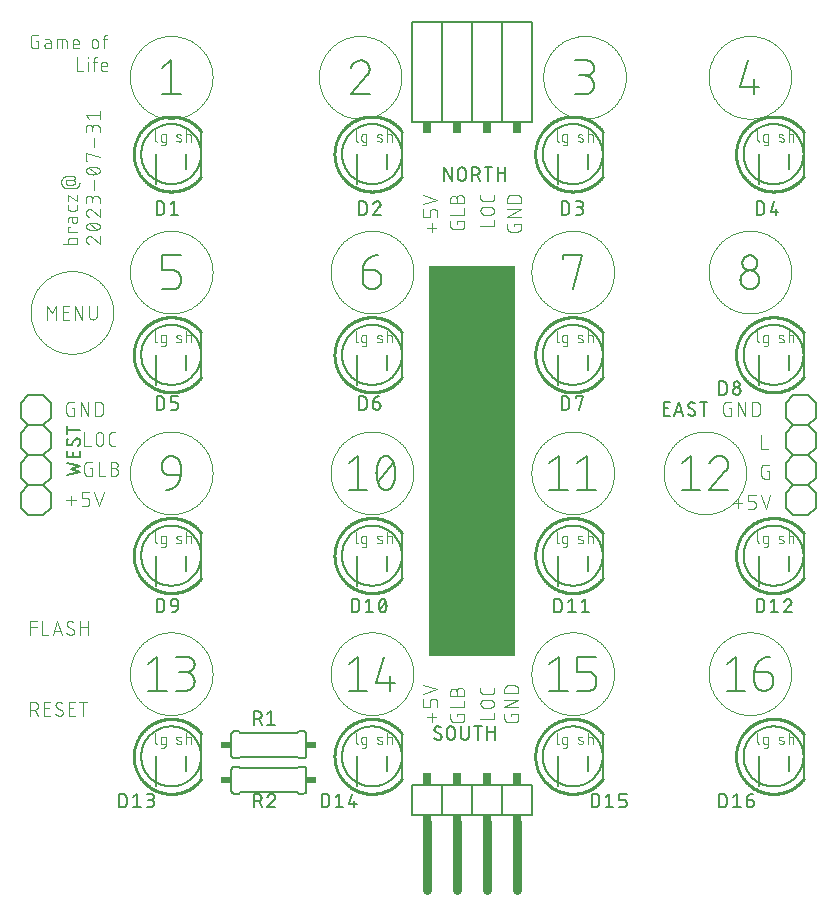
<source format=gbr>
G04 EAGLE Gerber RS-274X export*
G75*
%MOMM*%
%FSLAX34Y34*%
%LPD*%
%INSilkscreen Top*%
%IPPOS*%
%AMOC8*
5,1,8,0,0,1.08239X$1,22.5*%
G01*
%ADD10C,0.101600*%
%ADD11R,7.366000X33.020000*%
%ADD12C,0.100000*%
%ADD13C,0.127000*%
%ADD14C,0.203200*%
%ADD15C,0.254000*%
%ADD16C,0.152400*%
%ADD17C,0.076200*%
%ADD18C,0.762000*%
%ADD19R,0.762000X0.508000*%
%ADD20R,0.762000X1.016000*%
%ADD21R,0.762000X0.861000*%
%ADD22R,0.863600X0.609600*%


D10*
X43152Y344819D02*
X45099Y344819D01*
X45099Y338328D01*
X41204Y338328D01*
X41105Y338330D01*
X41005Y338336D01*
X40906Y338345D01*
X40808Y338358D01*
X40710Y338375D01*
X40612Y338396D01*
X40516Y338421D01*
X40421Y338449D01*
X40327Y338481D01*
X40234Y338516D01*
X40142Y338555D01*
X40052Y338598D01*
X39964Y338643D01*
X39877Y338693D01*
X39793Y338745D01*
X39710Y338801D01*
X39630Y338859D01*
X39552Y338921D01*
X39477Y338986D01*
X39404Y339054D01*
X39334Y339124D01*
X39266Y339197D01*
X39201Y339272D01*
X39139Y339350D01*
X39081Y339430D01*
X39025Y339513D01*
X38973Y339597D01*
X38923Y339684D01*
X38878Y339772D01*
X38835Y339862D01*
X38796Y339954D01*
X38761Y340047D01*
X38729Y340141D01*
X38701Y340236D01*
X38676Y340332D01*
X38655Y340430D01*
X38638Y340528D01*
X38625Y340626D01*
X38616Y340725D01*
X38610Y340825D01*
X38608Y340924D01*
X38608Y347416D01*
X38610Y347515D01*
X38616Y347615D01*
X38625Y347714D01*
X38638Y347812D01*
X38655Y347910D01*
X38676Y348008D01*
X38701Y348104D01*
X38729Y348199D01*
X38761Y348293D01*
X38796Y348386D01*
X38835Y348478D01*
X38878Y348568D01*
X38923Y348656D01*
X38973Y348743D01*
X39025Y348827D01*
X39081Y348910D01*
X39139Y348990D01*
X39201Y349068D01*
X39266Y349143D01*
X39334Y349216D01*
X39404Y349286D01*
X39477Y349354D01*
X39552Y349419D01*
X39630Y349481D01*
X39710Y349539D01*
X39793Y349595D01*
X39877Y349647D01*
X39964Y349697D01*
X40052Y349742D01*
X40142Y349785D01*
X40234Y349824D01*
X40326Y349859D01*
X40421Y349891D01*
X40516Y349919D01*
X40612Y349944D01*
X40710Y349965D01*
X40808Y349982D01*
X40906Y349995D01*
X41005Y350004D01*
X41105Y350010D01*
X41204Y350012D01*
X45099Y350012D01*
X50800Y350012D02*
X50800Y338328D01*
X57291Y338328D02*
X50800Y350012D01*
X57291Y350012D02*
X57291Y338328D01*
X62992Y338328D02*
X62992Y350012D01*
X66237Y350012D01*
X66350Y350010D01*
X66463Y350004D01*
X66576Y349994D01*
X66689Y349980D01*
X66801Y349963D01*
X66912Y349941D01*
X67022Y349916D01*
X67132Y349886D01*
X67240Y349853D01*
X67347Y349816D01*
X67453Y349776D01*
X67557Y349731D01*
X67660Y349683D01*
X67761Y349632D01*
X67860Y349577D01*
X67957Y349519D01*
X68052Y349457D01*
X68145Y349392D01*
X68235Y349324D01*
X68323Y349253D01*
X68409Y349178D01*
X68492Y349101D01*
X68572Y349021D01*
X68649Y348938D01*
X68724Y348852D01*
X68795Y348764D01*
X68863Y348674D01*
X68928Y348581D01*
X68990Y348486D01*
X69048Y348389D01*
X69103Y348290D01*
X69154Y348189D01*
X69202Y348086D01*
X69247Y347982D01*
X69287Y347876D01*
X69324Y347769D01*
X69357Y347661D01*
X69387Y347551D01*
X69412Y347441D01*
X69434Y347330D01*
X69451Y347218D01*
X69465Y347105D01*
X69475Y346992D01*
X69481Y346879D01*
X69483Y346766D01*
X69483Y341574D01*
X69484Y341574D02*
X69482Y341461D01*
X69476Y341348D01*
X69466Y341235D01*
X69452Y341122D01*
X69435Y341010D01*
X69413Y340899D01*
X69388Y340789D01*
X69358Y340679D01*
X69325Y340571D01*
X69288Y340464D01*
X69248Y340358D01*
X69203Y340254D01*
X69155Y340151D01*
X69104Y340050D01*
X69049Y339951D01*
X68991Y339854D01*
X68929Y339759D01*
X68864Y339666D01*
X68796Y339576D01*
X68725Y339488D01*
X68650Y339402D01*
X68573Y339319D01*
X68493Y339239D01*
X68410Y339162D01*
X68324Y339087D01*
X68236Y339016D01*
X68146Y338948D01*
X68053Y338883D01*
X67958Y338821D01*
X67861Y338763D01*
X67762Y338708D01*
X67661Y338657D01*
X67558Y338609D01*
X67454Y338564D01*
X67348Y338524D01*
X67241Y338487D01*
X67133Y338454D01*
X67023Y338424D01*
X66913Y338399D01*
X66802Y338377D01*
X66690Y338360D01*
X66577Y338346D01*
X66464Y338336D01*
X66351Y338330D01*
X66238Y338328D01*
X66237Y338328D02*
X62992Y338328D01*
X599412Y344819D02*
X601359Y344819D01*
X601359Y338328D01*
X597464Y338328D01*
X597365Y338330D01*
X597265Y338336D01*
X597166Y338345D01*
X597068Y338358D01*
X596970Y338375D01*
X596872Y338396D01*
X596776Y338421D01*
X596681Y338449D01*
X596587Y338481D01*
X596494Y338516D01*
X596402Y338555D01*
X596312Y338598D01*
X596224Y338643D01*
X596137Y338693D01*
X596053Y338745D01*
X595970Y338801D01*
X595890Y338859D01*
X595812Y338921D01*
X595737Y338986D01*
X595664Y339054D01*
X595594Y339124D01*
X595526Y339197D01*
X595461Y339272D01*
X595399Y339350D01*
X595341Y339430D01*
X595285Y339513D01*
X595233Y339597D01*
X595183Y339684D01*
X595138Y339772D01*
X595095Y339862D01*
X595056Y339954D01*
X595021Y340047D01*
X594989Y340141D01*
X594961Y340236D01*
X594936Y340332D01*
X594915Y340430D01*
X594898Y340528D01*
X594885Y340626D01*
X594876Y340725D01*
X594870Y340825D01*
X594868Y340924D01*
X594868Y347416D01*
X594870Y347515D01*
X594876Y347615D01*
X594885Y347714D01*
X594898Y347812D01*
X594915Y347910D01*
X594936Y348008D01*
X594961Y348104D01*
X594989Y348199D01*
X595021Y348293D01*
X595056Y348386D01*
X595095Y348478D01*
X595138Y348568D01*
X595183Y348656D01*
X595233Y348743D01*
X595285Y348827D01*
X595341Y348910D01*
X595399Y348990D01*
X595461Y349068D01*
X595526Y349143D01*
X595594Y349216D01*
X595664Y349286D01*
X595737Y349354D01*
X595812Y349419D01*
X595890Y349481D01*
X595970Y349539D01*
X596053Y349595D01*
X596137Y349647D01*
X596224Y349697D01*
X596312Y349742D01*
X596402Y349785D01*
X596494Y349824D01*
X596586Y349859D01*
X596681Y349891D01*
X596776Y349919D01*
X596872Y349944D01*
X596970Y349965D01*
X597068Y349982D01*
X597166Y349995D01*
X597265Y350004D01*
X597365Y350010D01*
X597464Y350012D01*
X601359Y350012D01*
X607060Y350012D02*
X607060Y338328D01*
X613551Y338328D02*
X607060Y350012D01*
X613551Y350012D02*
X613551Y338328D01*
X619252Y338328D02*
X619252Y350012D01*
X622497Y350012D01*
X622610Y350010D01*
X622723Y350004D01*
X622836Y349994D01*
X622949Y349980D01*
X623061Y349963D01*
X623172Y349941D01*
X623282Y349916D01*
X623392Y349886D01*
X623500Y349853D01*
X623607Y349816D01*
X623713Y349776D01*
X623817Y349731D01*
X623920Y349683D01*
X624021Y349632D01*
X624120Y349577D01*
X624217Y349519D01*
X624312Y349457D01*
X624405Y349392D01*
X624495Y349324D01*
X624583Y349253D01*
X624669Y349178D01*
X624752Y349101D01*
X624832Y349021D01*
X624909Y348938D01*
X624984Y348852D01*
X625055Y348764D01*
X625123Y348674D01*
X625188Y348581D01*
X625250Y348486D01*
X625308Y348389D01*
X625363Y348290D01*
X625414Y348189D01*
X625462Y348086D01*
X625507Y347982D01*
X625547Y347876D01*
X625584Y347769D01*
X625617Y347661D01*
X625647Y347551D01*
X625672Y347441D01*
X625694Y347330D01*
X625711Y347218D01*
X625725Y347105D01*
X625735Y346992D01*
X625741Y346879D01*
X625743Y346766D01*
X625743Y341574D01*
X625744Y341574D02*
X625742Y341461D01*
X625736Y341348D01*
X625726Y341235D01*
X625712Y341122D01*
X625695Y341010D01*
X625673Y340899D01*
X625648Y340789D01*
X625618Y340679D01*
X625585Y340571D01*
X625548Y340464D01*
X625508Y340358D01*
X625463Y340254D01*
X625415Y340151D01*
X625364Y340050D01*
X625309Y339951D01*
X625251Y339854D01*
X625189Y339759D01*
X625124Y339666D01*
X625056Y339576D01*
X624985Y339488D01*
X624910Y339402D01*
X624833Y339319D01*
X624753Y339239D01*
X624670Y339162D01*
X624584Y339087D01*
X624496Y339016D01*
X624406Y338948D01*
X624313Y338883D01*
X624218Y338821D01*
X624121Y338763D01*
X624022Y338708D01*
X623921Y338657D01*
X623818Y338609D01*
X623714Y338564D01*
X623608Y338524D01*
X623501Y338487D01*
X623393Y338454D01*
X623283Y338424D01*
X623173Y338399D01*
X623062Y338377D01*
X622950Y338360D01*
X622837Y338346D01*
X622724Y338336D01*
X622611Y338330D01*
X622498Y338328D01*
X622497Y338328D02*
X619252Y338328D01*
X414641Y85739D02*
X414641Y83792D01*
X414641Y85739D02*
X421132Y85739D01*
X421132Y81844D01*
X421130Y81745D01*
X421124Y81645D01*
X421115Y81546D01*
X421102Y81448D01*
X421085Y81350D01*
X421064Y81252D01*
X421039Y81156D01*
X421011Y81061D01*
X420979Y80967D01*
X420944Y80874D01*
X420905Y80782D01*
X420862Y80692D01*
X420817Y80604D01*
X420767Y80517D01*
X420715Y80433D01*
X420659Y80350D01*
X420601Y80270D01*
X420539Y80192D01*
X420474Y80117D01*
X420406Y80044D01*
X420336Y79974D01*
X420263Y79906D01*
X420188Y79841D01*
X420110Y79779D01*
X420030Y79721D01*
X419947Y79665D01*
X419863Y79613D01*
X419776Y79563D01*
X419688Y79518D01*
X419598Y79475D01*
X419506Y79436D01*
X419413Y79401D01*
X419319Y79369D01*
X419224Y79341D01*
X419128Y79316D01*
X419030Y79295D01*
X418932Y79278D01*
X418834Y79265D01*
X418735Y79256D01*
X418635Y79250D01*
X418536Y79248D01*
X412044Y79248D01*
X411945Y79250D01*
X411845Y79256D01*
X411746Y79265D01*
X411648Y79278D01*
X411550Y79296D01*
X411452Y79316D01*
X411356Y79341D01*
X411260Y79369D01*
X411166Y79401D01*
X411073Y79436D01*
X410982Y79475D01*
X410892Y79518D01*
X410803Y79563D01*
X410717Y79613D01*
X410632Y79665D01*
X410550Y79721D01*
X410470Y79780D01*
X410392Y79841D01*
X410316Y79906D01*
X410243Y79974D01*
X410173Y80044D01*
X410105Y80117D01*
X410040Y80193D01*
X409979Y80271D01*
X409920Y80351D01*
X409864Y80433D01*
X409812Y80518D01*
X409763Y80604D01*
X409717Y80693D01*
X409674Y80783D01*
X409635Y80874D01*
X409600Y80967D01*
X409568Y81061D01*
X409540Y81157D01*
X409515Y81253D01*
X409495Y81351D01*
X409477Y81449D01*
X409464Y81547D01*
X409455Y81646D01*
X409449Y81745D01*
X409447Y81845D01*
X409448Y81844D02*
X409448Y85739D01*
X409448Y91440D02*
X421132Y91440D01*
X421132Y97931D02*
X409448Y91440D01*
X409448Y97931D02*
X421132Y97931D01*
X421132Y103632D02*
X409448Y103632D01*
X409448Y106877D01*
X409450Y106990D01*
X409456Y107103D01*
X409466Y107216D01*
X409480Y107329D01*
X409497Y107441D01*
X409519Y107552D01*
X409544Y107662D01*
X409574Y107772D01*
X409607Y107880D01*
X409644Y107987D01*
X409684Y108093D01*
X409729Y108197D01*
X409777Y108300D01*
X409828Y108401D01*
X409883Y108500D01*
X409941Y108597D01*
X410003Y108692D01*
X410068Y108785D01*
X410136Y108875D01*
X410207Y108963D01*
X410282Y109049D01*
X410359Y109132D01*
X410439Y109212D01*
X410522Y109289D01*
X410608Y109364D01*
X410696Y109435D01*
X410786Y109503D01*
X410879Y109568D01*
X410974Y109630D01*
X411071Y109688D01*
X411170Y109743D01*
X411271Y109794D01*
X411374Y109842D01*
X411478Y109887D01*
X411584Y109927D01*
X411691Y109964D01*
X411799Y109997D01*
X411909Y110027D01*
X412019Y110052D01*
X412130Y110074D01*
X412242Y110091D01*
X412355Y110105D01*
X412468Y110115D01*
X412581Y110121D01*
X412694Y110123D01*
X417886Y110123D01*
X417886Y110124D02*
X417999Y110122D01*
X418112Y110116D01*
X418225Y110106D01*
X418338Y110092D01*
X418450Y110075D01*
X418561Y110053D01*
X418671Y110028D01*
X418781Y109998D01*
X418889Y109965D01*
X418996Y109928D01*
X419102Y109888D01*
X419206Y109843D01*
X419309Y109795D01*
X419410Y109744D01*
X419509Y109689D01*
X419606Y109631D01*
X419701Y109569D01*
X419794Y109504D01*
X419884Y109436D01*
X419972Y109365D01*
X420058Y109290D01*
X420141Y109213D01*
X420221Y109133D01*
X420298Y109050D01*
X420373Y108964D01*
X420444Y108876D01*
X420512Y108786D01*
X420577Y108693D01*
X420639Y108598D01*
X420697Y108501D01*
X420752Y108402D01*
X420803Y108301D01*
X420851Y108198D01*
X420896Y108094D01*
X420936Y107988D01*
X420973Y107881D01*
X421006Y107773D01*
X421036Y107663D01*
X421061Y107553D01*
X421083Y107442D01*
X421100Y107330D01*
X421114Y107217D01*
X421124Y107104D01*
X421130Y106991D01*
X421132Y106878D01*
X421132Y106877D02*
X421132Y103632D01*
X417181Y498941D02*
X417181Y500888D01*
X423672Y500888D01*
X423672Y496993D01*
X423670Y496894D01*
X423664Y496794D01*
X423655Y496695D01*
X423642Y496597D01*
X423625Y496499D01*
X423604Y496401D01*
X423579Y496305D01*
X423551Y496210D01*
X423519Y496116D01*
X423484Y496023D01*
X423445Y495931D01*
X423402Y495841D01*
X423357Y495753D01*
X423307Y495666D01*
X423255Y495582D01*
X423199Y495499D01*
X423141Y495419D01*
X423079Y495341D01*
X423014Y495266D01*
X422946Y495193D01*
X422876Y495123D01*
X422803Y495055D01*
X422728Y494990D01*
X422650Y494928D01*
X422570Y494870D01*
X422487Y494814D01*
X422403Y494762D01*
X422316Y494712D01*
X422228Y494667D01*
X422138Y494624D01*
X422046Y494585D01*
X421953Y494550D01*
X421859Y494518D01*
X421764Y494490D01*
X421668Y494465D01*
X421570Y494444D01*
X421472Y494427D01*
X421374Y494414D01*
X421275Y494405D01*
X421175Y494399D01*
X421076Y494397D01*
X414584Y494397D01*
X414584Y494396D02*
X414485Y494398D01*
X414385Y494404D01*
X414286Y494413D01*
X414188Y494426D01*
X414090Y494444D01*
X413992Y494464D01*
X413896Y494489D01*
X413800Y494517D01*
X413706Y494549D01*
X413613Y494584D01*
X413522Y494623D01*
X413432Y494666D01*
X413343Y494711D01*
X413257Y494761D01*
X413172Y494813D01*
X413090Y494869D01*
X413010Y494928D01*
X412932Y494989D01*
X412856Y495054D01*
X412783Y495122D01*
X412713Y495192D01*
X412645Y495265D01*
X412580Y495341D01*
X412519Y495419D01*
X412460Y495499D01*
X412404Y495581D01*
X412352Y495666D01*
X412303Y495752D01*
X412257Y495841D01*
X412214Y495931D01*
X412175Y496022D01*
X412140Y496115D01*
X412108Y496209D01*
X412080Y496305D01*
X412055Y496401D01*
X412035Y496499D01*
X412017Y496597D01*
X412004Y496695D01*
X411995Y496794D01*
X411989Y496893D01*
X411987Y496993D01*
X411988Y496993D02*
X411988Y500888D01*
X411988Y506589D02*
X423672Y506589D01*
X423672Y513080D02*
X411988Y506589D01*
X411988Y513080D02*
X423672Y513080D01*
X423672Y518781D02*
X411988Y518781D01*
X411988Y522026D01*
X411990Y522139D01*
X411996Y522252D01*
X412006Y522365D01*
X412020Y522478D01*
X412037Y522590D01*
X412059Y522701D01*
X412084Y522811D01*
X412114Y522921D01*
X412147Y523029D01*
X412184Y523136D01*
X412224Y523242D01*
X412269Y523346D01*
X412317Y523449D01*
X412368Y523550D01*
X412423Y523649D01*
X412481Y523746D01*
X412543Y523841D01*
X412608Y523934D01*
X412676Y524024D01*
X412747Y524112D01*
X412822Y524198D01*
X412899Y524281D01*
X412979Y524361D01*
X413062Y524438D01*
X413148Y524513D01*
X413236Y524584D01*
X413326Y524652D01*
X413419Y524717D01*
X413514Y524779D01*
X413611Y524837D01*
X413710Y524892D01*
X413811Y524943D01*
X413914Y524991D01*
X414018Y525036D01*
X414124Y525076D01*
X414231Y525113D01*
X414339Y525146D01*
X414449Y525176D01*
X414559Y525201D01*
X414670Y525223D01*
X414782Y525240D01*
X414895Y525254D01*
X415008Y525264D01*
X415121Y525270D01*
X415234Y525272D01*
X420426Y525272D01*
X420539Y525270D01*
X420652Y525264D01*
X420765Y525254D01*
X420878Y525240D01*
X420990Y525223D01*
X421101Y525201D01*
X421211Y525176D01*
X421321Y525146D01*
X421429Y525113D01*
X421536Y525076D01*
X421642Y525036D01*
X421746Y524991D01*
X421849Y524943D01*
X421950Y524892D01*
X422049Y524837D01*
X422146Y524779D01*
X422241Y524717D01*
X422334Y524652D01*
X422424Y524584D01*
X422512Y524513D01*
X422598Y524438D01*
X422681Y524361D01*
X422761Y524281D01*
X422838Y524198D01*
X422913Y524112D01*
X422984Y524024D01*
X423052Y523934D01*
X423117Y523841D01*
X423179Y523746D01*
X423237Y523649D01*
X423292Y523550D01*
X423343Y523449D01*
X423391Y523346D01*
X423436Y523242D01*
X423476Y523136D01*
X423513Y523029D01*
X423546Y522921D01*
X423576Y522811D01*
X423601Y522701D01*
X423623Y522590D01*
X423640Y522478D01*
X423654Y522365D01*
X423664Y522252D01*
X423670Y522139D01*
X423672Y522026D01*
X423672Y518781D01*
X348008Y501650D02*
X348008Y493861D01*
X344114Y497755D02*
X351903Y497755D01*
X352552Y506702D02*
X352552Y510596D01*
X352550Y510695D01*
X352544Y510795D01*
X352535Y510894D01*
X352522Y510992D01*
X352505Y511090D01*
X352484Y511188D01*
X352459Y511284D01*
X352431Y511379D01*
X352399Y511473D01*
X352364Y511566D01*
X352325Y511658D01*
X352282Y511748D01*
X352237Y511836D01*
X352187Y511923D01*
X352135Y512007D01*
X352079Y512090D01*
X352021Y512170D01*
X351959Y512248D01*
X351894Y512323D01*
X351826Y512396D01*
X351756Y512466D01*
X351683Y512534D01*
X351608Y512599D01*
X351530Y512661D01*
X351450Y512719D01*
X351367Y512775D01*
X351283Y512827D01*
X351196Y512877D01*
X351108Y512922D01*
X351018Y512965D01*
X350926Y513004D01*
X350833Y513039D01*
X350739Y513071D01*
X350644Y513099D01*
X350548Y513124D01*
X350450Y513145D01*
X350352Y513162D01*
X350254Y513175D01*
X350155Y513184D01*
X350055Y513190D01*
X349956Y513192D01*
X349956Y513193D02*
X348657Y513193D01*
X348657Y513192D02*
X348558Y513190D01*
X348458Y513184D01*
X348359Y513175D01*
X348261Y513162D01*
X348163Y513145D01*
X348065Y513124D01*
X347969Y513099D01*
X347874Y513071D01*
X347780Y513039D01*
X347687Y513004D01*
X347595Y512965D01*
X347505Y512922D01*
X347417Y512877D01*
X347330Y512827D01*
X347246Y512775D01*
X347163Y512719D01*
X347083Y512661D01*
X347005Y512599D01*
X346930Y512534D01*
X346857Y512466D01*
X346787Y512396D01*
X346719Y512323D01*
X346654Y512248D01*
X346592Y512170D01*
X346534Y512090D01*
X346478Y512007D01*
X346426Y511923D01*
X346376Y511836D01*
X346331Y511748D01*
X346288Y511658D01*
X346249Y511566D01*
X346214Y511473D01*
X346182Y511379D01*
X346154Y511284D01*
X346129Y511188D01*
X346108Y511090D01*
X346091Y510992D01*
X346078Y510894D01*
X346069Y510795D01*
X346063Y510695D01*
X346061Y510596D01*
X346061Y506702D01*
X340868Y506702D01*
X340868Y513193D01*
X340868Y517483D02*
X352552Y521377D01*
X340868Y525272D01*
X46397Y266672D02*
X38608Y266672D01*
X42503Y270566D02*
X42503Y262777D01*
X51449Y262128D02*
X55344Y262128D01*
X55443Y262130D01*
X55543Y262136D01*
X55642Y262145D01*
X55740Y262158D01*
X55838Y262175D01*
X55936Y262196D01*
X56032Y262221D01*
X56127Y262249D01*
X56221Y262281D01*
X56314Y262316D01*
X56406Y262355D01*
X56496Y262398D01*
X56584Y262443D01*
X56671Y262493D01*
X56755Y262545D01*
X56838Y262601D01*
X56918Y262659D01*
X56996Y262721D01*
X57071Y262786D01*
X57144Y262854D01*
X57214Y262924D01*
X57282Y262997D01*
X57347Y263072D01*
X57409Y263150D01*
X57467Y263230D01*
X57523Y263313D01*
X57575Y263397D01*
X57625Y263484D01*
X57670Y263572D01*
X57713Y263662D01*
X57752Y263754D01*
X57787Y263847D01*
X57819Y263941D01*
X57847Y264036D01*
X57872Y264132D01*
X57893Y264230D01*
X57910Y264328D01*
X57923Y264426D01*
X57932Y264525D01*
X57938Y264625D01*
X57940Y264724D01*
X57940Y266023D01*
X57938Y266122D01*
X57932Y266222D01*
X57923Y266321D01*
X57910Y266419D01*
X57893Y266517D01*
X57872Y266615D01*
X57847Y266711D01*
X57819Y266806D01*
X57787Y266900D01*
X57752Y266993D01*
X57713Y267085D01*
X57670Y267175D01*
X57625Y267263D01*
X57575Y267350D01*
X57523Y267434D01*
X57467Y267517D01*
X57409Y267597D01*
X57347Y267675D01*
X57282Y267750D01*
X57214Y267823D01*
X57144Y267893D01*
X57071Y267961D01*
X56996Y268026D01*
X56918Y268088D01*
X56838Y268146D01*
X56755Y268202D01*
X56671Y268254D01*
X56584Y268304D01*
X56496Y268349D01*
X56406Y268392D01*
X56314Y268431D01*
X56221Y268466D01*
X56127Y268498D01*
X56032Y268526D01*
X55936Y268551D01*
X55838Y268572D01*
X55740Y268589D01*
X55642Y268602D01*
X55543Y268611D01*
X55443Y268617D01*
X55344Y268619D01*
X51449Y268619D01*
X51449Y273812D01*
X57940Y273812D01*
X62230Y273812D02*
X66125Y262128D01*
X70019Y273812D01*
X348008Y87037D02*
X348008Y79248D01*
X344114Y83143D02*
X351903Y83143D01*
X352552Y92089D02*
X352552Y95984D01*
X352550Y96083D01*
X352544Y96183D01*
X352535Y96282D01*
X352522Y96380D01*
X352505Y96478D01*
X352484Y96576D01*
X352459Y96672D01*
X352431Y96767D01*
X352399Y96861D01*
X352364Y96954D01*
X352325Y97046D01*
X352282Y97136D01*
X352237Y97224D01*
X352187Y97311D01*
X352135Y97395D01*
X352079Y97478D01*
X352021Y97558D01*
X351959Y97636D01*
X351894Y97711D01*
X351826Y97784D01*
X351756Y97854D01*
X351683Y97922D01*
X351608Y97987D01*
X351530Y98049D01*
X351450Y98107D01*
X351367Y98163D01*
X351283Y98215D01*
X351196Y98265D01*
X351108Y98310D01*
X351018Y98353D01*
X350926Y98392D01*
X350833Y98427D01*
X350739Y98459D01*
X350644Y98487D01*
X350548Y98512D01*
X350450Y98533D01*
X350352Y98550D01*
X350254Y98563D01*
X350155Y98572D01*
X350055Y98578D01*
X349956Y98580D01*
X348657Y98580D01*
X348558Y98578D01*
X348458Y98572D01*
X348359Y98563D01*
X348261Y98550D01*
X348163Y98533D01*
X348065Y98512D01*
X347969Y98487D01*
X347874Y98459D01*
X347780Y98427D01*
X347687Y98392D01*
X347595Y98353D01*
X347505Y98310D01*
X347417Y98265D01*
X347330Y98215D01*
X347246Y98163D01*
X347163Y98107D01*
X347083Y98049D01*
X347005Y97987D01*
X346930Y97922D01*
X346857Y97854D01*
X346787Y97784D01*
X346719Y97711D01*
X346654Y97636D01*
X346592Y97558D01*
X346534Y97478D01*
X346478Y97395D01*
X346426Y97311D01*
X346376Y97224D01*
X346331Y97136D01*
X346288Y97046D01*
X346249Y96954D01*
X346214Y96861D01*
X346182Y96767D01*
X346154Y96672D01*
X346129Y96576D01*
X346108Y96478D01*
X346091Y96380D01*
X346078Y96282D01*
X346069Y96183D01*
X346063Y96083D01*
X346061Y95984D01*
X346061Y92089D01*
X340868Y92089D01*
X340868Y98580D01*
X340868Y102870D02*
X352552Y106765D01*
X340868Y110659D01*
X603081Y264132D02*
X610870Y264132D01*
X606975Y268026D02*
X606975Y260237D01*
X615922Y259588D02*
X619816Y259588D01*
X619915Y259590D01*
X620015Y259596D01*
X620114Y259605D01*
X620212Y259618D01*
X620310Y259635D01*
X620408Y259656D01*
X620504Y259681D01*
X620599Y259709D01*
X620693Y259741D01*
X620786Y259776D01*
X620878Y259815D01*
X620968Y259858D01*
X621056Y259903D01*
X621143Y259953D01*
X621227Y260005D01*
X621310Y260061D01*
X621390Y260119D01*
X621468Y260181D01*
X621543Y260246D01*
X621616Y260314D01*
X621686Y260384D01*
X621754Y260457D01*
X621819Y260532D01*
X621881Y260610D01*
X621939Y260690D01*
X621995Y260773D01*
X622047Y260857D01*
X622097Y260944D01*
X622142Y261032D01*
X622185Y261122D01*
X622224Y261214D01*
X622259Y261307D01*
X622291Y261401D01*
X622319Y261496D01*
X622344Y261592D01*
X622365Y261690D01*
X622382Y261788D01*
X622395Y261886D01*
X622404Y261985D01*
X622410Y262085D01*
X622412Y262184D01*
X622413Y262184D02*
X622413Y263483D01*
X622412Y263483D02*
X622410Y263582D01*
X622404Y263682D01*
X622395Y263781D01*
X622382Y263879D01*
X622365Y263977D01*
X622344Y264075D01*
X622319Y264171D01*
X622291Y264266D01*
X622259Y264360D01*
X622224Y264453D01*
X622185Y264545D01*
X622142Y264635D01*
X622097Y264723D01*
X622047Y264810D01*
X621995Y264894D01*
X621939Y264977D01*
X621881Y265057D01*
X621819Y265135D01*
X621754Y265210D01*
X621686Y265283D01*
X621616Y265353D01*
X621543Y265421D01*
X621468Y265486D01*
X621390Y265548D01*
X621310Y265606D01*
X621227Y265662D01*
X621143Y265714D01*
X621056Y265764D01*
X620968Y265809D01*
X620878Y265852D01*
X620786Y265891D01*
X620693Y265926D01*
X620599Y265958D01*
X620504Y265986D01*
X620408Y266011D01*
X620310Y266032D01*
X620212Y266049D01*
X620114Y266062D01*
X620015Y266071D01*
X619915Y266077D01*
X619816Y266079D01*
X615922Y266079D01*
X615922Y271272D01*
X622413Y271272D01*
X626703Y271272D02*
X630597Y259588D01*
X634492Y271272D01*
X400812Y499180D02*
X389128Y499180D01*
X400812Y499180D02*
X400812Y504373D01*
X397566Y508682D02*
X392374Y508682D01*
X392261Y508684D01*
X392148Y508690D01*
X392035Y508700D01*
X391922Y508714D01*
X391810Y508731D01*
X391699Y508753D01*
X391589Y508778D01*
X391479Y508808D01*
X391371Y508841D01*
X391264Y508878D01*
X391158Y508918D01*
X391054Y508963D01*
X390951Y509011D01*
X390850Y509062D01*
X390751Y509117D01*
X390654Y509175D01*
X390559Y509237D01*
X390466Y509302D01*
X390376Y509370D01*
X390288Y509441D01*
X390202Y509516D01*
X390119Y509593D01*
X390039Y509673D01*
X389962Y509756D01*
X389887Y509842D01*
X389816Y509930D01*
X389748Y510020D01*
X389683Y510113D01*
X389621Y510208D01*
X389563Y510305D01*
X389508Y510404D01*
X389457Y510505D01*
X389409Y510608D01*
X389364Y510712D01*
X389324Y510818D01*
X389287Y510925D01*
X389254Y511033D01*
X389224Y511143D01*
X389199Y511253D01*
X389177Y511364D01*
X389160Y511476D01*
X389146Y511589D01*
X389136Y511702D01*
X389130Y511815D01*
X389128Y511928D01*
X389130Y512041D01*
X389136Y512154D01*
X389146Y512267D01*
X389160Y512380D01*
X389177Y512492D01*
X389199Y512603D01*
X389224Y512713D01*
X389254Y512823D01*
X389287Y512931D01*
X389324Y513038D01*
X389364Y513144D01*
X389409Y513248D01*
X389457Y513351D01*
X389508Y513452D01*
X389563Y513551D01*
X389621Y513648D01*
X389683Y513743D01*
X389748Y513836D01*
X389816Y513926D01*
X389887Y514014D01*
X389962Y514100D01*
X390039Y514183D01*
X390119Y514263D01*
X390202Y514340D01*
X390288Y514415D01*
X390376Y514486D01*
X390466Y514554D01*
X390559Y514619D01*
X390654Y514681D01*
X390751Y514739D01*
X390850Y514794D01*
X390951Y514845D01*
X391054Y514893D01*
X391158Y514938D01*
X391264Y514978D01*
X391371Y515015D01*
X391479Y515048D01*
X391589Y515078D01*
X391699Y515103D01*
X391810Y515125D01*
X391922Y515142D01*
X392035Y515156D01*
X392148Y515166D01*
X392261Y515172D01*
X392374Y515174D01*
X392374Y515173D02*
X397566Y515173D01*
X397566Y515174D02*
X397679Y515172D01*
X397792Y515166D01*
X397905Y515156D01*
X398018Y515142D01*
X398130Y515125D01*
X398241Y515103D01*
X398351Y515078D01*
X398461Y515048D01*
X398569Y515015D01*
X398676Y514978D01*
X398782Y514938D01*
X398886Y514893D01*
X398989Y514845D01*
X399090Y514794D01*
X399189Y514739D01*
X399286Y514681D01*
X399381Y514619D01*
X399474Y514554D01*
X399564Y514486D01*
X399652Y514415D01*
X399738Y514340D01*
X399821Y514263D01*
X399901Y514183D01*
X399978Y514100D01*
X400053Y514014D01*
X400124Y513926D01*
X400192Y513836D01*
X400257Y513743D01*
X400319Y513648D01*
X400377Y513551D01*
X400432Y513452D01*
X400483Y513351D01*
X400531Y513248D01*
X400576Y513144D01*
X400616Y513038D01*
X400653Y512931D01*
X400686Y512823D01*
X400716Y512713D01*
X400741Y512603D01*
X400763Y512492D01*
X400780Y512380D01*
X400794Y512267D01*
X400804Y512154D01*
X400810Y512041D01*
X400812Y511928D01*
X400810Y511815D01*
X400804Y511702D01*
X400794Y511589D01*
X400780Y511476D01*
X400763Y511364D01*
X400741Y511253D01*
X400716Y511143D01*
X400686Y511033D01*
X400653Y510925D01*
X400616Y510818D01*
X400576Y510712D01*
X400531Y510608D01*
X400483Y510505D01*
X400432Y510404D01*
X400377Y510305D01*
X400319Y510208D01*
X400257Y510113D01*
X400192Y510020D01*
X400124Y509930D01*
X400053Y509842D01*
X399978Y509756D01*
X399901Y509673D01*
X399821Y509593D01*
X399738Y509516D01*
X399652Y509441D01*
X399564Y509370D01*
X399474Y509302D01*
X399381Y509237D01*
X399286Y509175D01*
X399189Y509117D01*
X399090Y509062D01*
X398989Y509011D01*
X398886Y508963D01*
X398782Y508918D01*
X398676Y508878D01*
X398569Y508841D01*
X398461Y508808D01*
X398351Y508778D01*
X398241Y508753D01*
X398130Y508731D01*
X398018Y508714D01*
X397905Y508700D01*
X397792Y508690D01*
X397679Y508684D01*
X397566Y508682D01*
X400812Y522676D02*
X400812Y525272D01*
X400812Y522676D02*
X400810Y522577D01*
X400804Y522477D01*
X400795Y522378D01*
X400782Y522280D01*
X400765Y522182D01*
X400744Y522084D01*
X400719Y521988D01*
X400691Y521893D01*
X400659Y521799D01*
X400624Y521706D01*
X400585Y521614D01*
X400542Y521524D01*
X400497Y521436D01*
X400447Y521349D01*
X400395Y521265D01*
X400339Y521182D01*
X400281Y521102D01*
X400219Y521024D01*
X400154Y520949D01*
X400086Y520876D01*
X400016Y520806D01*
X399943Y520738D01*
X399868Y520673D01*
X399790Y520611D01*
X399710Y520553D01*
X399627Y520497D01*
X399543Y520445D01*
X399456Y520395D01*
X399368Y520350D01*
X399278Y520307D01*
X399186Y520268D01*
X399093Y520233D01*
X398999Y520201D01*
X398904Y520173D01*
X398808Y520148D01*
X398710Y520127D01*
X398612Y520110D01*
X398514Y520097D01*
X398415Y520088D01*
X398315Y520082D01*
X398216Y520080D01*
X398216Y520079D02*
X391724Y520079D01*
X391625Y520081D01*
X391525Y520087D01*
X391426Y520096D01*
X391328Y520109D01*
X391230Y520127D01*
X391132Y520147D01*
X391036Y520172D01*
X390940Y520200D01*
X390846Y520232D01*
X390753Y520267D01*
X390662Y520306D01*
X390572Y520349D01*
X390483Y520394D01*
X390397Y520444D01*
X390312Y520496D01*
X390230Y520552D01*
X390150Y520611D01*
X390072Y520672D01*
X389996Y520737D01*
X389923Y520805D01*
X389853Y520875D01*
X389785Y520948D01*
X389720Y521024D01*
X389659Y521102D01*
X389600Y521182D01*
X389544Y521264D01*
X389492Y521349D01*
X389443Y521435D01*
X389397Y521524D01*
X389354Y521614D01*
X389315Y521705D01*
X389280Y521798D01*
X389248Y521892D01*
X389220Y521988D01*
X389195Y522084D01*
X389175Y522182D01*
X389157Y522280D01*
X389144Y522378D01*
X389135Y522477D01*
X389129Y522576D01*
X389127Y522676D01*
X389128Y522676D02*
X389128Y525272D01*
X389128Y81788D02*
X400812Y81788D01*
X400812Y86981D01*
X397566Y91290D02*
X392374Y91290D01*
X392261Y91292D01*
X392148Y91298D01*
X392035Y91308D01*
X391922Y91322D01*
X391810Y91339D01*
X391699Y91361D01*
X391589Y91386D01*
X391479Y91416D01*
X391371Y91449D01*
X391264Y91486D01*
X391158Y91526D01*
X391054Y91571D01*
X390951Y91619D01*
X390850Y91670D01*
X390751Y91725D01*
X390654Y91783D01*
X390559Y91845D01*
X390466Y91910D01*
X390376Y91978D01*
X390288Y92049D01*
X390202Y92124D01*
X390119Y92201D01*
X390039Y92281D01*
X389962Y92364D01*
X389887Y92450D01*
X389816Y92538D01*
X389748Y92628D01*
X389683Y92721D01*
X389621Y92816D01*
X389563Y92913D01*
X389508Y93012D01*
X389457Y93113D01*
X389409Y93216D01*
X389364Y93320D01*
X389324Y93426D01*
X389287Y93533D01*
X389254Y93641D01*
X389224Y93751D01*
X389199Y93861D01*
X389177Y93972D01*
X389160Y94084D01*
X389146Y94197D01*
X389136Y94310D01*
X389130Y94423D01*
X389128Y94536D01*
X389130Y94649D01*
X389136Y94762D01*
X389146Y94875D01*
X389160Y94988D01*
X389177Y95100D01*
X389199Y95211D01*
X389224Y95321D01*
X389254Y95431D01*
X389287Y95539D01*
X389324Y95646D01*
X389364Y95752D01*
X389409Y95856D01*
X389457Y95959D01*
X389508Y96060D01*
X389563Y96159D01*
X389621Y96256D01*
X389683Y96351D01*
X389748Y96444D01*
X389816Y96534D01*
X389887Y96622D01*
X389962Y96708D01*
X390039Y96791D01*
X390119Y96871D01*
X390202Y96948D01*
X390288Y97023D01*
X390376Y97094D01*
X390466Y97162D01*
X390559Y97227D01*
X390654Y97289D01*
X390751Y97347D01*
X390850Y97402D01*
X390951Y97453D01*
X391054Y97501D01*
X391158Y97546D01*
X391264Y97586D01*
X391371Y97623D01*
X391479Y97656D01*
X391589Y97686D01*
X391699Y97711D01*
X391810Y97733D01*
X391922Y97750D01*
X392035Y97764D01*
X392148Y97774D01*
X392261Y97780D01*
X392374Y97782D01*
X397566Y97782D01*
X397679Y97780D01*
X397792Y97774D01*
X397905Y97764D01*
X398018Y97750D01*
X398130Y97733D01*
X398241Y97711D01*
X398351Y97686D01*
X398461Y97656D01*
X398569Y97623D01*
X398676Y97586D01*
X398782Y97546D01*
X398886Y97501D01*
X398989Y97453D01*
X399090Y97402D01*
X399189Y97347D01*
X399286Y97289D01*
X399381Y97227D01*
X399474Y97162D01*
X399564Y97094D01*
X399652Y97023D01*
X399738Y96948D01*
X399821Y96871D01*
X399901Y96791D01*
X399978Y96708D01*
X400053Y96622D01*
X400124Y96534D01*
X400192Y96444D01*
X400257Y96351D01*
X400319Y96256D01*
X400377Y96159D01*
X400432Y96060D01*
X400483Y95959D01*
X400531Y95856D01*
X400576Y95752D01*
X400616Y95646D01*
X400653Y95539D01*
X400686Y95431D01*
X400716Y95321D01*
X400741Y95211D01*
X400763Y95100D01*
X400780Y94988D01*
X400794Y94875D01*
X400804Y94762D01*
X400810Y94649D01*
X400812Y94536D01*
X400810Y94423D01*
X400804Y94310D01*
X400794Y94197D01*
X400780Y94084D01*
X400763Y93972D01*
X400741Y93861D01*
X400716Y93751D01*
X400686Y93641D01*
X400653Y93533D01*
X400616Y93426D01*
X400576Y93320D01*
X400531Y93216D01*
X400483Y93113D01*
X400432Y93012D01*
X400377Y92913D01*
X400319Y92816D01*
X400257Y92721D01*
X400192Y92628D01*
X400124Y92538D01*
X400053Y92450D01*
X399978Y92364D01*
X399901Y92281D01*
X399821Y92201D01*
X399738Y92124D01*
X399652Y92049D01*
X399564Y91978D01*
X399474Y91910D01*
X399381Y91845D01*
X399286Y91783D01*
X399189Y91725D01*
X399090Y91670D01*
X398989Y91619D01*
X398886Y91571D01*
X398782Y91526D01*
X398676Y91486D01*
X398569Y91449D01*
X398461Y91416D01*
X398351Y91386D01*
X398241Y91361D01*
X398130Y91339D01*
X398018Y91322D01*
X397905Y91308D01*
X397792Y91298D01*
X397679Y91292D01*
X397566Y91290D01*
X400812Y105284D02*
X400812Y107880D01*
X400812Y105284D02*
X400810Y105185D01*
X400804Y105085D01*
X400795Y104986D01*
X400782Y104888D01*
X400765Y104790D01*
X400744Y104692D01*
X400719Y104596D01*
X400691Y104501D01*
X400659Y104407D01*
X400624Y104314D01*
X400585Y104222D01*
X400542Y104132D01*
X400497Y104044D01*
X400447Y103957D01*
X400395Y103873D01*
X400339Y103790D01*
X400281Y103710D01*
X400219Y103632D01*
X400154Y103557D01*
X400086Y103484D01*
X400016Y103414D01*
X399943Y103346D01*
X399868Y103281D01*
X399790Y103219D01*
X399710Y103161D01*
X399627Y103105D01*
X399543Y103053D01*
X399456Y103003D01*
X399368Y102958D01*
X399278Y102915D01*
X399186Y102876D01*
X399093Y102841D01*
X398999Y102809D01*
X398904Y102781D01*
X398808Y102756D01*
X398710Y102735D01*
X398612Y102718D01*
X398514Y102705D01*
X398415Y102696D01*
X398315Y102690D01*
X398216Y102688D01*
X398216Y102687D02*
X391724Y102687D01*
X391625Y102689D01*
X391525Y102695D01*
X391426Y102704D01*
X391328Y102717D01*
X391230Y102735D01*
X391132Y102755D01*
X391036Y102780D01*
X390940Y102808D01*
X390846Y102840D01*
X390753Y102875D01*
X390662Y102914D01*
X390572Y102957D01*
X390483Y103002D01*
X390397Y103052D01*
X390312Y103104D01*
X390230Y103160D01*
X390150Y103219D01*
X390072Y103280D01*
X389996Y103345D01*
X389923Y103413D01*
X389853Y103483D01*
X389785Y103556D01*
X389720Y103632D01*
X389659Y103710D01*
X389600Y103790D01*
X389544Y103872D01*
X389492Y103957D01*
X389443Y104043D01*
X389397Y104132D01*
X389354Y104222D01*
X389315Y104313D01*
X389280Y104406D01*
X389248Y104500D01*
X389220Y104596D01*
X389195Y104692D01*
X389175Y104790D01*
X389157Y104888D01*
X389144Y104986D01*
X389135Y105085D01*
X389129Y105184D01*
X389127Y105284D01*
X389128Y105284D02*
X389128Y107880D01*
X53848Y312928D02*
X53848Y324612D01*
X53848Y312928D02*
X59041Y312928D01*
X63350Y316174D02*
X63350Y321366D01*
X63352Y321479D01*
X63358Y321592D01*
X63368Y321705D01*
X63382Y321818D01*
X63399Y321930D01*
X63421Y322041D01*
X63446Y322151D01*
X63476Y322261D01*
X63509Y322369D01*
X63546Y322476D01*
X63586Y322582D01*
X63631Y322686D01*
X63679Y322789D01*
X63730Y322890D01*
X63785Y322989D01*
X63843Y323086D01*
X63905Y323181D01*
X63970Y323274D01*
X64038Y323364D01*
X64109Y323452D01*
X64184Y323538D01*
X64261Y323621D01*
X64341Y323701D01*
X64424Y323778D01*
X64510Y323853D01*
X64598Y323924D01*
X64688Y323992D01*
X64781Y324057D01*
X64876Y324119D01*
X64973Y324177D01*
X65072Y324232D01*
X65173Y324283D01*
X65276Y324331D01*
X65380Y324376D01*
X65486Y324416D01*
X65593Y324453D01*
X65701Y324486D01*
X65811Y324516D01*
X65921Y324541D01*
X66032Y324563D01*
X66144Y324580D01*
X66257Y324594D01*
X66370Y324604D01*
X66483Y324610D01*
X66596Y324612D01*
X66709Y324610D01*
X66822Y324604D01*
X66935Y324594D01*
X67048Y324580D01*
X67160Y324563D01*
X67271Y324541D01*
X67381Y324516D01*
X67491Y324486D01*
X67599Y324453D01*
X67706Y324416D01*
X67812Y324376D01*
X67916Y324331D01*
X68019Y324283D01*
X68120Y324232D01*
X68219Y324177D01*
X68316Y324119D01*
X68411Y324057D01*
X68504Y323992D01*
X68594Y323924D01*
X68682Y323853D01*
X68768Y323778D01*
X68851Y323701D01*
X68931Y323621D01*
X69008Y323538D01*
X69083Y323452D01*
X69154Y323364D01*
X69222Y323274D01*
X69287Y323181D01*
X69349Y323086D01*
X69407Y322989D01*
X69462Y322890D01*
X69513Y322789D01*
X69561Y322686D01*
X69606Y322582D01*
X69646Y322476D01*
X69683Y322369D01*
X69716Y322261D01*
X69746Y322151D01*
X69771Y322041D01*
X69793Y321930D01*
X69810Y321818D01*
X69824Y321705D01*
X69834Y321592D01*
X69840Y321479D01*
X69842Y321366D01*
X69842Y316174D01*
X69840Y316061D01*
X69834Y315948D01*
X69824Y315835D01*
X69810Y315722D01*
X69793Y315610D01*
X69771Y315499D01*
X69746Y315389D01*
X69716Y315279D01*
X69683Y315171D01*
X69646Y315064D01*
X69606Y314958D01*
X69561Y314854D01*
X69513Y314751D01*
X69462Y314650D01*
X69407Y314551D01*
X69349Y314454D01*
X69287Y314359D01*
X69222Y314266D01*
X69154Y314176D01*
X69083Y314088D01*
X69008Y314002D01*
X68931Y313919D01*
X68851Y313839D01*
X68768Y313762D01*
X68682Y313687D01*
X68594Y313616D01*
X68504Y313548D01*
X68411Y313483D01*
X68316Y313421D01*
X68219Y313363D01*
X68120Y313308D01*
X68019Y313257D01*
X67916Y313209D01*
X67812Y313164D01*
X67706Y313124D01*
X67599Y313087D01*
X67491Y313054D01*
X67381Y313024D01*
X67271Y312999D01*
X67160Y312977D01*
X67048Y312960D01*
X66935Y312946D01*
X66822Y312936D01*
X66709Y312930D01*
X66596Y312928D01*
X66483Y312930D01*
X66370Y312936D01*
X66257Y312946D01*
X66144Y312960D01*
X66032Y312977D01*
X65921Y312999D01*
X65811Y313024D01*
X65701Y313054D01*
X65593Y313087D01*
X65486Y313124D01*
X65380Y313164D01*
X65276Y313209D01*
X65173Y313257D01*
X65072Y313308D01*
X64973Y313363D01*
X64876Y313421D01*
X64781Y313483D01*
X64688Y313548D01*
X64598Y313616D01*
X64510Y313687D01*
X64424Y313762D01*
X64341Y313839D01*
X64261Y313919D01*
X64184Y314002D01*
X64109Y314088D01*
X64038Y314176D01*
X63970Y314266D01*
X63905Y314359D01*
X63843Y314454D01*
X63785Y314551D01*
X63730Y314650D01*
X63679Y314751D01*
X63631Y314854D01*
X63586Y314958D01*
X63546Y315064D01*
X63509Y315171D01*
X63476Y315279D01*
X63446Y315389D01*
X63421Y315499D01*
X63399Y315610D01*
X63382Y315722D01*
X63368Y315835D01*
X63358Y315948D01*
X63352Y316061D01*
X63350Y316174D01*
X77344Y312928D02*
X79940Y312928D01*
X77344Y312928D02*
X77245Y312930D01*
X77145Y312936D01*
X77046Y312945D01*
X76948Y312958D01*
X76850Y312975D01*
X76752Y312996D01*
X76656Y313021D01*
X76561Y313049D01*
X76467Y313081D01*
X76374Y313116D01*
X76282Y313155D01*
X76192Y313198D01*
X76104Y313243D01*
X76017Y313293D01*
X75933Y313345D01*
X75850Y313401D01*
X75770Y313459D01*
X75692Y313521D01*
X75617Y313586D01*
X75544Y313654D01*
X75474Y313724D01*
X75406Y313797D01*
X75341Y313872D01*
X75279Y313950D01*
X75221Y314030D01*
X75165Y314113D01*
X75113Y314197D01*
X75063Y314284D01*
X75018Y314372D01*
X74975Y314462D01*
X74936Y314554D01*
X74901Y314647D01*
X74869Y314741D01*
X74841Y314836D01*
X74816Y314932D01*
X74795Y315030D01*
X74778Y315128D01*
X74765Y315226D01*
X74756Y315325D01*
X74750Y315425D01*
X74748Y315524D01*
X74747Y315524D02*
X74747Y322016D01*
X74748Y322016D02*
X74750Y322115D01*
X74756Y322215D01*
X74765Y322314D01*
X74778Y322412D01*
X74795Y322510D01*
X74816Y322608D01*
X74841Y322704D01*
X74869Y322799D01*
X74901Y322893D01*
X74936Y322986D01*
X74975Y323078D01*
X75018Y323168D01*
X75063Y323256D01*
X75113Y323343D01*
X75165Y323427D01*
X75221Y323510D01*
X75279Y323590D01*
X75341Y323668D01*
X75406Y323743D01*
X75474Y323816D01*
X75544Y323886D01*
X75617Y323954D01*
X75692Y324019D01*
X75770Y324081D01*
X75850Y324139D01*
X75933Y324195D01*
X76017Y324247D01*
X76104Y324297D01*
X76192Y324342D01*
X76282Y324385D01*
X76374Y324424D01*
X76466Y324459D01*
X76561Y324491D01*
X76656Y324519D01*
X76752Y324544D01*
X76850Y324565D01*
X76948Y324582D01*
X77046Y324595D01*
X77145Y324604D01*
X77245Y324610D01*
X77344Y324612D01*
X79940Y324612D01*
X368921Y501057D02*
X368921Y503005D01*
X375412Y503005D01*
X375412Y499110D01*
X375410Y499011D01*
X375404Y498911D01*
X375395Y498812D01*
X375382Y498714D01*
X375365Y498616D01*
X375344Y498518D01*
X375319Y498422D01*
X375291Y498327D01*
X375259Y498233D01*
X375224Y498140D01*
X375185Y498048D01*
X375142Y497958D01*
X375097Y497870D01*
X375047Y497783D01*
X374995Y497699D01*
X374939Y497616D01*
X374881Y497536D01*
X374819Y497458D01*
X374754Y497383D01*
X374686Y497310D01*
X374616Y497240D01*
X374543Y497172D01*
X374468Y497107D01*
X374390Y497045D01*
X374310Y496987D01*
X374227Y496931D01*
X374143Y496879D01*
X374056Y496829D01*
X373968Y496784D01*
X373878Y496741D01*
X373786Y496702D01*
X373693Y496667D01*
X373599Y496635D01*
X373504Y496607D01*
X373408Y496582D01*
X373310Y496561D01*
X373212Y496544D01*
X373114Y496531D01*
X373015Y496522D01*
X372915Y496516D01*
X372816Y496514D01*
X366324Y496514D01*
X366324Y496513D02*
X366225Y496515D01*
X366125Y496521D01*
X366026Y496530D01*
X365928Y496543D01*
X365830Y496561D01*
X365732Y496581D01*
X365636Y496606D01*
X365540Y496634D01*
X365446Y496666D01*
X365353Y496701D01*
X365262Y496740D01*
X365172Y496783D01*
X365083Y496828D01*
X364997Y496878D01*
X364912Y496930D01*
X364830Y496986D01*
X364750Y497045D01*
X364672Y497106D01*
X364596Y497171D01*
X364523Y497239D01*
X364453Y497309D01*
X364385Y497382D01*
X364320Y497458D01*
X364259Y497536D01*
X364200Y497616D01*
X364144Y497698D01*
X364092Y497783D01*
X364043Y497869D01*
X363997Y497958D01*
X363954Y498048D01*
X363915Y498139D01*
X363880Y498232D01*
X363848Y498326D01*
X363820Y498422D01*
X363795Y498518D01*
X363775Y498616D01*
X363757Y498714D01*
X363744Y498812D01*
X363735Y498911D01*
X363729Y499010D01*
X363727Y499110D01*
X363728Y499110D02*
X363728Y503005D01*
X363728Y508728D02*
X375412Y508728D01*
X375412Y513921D01*
X368921Y518781D02*
X368921Y522026D01*
X368920Y522026D02*
X368922Y522139D01*
X368928Y522252D01*
X368938Y522365D01*
X368952Y522478D01*
X368969Y522590D01*
X368991Y522701D01*
X369016Y522811D01*
X369046Y522921D01*
X369079Y523029D01*
X369116Y523136D01*
X369156Y523242D01*
X369201Y523346D01*
X369249Y523449D01*
X369300Y523550D01*
X369355Y523649D01*
X369413Y523746D01*
X369475Y523841D01*
X369540Y523934D01*
X369608Y524024D01*
X369679Y524112D01*
X369754Y524198D01*
X369831Y524281D01*
X369911Y524361D01*
X369994Y524438D01*
X370080Y524513D01*
X370168Y524584D01*
X370258Y524652D01*
X370351Y524717D01*
X370446Y524779D01*
X370543Y524837D01*
X370642Y524892D01*
X370743Y524943D01*
X370846Y524991D01*
X370950Y525036D01*
X371056Y525076D01*
X371163Y525113D01*
X371271Y525146D01*
X371381Y525176D01*
X371491Y525201D01*
X371602Y525223D01*
X371714Y525240D01*
X371827Y525254D01*
X371940Y525264D01*
X372053Y525270D01*
X372166Y525272D01*
X372279Y525270D01*
X372392Y525264D01*
X372505Y525254D01*
X372618Y525240D01*
X372730Y525223D01*
X372841Y525201D01*
X372951Y525176D01*
X373061Y525146D01*
X373169Y525113D01*
X373276Y525076D01*
X373382Y525036D01*
X373486Y524991D01*
X373589Y524943D01*
X373690Y524892D01*
X373789Y524837D01*
X373886Y524779D01*
X373981Y524717D01*
X374074Y524652D01*
X374164Y524584D01*
X374252Y524513D01*
X374338Y524438D01*
X374421Y524361D01*
X374501Y524281D01*
X374578Y524198D01*
X374653Y524112D01*
X374724Y524024D01*
X374792Y523934D01*
X374857Y523841D01*
X374919Y523746D01*
X374977Y523649D01*
X375032Y523550D01*
X375083Y523449D01*
X375131Y523346D01*
X375176Y523242D01*
X375216Y523136D01*
X375253Y523029D01*
X375286Y522921D01*
X375316Y522811D01*
X375341Y522701D01*
X375363Y522590D01*
X375380Y522478D01*
X375394Y522365D01*
X375404Y522252D01*
X375410Y522139D01*
X375412Y522026D01*
X375412Y518781D01*
X363728Y518781D01*
X363728Y522026D01*
X363730Y522127D01*
X363736Y522227D01*
X363746Y522327D01*
X363759Y522427D01*
X363777Y522526D01*
X363798Y522625D01*
X363823Y522722D01*
X363852Y522819D01*
X363885Y522914D01*
X363921Y523008D01*
X363961Y523100D01*
X364004Y523191D01*
X364051Y523280D01*
X364101Y523367D01*
X364155Y523453D01*
X364212Y523536D01*
X364272Y523616D01*
X364335Y523695D01*
X364402Y523771D01*
X364471Y523844D01*
X364543Y523914D01*
X364617Y523982D01*
X364694Y524047D01*
X364774Y524108D01*
X364856Y524167D01*
X364940Y524222D01*
X365026Y524274D01*
X365114Y524323D01*
X365204Y524368D01*
X365296Y524410D01*
X365389Y524448D01*
X365484Y524482D01*
X365579Y524513D01*
X365676Y524540D01*
X365774Y524563D01*
X365873Y524583D01*
X365973Y524598D01*
X366073Y524610D01*
X366173Y524618D01*
X366274Y524622D01*
X366374Y524622D01*
X366475Y524618D01*
X366575Y524610D01*
X366675Y524598D01*
X366775Y524583D01*
X366874Y524563D01*
X366972Y524540D01*
X367069Y524513D01*
X367164Y524482D01*
X367259Y524448D01*
X367352Y524410D01*
X367444Y524368D01*
X367534Y524323D01*
X367622Y524274D01*
X367708Y524222D01*
X367792Y524167D01*
X367874Y524108D01*
X367954Y524047D01*
X368031Y523982D01*
X368105Y523914D01*
X368177Y523844D01*
X368246Y523771D01*
X368313Y523695D01*
X368376Y523616D01*
X368436Y523536D01*
X368493Y523453D01*
X368547Y523367D01*
X368597Y523280D01*
X368644Y523191D01*
X368687Y523100D01*
X368727Y523008D01*
X368763Y522914D01*
X368796Y522819D01*
X368825Y522722D01*
X368850Y522625D01*
X368871Y522526D01*
X368889Y522427D01*
X368902Y522327D01*
X368912Y522227D01*
X368918Y522127D01*
X368920Y522026D01*
X368921Y85739D02*
X368921Y83792D01*
X368921Y85739D02*
X375412Y85739D01*
X375412Y81844D01*
X375410Y81745D01*
X375404Y81645D01*
X375395Y81546D01*
X375382Y81448D01*
X375365Y81350D01*
X375344Y81252D01*
X375319Y81156D01*
X375291Y81061D01*
X375259Y80967D01*
X375224Y80874D01*
X375185Y80782D01*
X375142Y80692D01*
X375097Y80604D01*
X375047Y80517D01*
X374995Y80433D01*
X374939Y80350D01*
X374881Y80270D01*
X374819Y80192D01*
X374754Y80117D01*
X374686Y80044D01*
X374616Y79974D01*
X374543Y79906D01*
X374468Y79841D01*
X374390Y79779D01*
X374310Y79721D01*
X374227Y79665D01*
X374143Y79613D01*
X374056Y79563D01*
X373968Y79518D01*
X373878Y79475D01*
X373786Y79436D01*
X373693Y79401D01*
X373599Y79369D01*
X373504Y79341D01*
X373408Y79316D01*
X373310Y79295D01*
X373212Y79278D01*
X373114Y79265D01*
X373015Y79256D01*
X372915Y79250D01*
X372816Y79248D01*
X366324Y79248D01*
X366225Y79250D01*
X366125Y79256D01*
X366026Y79265D01*
X365928Y79278D01*
X365830Y79296D01*
X365732Y79316D01*
X365636Y79341D01*
X365540Y79369D01*
X365446Y79401D01*
X365353Y79436D01*
X365262Y79475D01*
X365172Y79518D01*
X365083Y79563D01*
X364997Y79613D01*
X364912Y79665D01*
X364830Y79721D01*
X364750Y79780D01*
X364672Y79841D01*
X364596Y79906D01*
X364523Y79974D01*
X364453Y80044D01*
X364385Y80117D01*
X364320Y80193D01*
X364259Y80271D01*
X364200Y80351D01*
X364144Y80433D01*
X364092Y80518D01*
X364043Y80604D01*
X363997Y80693D01*
X363954Y80783D01*
X363915Y80874D01*
X363880Y80967D01*
X363848Y81061D01*
X363820Y81157D01*
X363795Y81253D01*
X363775Y81351D01*
X363757Y81449D01*
X363744Y81547D01*
X363735Y81646D01*
X363729Y81745D01*
X363727Y81845D01*
X363728Y81844D02*
X363728Y85739D01*
X363728Y91463D02*
X375412Y91463D01*
X375412Y96655D01*
X368921Y101515D02*
X368921Y104761D01*
X368920Y104761D02*
X368922Y104874D01*
X368928Y104987D01*
X368938Y105100D01*
X368952Y105213D01*
X368969Y105325D01*
X368991Y105436D01*
X369016Y105546D01*
X369046Y105656D01*
X369079Y105764D01*
X369116Y105871D01*
X369156Y105977D01*
X369201Y106081D01*
X369249Y106184D01*
X369300Y106285D01*
X369355Y106384D01*
X369413Y106481D01*
X369475Y106576D01*
X369540Y106669D01*
X369608Y106759D01*
X369679Y106847D01*
X369754Y106933D01*
X369831Y107016D01*
X369911Y107096D01*
X369994Y107173D01*
X370080Y107248D01*
X370168Y107319D01*
X370258Y107387D01*
X370351Y107452D01*
X370446Y107514D01*
X370543Y107572D01*
X370642Y107627D01*
X370743Y107678D01*
X370846Y107726D01*
X370950Y107771D01*
X371056Y107811D01*
X371163Y107848D01*
X371271Y107881D01*
X371381Y107911D01*
X371491Y107936D01*
X371602Y107958D01*
X371714Y107975D01*
X371827Y107989D01*
X371940Y107999D01*
X372053Y108005D01*
X372166Y108007D01*
X372279Y108005D01*
X372392Y107999D01*
X372505Y107989D01*
X372618Y107975D01*
X372730Y107958D01*
X372841Y107936D01*
X372951Y107911D01*
X373061Y107881D01*
X373169Y107848D01*
X373276Y107811D01*
X373382Y107771D01*
X373486Y107726D01*
X373589Y107678D01*
X373690Y107627D01*
X373789Y107572D01*
X373886Y107514D01*
X373981Y107452D01*
X374074Y107387D01*
X374164Y107319D01*
X374252Y107248D01*
X374338Y107173D01*
X374421Y107096D01*
X374501Y107016D01*
X374578Y106933D01*
X374653Y106847D01*
X374724Y106759D01*
X374792Y106669D01*
X374857Y106576D01*
X374919Y106481D01*
X374977Y106384D01*
X375032Y106285D01*
X375083Y106184D01*
X375131Y106081D01*
X375176Y105977D01*
X375216Y105871D01*
X375253Y105764D01*
X375286Y105656D01*
X375316Y105546D01*
X375341Y105436D01*
X375363Y105325D01*
X375380Y105213D01*
X375394Y105100D01*
X375404Y104987D01*
X375410Y104874D01*
X375412Y104761D01*
X375412Y101515D01*
X363728Y101515D01*
X363728Y104761D01*
X363730Y104862D01*
X363736Y104962D01*
X363746Y105062D01*
X363759Y105162D01*
X363777Y105261D01*
X363798Y105360D01*
X363823Y105457D01*
X363852Y105554D01*
X363885Y105649D01*
X363921Y105743D01*
X363961Y105835D01*
X364004Y105926D01*
X364051Y106015D01*
X364101Y106102D01*
X364155Y106188D01*
X364212Y106271D01*
X364272Y106351D01*
X364335Y106430D01*
X364402Y106506D01*
X364471Y106579D01*
X364543Y106649D01*
X364617Y106717D01*
X364694Y106782D01*
X364774Y106843D01*
X364856Y106902D01*
X364940Y106957D01*
X365026Y107009D01*
X365114Y107058D01*
X365204Y107103D01*
X365296Y107145D01*
X365389Y107183D01*
X365484Y107217D01*
X365579Y107248D01*
X365676Y107275D01*
X365774Y107298D01*
X365873Y107318D01*
X365973Y107333D01*
X366073Y107345D01*
X366173Y107353D01*
X366274Y107357D01*
X366374Y107357D01*
X366475Y107353D01*
X366575Y107345D01*
X366675Y107333D01*
X366775Y107318D01*
X366874Y107298D01*
X366972Y107275D01*
X367069Y107248D01*
X367164Y107217D01*
X367259Y107183D01*
X367352Y107145D01*
X367444Y107103D01*
X367534Y107058D01*
X367622Y107009D01*
X367708Y106957D01*
X367792Y106902D01*
X367874Y106843D01*
X367954Y106782D01*
X368031Y106717D01*
X368105Y106649D01*
X368177Y106579D01*
X368246Y106506D01*
X368313Y106430D01*
X368376Y106351D01*
X368436Y106271D01*
X368493Y106188D01*
X368547Y106102D01*
X368597Y106015D01*
X368644Y105926D01*
X368687Y105835D01*
X368727Y105743D01*
X368763Y105649D01*
X368796Y105554D01*
X368825Y105457D01*
X368850Y105360D01*
X368871Y105261D01*
X368889Y105162D01*
X368902Y105062D01*
X368912Y104962D01*
X368918Y104862D01*
X368920Y104761D01*
X60339Y294019D02*
X58392Y294019D01*
X60339Y294019D02*
X60339Y287528D01*
X56444Y287528D01*
X56345Y287530D01*
X56245Y287536D01*
X56146Y287545D01*
X56048Y287558D01*
X55950Y287575D01*
X55852Y287596D01*
X55756Y287621D01*
X55661Y287649D01*
X55567Y287681D01*
X55474Y287716D01*
X55382Y287755D01*
X55292Y287798D01*
X55204Y287843D01*
X55117Y287893D01*
X55033Y287945D01*
X54950Y288001D01*
X54870Y288059D01*
X54792Y288121D01*
X54717Y288186D01*
X54644Y288254D01*
X54574Y288324D01*
X54506Y288397D01*
X54441Y288472D01*
X54379Y288550D01*
X54321Y288630D01*
X54265Y288713D01*
X54213Y288797D01*
X54163Y288884D01*
X54118Y288972D01*
X54075Y289062D01*
X54036Y289154D01*
X54001Y289247D01*
X53969Y289341D01*
X53941Y289436D01*
X53916Y289532D01*
X53895Y289630D01*
X53878Y289728D01*
X53865Y289826D01*
X53856Y289925D01*
X53850Y290025D01*
X53848Y290124D01*
X53848Y296616D01*
X53850Y296715D01*
X53856Y296815D01*
X53865Y296914D01*
X53878Y297012D01*
X53895Y297110D01*
X53916Y297208D01*
X53941Y297304D01*
X53969Y297399D01*
X54001Y297493D01*
X54036Y297586D01*
X54075Y297678D01*
X54118Y297768D01*
X54163Y297856D01*
X54213Y297943D01*
X54265Y298027D01*
X54321Y298110D01*
X54379Y298190D01*
X54441Y298268D01*
X54506Y298343D01*
X54574Y298416D01*
X54644Y298486D01*
X54717Y298554D01*
X54792Y298619D01*
X54870Y298681D01*
X54950Y298739D01*
X55033Y298795D01*
X55117Y298847D01*
X55204Y298897D01*
X55292Y298942D01*
X55382Y298985D01*
X55474Y299024D01*
X55566Y299059D01*
X55661Y299091D01*
X55756Y299119D01*
X55852Y299144D01*
X55950Y299165D01*
X56048Y299182D01*
X56146Y299195D01*
X56245Y299204D01*
X56345Y299210D01*
X56444Y299212D01*
X60339Y299212D01*
X66063Y299212D02*
X66063Y287528D01*
X71255Y287528D01*
X76115Y294019D02*
X79361Y294019D01*
X79361Y294020D02*
X79474Y294018D01*
X79587Y294012D01*
X79700Y294002D01*
X79813Y293988D01*
X79925Y293971D01*
X80036Y293949D01*
X80146Y293924D01*
X80256Y293894D01*
X80364Y293861D01*
X80471Y293824D01*
X80577Y293784D01*
X80681Y293739D01*
X80784Y293691D01*
X80885Y293640D01*
X80984Y293585D01*
X81081Y293527D01*
X81176Y293465D01*
X81269Y293400D01*
X81359Y293332D01*
X81447Y293261D01*
X81533Y293186D01*
X81616Y293109D01*
X81696Y293029D01*
X81773Y292946D01*
X81848Y292860D01*
X81919Y292772D01*
X81987Y292682D01*
X82052Y292589D01*
X82114Y292494D01*
X82172Y292397D01*
X82227Y292298D01*
X82278Y292197D01*
X82326Y292094D01*
X82371Y291990D01*
X82411Y291884D01*
X82448Y291777D01*
X82481Y291669D01*
X82511Y291559D01*
X82536Y291449D01*
X82558Y291338D01*
X82575Y291226D01*
X82589Y291113D01*
X82599Y291000D01*
X82605Y290887D01*
X82607Y290774D01*
X82605Y290661D01*
X82599Y290548D01*
X82589Y290435D01*
X82575Y290322D01*
X82558Y290210D01*
X82536Y290099D01*
X82511Y289989D01*
X82481Y289879D01*
X82448Y289771D01*
X82411Y289664D01*
X82371Y289558D01*
X82326Y289454D01*
X82278Y289351D01*
X82227Y289250D01*
X82172Y289151D01*
X82114Y289054D01*
X82052Y288959D01*
X81987Y288866D01*
X81919Y288776D01*
X81848Y288688D01*
X81773Y288602D01*
X81696Y288519D01*
X81616Y288439D01*
X81533Y288362D01*
X81447Y288287D01*
X81359Y288216D01*
X81269Y288148D01*
X81176Y288083D01*
X81081Y288021D01*
X80984Y287963D01*
X80885Y287908D01*
X80784Y287857D01*
X80681Y287809D01*
X80577Y287764D01*
X80471Y287724D01*
X80364Y287687D01*
X80256Y287654D01*
X80146Y287624D01*
X80036Y287599D01*
X79925Y287577D01*
X79813Y287560D01*
X79700Y287546D01*
X79587Y287536D01*
X79474Y287530D01*
X79361Y287528D01*
X76115Y287528D01*
X76115Y299212D01*
X79361Y299212D01*
X79462Y299210D01*
X79562Y299204D01*
X79662Y299194D01*
X79762Y299181D01*
X79861Y299163D01*
X79960Y299142D01*
X80057Y299117D01*
X80154Y299088D01*
X80249Y299055D01*
X80343Y299019D01*
X80435Y298979D01*
X80526Y298936D01*
X80615Y298889D01*
X80702Y298839D01*
X80788Y298785D01*
X80871Y298728D01*
X80951Y298668D01*
X81030Y298605D01*
X81106Y298538D01*
X81179Y298469D01*
X81249Y298397D01*
X81317Y298323D01*
X81382Y298246D01*
X81443Y298166D01*
X81502Y298084D01*
X81557Y298000D01*
X81609Y297914D01*
X81658Y297826D01*
X81703Y297736D01*
X81745Y297644D01*
X81783Y297551D01*
X81817Y297456D01*
X81848Y297361D01*
X81875Y297264D01*
X81898Y297166D01*
X81918Y297067D01*
X81933Y296967D01*
X81945Y296867D01*
X81953Y296767D01*
X81957Y296666D01*
X81957Y296566D01*
X81953Y296465D01*
X81945Y296365D01*
X81933Y296265D01*
X81918Y296165D01*
X81898Y296066D01*
X81875Y295968D01*
X81848Y295871D01*
X81817Y295776D01*
X81783Y295681D01*
X81745Y295588D01*
X81703Y295496D01*
X81658Y295406D01*
X81609Y295318D01*
X81557Y295232D01*
X81502Y295148D01*
X81443Y295066D01*
X81382Y294986D01*
X81317Y294909D01*
X81249Y294835D01*
X81179Y294763D01*
X81106Y294694D01*
X81030Y294627D01*
X80951Y294564D01*
X80871Y294504D01*
X80788Y294447D01*
X80702Y294393D01*
X80615Y294343D01*
X80526Y294296D01*
X80435Y294253D01*
X80343Y294213D01*
X80249Y294177D01*
X80154Y294144D01*
X80057Y294115D01*
X79960Y294090D01*
X79861Y294069D01*
X79762Y294051D01*
X79662Y294038D01*
X79562Y294028D01*
X79462Y294022D01*
X79361Y294020D01*
X631529Y291733D02*
X633476Y291733D01*
X633476Y285242D01*
X629581Y285242D01*
X629482Y285244D01*
X629382Y285250D01*
X629283Y285259D01*
X629185Y285272D01*
X629087Y285289D01*
X628989Y285310D01*
X628893Y285335D01*
X628798Y285363D01*
X628704Y285395D01*
X628611Y285430D01*
X628519Y285469D01*
X628429Y285512D01*
X628341Y285557D01*
X628254Y285607D01*
X628170Y285659D01*
X628087Y285715D01*
X628007Y285773D01*
X627929Y285835D01*
X627854Y285900D01*
X627781Y285968D01*
X627711Y286038D01*
X627643Y286111D01*
X627578Y286186D01*
X627516Y286264D01*
X627458Y286344D01*
X627402Y286427D01*
X627350Y286511D01*
X627300Y286598D01*
X627255Y286686D01*
X627212Y286776D01*
X627173Y286868D01*
X627138Y286961D01*
X627106Y287055D01*
X627078Y287150D01*
X627053Y287246D01*
X627032Y287344D01*
X627015Y287442D01*
X627002Y287540D01*
X626993Y287639D01*
X626987Y287739D01*
X626985Y287838D01*
X626985Y294330D01*
X626987Y294429D01*
X626993Y294529D01*
X627002Y294628D01*
X627015Y294726D01*
X627032Y294824D01*
X627053Y294922D01*
X627078Y295018D01*
X627106Y295113D01*
X627138Y295207D01*
X627173Y295300D01*
X627212Y295392D01*
X627255Y295482D01*
X627300Y295570D01*
X627350Y295657D01*
X627402Y295741D01*
X627458Y295824D01*
X627516Y295904D01*
X627578Y295982D01*
X627643Y296057D01*
X627711Y296130D01*
X627781Y296200D01*
X627854Y296268D01*
X627929Y296333D01*
X628007Y296395D01*
X628087Y296453D01*
X628170Y296509D01*
X628254Y296561D01*
X628341Y296611D01*
X628429Y296656D01*
X628519Y296699D01*
X628611Y296738D01*
X628703Y296773D01*
X628798Y296805D01*
X628893Y296833D01*
X628989Y296858D01*
X629087Y296879D01*
X629185Y296896D01*
X629283Y296909D01*
X629382Y296918D01*
X629482Y296924D01*
X629581Y296926D01*
X633476Y296926D01*
X627013Y310388D02*
X627013Y322072D01*
X627013Y310388D02*
X632206Y310388D01*
X47752Y483983D02*
X36068Y483983D01*
X47752Y483983D02*
X47752Y487229D01*
X47750Y487316D01*
X47744Y487404D01*
X47734Y487490D01*
X47721Y487577D01*
X47703Y487662D01*
X47682Y487747D01*
X47657Y487831D01*
X47628Y487913D01*
X47595Y487994D01*
X47559Y488074D01*
X47520Y488152D01*
X47476Y488228D01*
X47430Y488302D01*
X47380Y488373D01*
X47327Y488443D01*
X47271Y488510D01*
X47212Y488574D01*
X47150Y488636D01*
X47086Y488695D01*
X47019Y488751D01*
X46949Y488804D01*
X46878Y488854D01*
X46804Y488900D01*
X46728Y488944D01*
X46650Y488983D01*
X46570Y489019D01*
X46489Y489052D01*
X46407Y489081D01*
X46323Y489106D01*
X46238Y489127D01*
X46153Y489145D01*
X46066Y489158D01*
X45980Y489168D01*
X45892Y489174D01*
X45805Y489176D01*
X41910Y489176D01*
X41823Y489174D01*
X41735Y489168D01*
X41649Y489158D01*
X41562Y489145D01*
X41477Y489127D01*
X41392Y489106D01*
X41308Y489081D01*
X41226Y489052D01*
X41145Y489019D01*
X41065Y488983D01*
X40987Y488944D01*
X40911Y488900D01*
X40837Y488854D01*
X40766Y488804D01*
X40696Y488751D01*
X40629Y488695D01*
X40565Y488636D01*
X40503Y488574D01*
X40444Y488510D01*
X40388Y488443D01*
X40335Y488373D01*
X40285Y488302D01*
X40239Y488228D01*
X40195Y488152D01*
X40156Y488074D01*
X40120Y487994D01*
X40087Y487913D01*
X40058Y487831D01*
X40033Y487747D01*
X40012Y487662D01*
X39994Y487577D01*
X39981Y487490D01*
X39971Y487404D01*
X39965Y487316D01*
X39963Y487229D01*
X39963Y483983D01*
X39963Y494278D02*
X47752Y494278D01*
X39963Y494278D02*
X39963Y498172D01*
X41261Y498172D01*
X43208Y504044D02*
X43208Y506965D01*
X43208Y504044D02*
X43210Y503950D01*
X43216Y503856D01*
X43225Y503763D01*
X43239Y503670D01*
X43256Y503578D01*
X43278Y503486D01*
X43302Y503396D01*
X43331Y503306D01*
X43363Y503218D01*
X43399Y503131D01*
X43439Y503046D01*
X43482Y502963D01*
X43528Y502881D01*
X43578Y502801D01*
X43631Y502724D01*
X43687Y502649D01*
X43746Y502576D01*
X43808Y502505D01*
X43873Y502437D01*
X43941Y502372D01*
X44012Y502310D01*
X44085Y502251D01*
X44160Y502195D01*
X44237Y502142D01*
X44317Y502092D01*
X44399Y502046D01*
X44482Y502003D01*
X44567Y501963D01*
X44654Y501927D01*
X44742Y501895D01*
X44832Y501866D01*
X44922Y501842D01*
X45014Y501820D01*
X45106Y501803D01*
X45199Y501789D01*
X45292Y501780D01*
X45386Y501774D01*
X45480Y501772D01*
X45574Y501774D01*
X45668Y501780D01*
X45761Y501789D01*
X45854Y501803D01*
X45946Y501820D01*
X46038Y501842D01*
X46128Y501866D01*
X46218Y501895D01*
X46306Y501927D01*
X46393Y501963D01*
X46478Y502003D01*
X46561Y502046D01*
X46643Y502092D01*
X46723Y502142D01*
X46800Y502195D01*
X46875Y502251D01*
X46948Y502310D01*
X47019Y502372D01*
X47087Y502437D01*
X47152Y502505D01*
X47214Y502576D01*
X47273Y502649D01*
X47329Y502724D01*
X47382Y502801D01*
X47432Y502881D01*
X47478Y502963D01*
X47521Y503046D01*
X47561Y503131D01*
X47597Y503218D01*
X47629Y503306D01*
X47658Y503396D01*
X47682Y503486D01*
X47704Y503578D01*
X47721Y503670D01*
X47735Y503763D01*
X47744Y503856D01*
X47750Y503950D01*
X47752Y504044D01*
X47752Y506965D01*
X41910Y506965D01*
X41823Y506963D01*
X41735Y506957D01*
X41649Y506947D01*
X41562Y506934D01*
X41477Y506916D01*
X41392Y506895D01*
X41308Y506870D01*
X41226Y506841D01*
X41145Y506808D01*
X41065Y506772D01*
X40987Y506733D01*
X40911Y506689D01*
X40837Y506643D01*
X40766Y506593D01*
X40696Y506540D01*
X40629Y506484D01*
X40565Y506425D01*
X40503Y506363D01*
X40444Y506299D01*
X40388Y506232D01*
X40335Y506162D01*
X40285Y506091D01*
X40239Y506017D01*
X40195Y505941D01*
X40156Y505863D01*
X40120Y505783D01*
X40087Y505702D01*
X40058Y505620D01*
X40033Y505536D01*
X40012Y505451D01*
X39994Y505366D01*
X39981Y505279D01*
X39971Y505193D01*
X39965Y505105D01*
X39963Y505018D01*
X39963Y502421D01*
X47752Y514079D02*
X47752Y516675D01*
X47752Y514079D02*
X47750Y513992D01*
X47744Y513904D01*
X47734Y513818D01*
X47721Y513731D01*
X47703Y513646D01*
X47682Y513561D01*
X47657Y513477D01*
X47628Y513395D01*
X47595Y513314D01*
X47559Y513234D01*
X47520Y513156D01*
X47476Y513080D01*
X47430Y513006D01*
X47380Y512935D01*
X47327Y512865D01*
X47271Y512798D01*
X47212Y512734D01*
X47150Y512672D01*
X47086Y512613D01*
X47019Y512557D01*
X46949Y512504D01*
X46878Y512454D01*
X46804Y512408D01*
X46728Y512364D01*
X46650Y512325D01*
X46570Y512289D01*
X46489Y512256D01*
X46407Y512227D01*
X46323Y512202D01*
X46238Y512181D01*
X46153Y512163D01*
X46066Y512150D01*
X45980Y512140D01*
X45892Y512134D01*
X45805Y512132D01*
X45805Y512131D02*
X41910Y512131D01*
X41910Y512132D02*
X41823Y512134D01*
X41735Y512140D01*
X41649Y512150D01*
X41562Y512163D01*
X41477Y512181D01*
X41392Y512202D01*
X41308Y512227D01*
X41226Y512256D01*
X41145Y512289D01*
X41065Y512325D01*
X40987Y512364D01*
X40911Y512408D01*
X40837Y512454D01*
X40766Y512504D01*
X40696Y512557D01*
X40629Y512613D01*
X40565Y512672D01*
X40503Y512734D01*
X40444Y512798D01*
X40388Y512865D01*
X40335Y512935D01*
X40285Y513006D01*
X40239Y513080D01*
X40195Y513156D01*
X40156Y513234D01*
X40120Y513314D01*
X40087Y513395D01*
X40058Y513477D01*
X40033Y513561D01*
X40012Y513646D01*
X39994Y513731D01*
X39981Y513818D01*
X39971Y513904D01*
X39965Y513992D01*
X39963Y514079D01*
X39963Y516675D01*
X39963Y520500D02*
X39963Y525693D01*
X47752Y520500D01*
X47752Y525693D01*
X38015Y536051D02*
X38015Y537998D01*
X38016Y536051D02*
X38018Y535964D01*
X38024Y535876D01*
X38034Y535790D01*
X38047Y535703D01*
X38065Y535618D01*
X38086Y535533D01*
X38111Y535449D01*
X38140Y535367D01*
X38173Y535286D01*
X38209Y535206D01*
X38248Y535128D01*
X38292Y535052D01*
X38338Y534978D01*
X38388Y534907D01*
X38441Y534837D01*
X38497Y534770D01*
X38556Y534706D01*
X38618Y534644D01*
X38682Y534585D01*
X38749Y534529D01*
X38819Y534476D01*
X38890Y534426D01*
X38964Y534380D01*
X39040Y534336D01*
X39118Y534297D01*
X39198Y534261D01*
X39279Y534228D01*
X39361Y534199D01*
X39445Y534174D01*
X39530Y534153D01*
X39615Y534135D01*
X39702Y534122D01*
X39788Y534112D01*
X39876Y534106D01*
X39963Y534104D01*
X39963Y534103D02*
X43857Y534103D01*
X43857Y534104D02*
X43944Y534106D01*
X44032Y534112D01*
X44118Y534122D01*
X44205Y534135D01*
X44290Y534153D01*
X44375Y534174D01*
X44459Y534199D01*
X44541Y534228D01*
X44622Y534261D01*
X44702Y534297D01*
X44780Y534336D01*
X44856Y534380D01*
X44930Y534426D01*
X45001Y534476D01*
X45071Y534529D01*
X45138Y534585D01*
X45202Y534644D01*
X45264Y534706D01*
X45323Y534770D01*
X45379Y534837D01*
X45432Y534907D01*
X45482Y534978D01*
X45528Y535052D01*
X45572Y535128D01*
X45611Y535206D01*
X45647Y535286D01*
X45680Y535367D01*
X45709Y535449D01*
X45734Y535533D01*
X45755Y535618D01*
X45773Y535703D01*
X45786Y535790D01*
X45796Y535876D01*
X45802Y535964D01*
X45804Y536051D01*
X45802Y536138D01*
X45796Y536226D01*
X45786Y536312D01*
X45773Y536399D01*
X45755Y536484D01*
X45734Y536569D01*
X45709Y536653D01*
X45680Y536735D01*
X45647Y536816D01*
X45611Y536896D01*
X45572Y536974D01*
X45528Y537050D01*
X45482Y537124D01*
X45432Y537195D01*
X45379Y537265D01*
X45323Y537332D01*
X45264Y537396D01*
X45202Y537458D01*
X45138Y537517D01*
X45071Y537573D01*
X45001Y537626D01*
X44930Y537676D01*
X44856Y537722D01*
X44780Y537766D01*
X44702Y537805D01*
X44622Y537841D01*
X44541Y537874D01*
X44459Y537903D01*
X44375Y537928D01*
X44290Y537949D01*
X44205Y537967D01*
X44118Y537980D01*
X44032Y537990D01*
X43944Y537996D01*
X43857Y537998D01*
X44182Y537998D02*
X38015Y537998D01*
X44182Y537998D02*
X44262Y538000D01*
X44341Y538006D01*
X44420Y538016D01*
X44499Y538029D01*
X44576Y538047D01*
X44653Y538068D01*
X44729Y538093D01*
X44803Y538122D01*
X44876Y538154D01*
X44947Y538190D01*
X45016Y538229D01*
X45084Y538272D01*
X45149Y538317D01*
X45212Y538366D01*
X45272Y538418D01*
X45330Y538473D01*
X45385Y538531D01*
X45437Y538591D01*
X45486Y538654D01*
X45531Y538719D01*
X45574Y538787D01*
X45613Y538856D01*
X45649Y538927D01*
X45681Y539000D01*
X45710Y539074D01*
X45735Y539150D01*
X45756Y539227D01*
X45774Y539304D01*
X45787Y539383D01*
X45797Y539462D01*
X45803Y539541D01*
X45805Y539621D01*
X45803Y539701D01*
X45797Y539780D01*
X45787Y539859D01*
X45774Y539938D01*
X45756Y540015D01*
X45735Y540092D01*
X45710Y540168D01*
X45681Y540242D01*
X45649Y540315D01*
X45613Y540386D01*
X45574Y540455D01*
X45531Y540523D01*
X45486Y540588D01*
X45437Y540651D01*
X45385Y540711D01*
X45330Y540769D01*
X45272Y540824D01*
X45212Y540876D01*
X45149Y540925D01*
X45084Y540970D01*
X45016Y541013D01*
X44947Y541052D01*
X44876Y541088D01*
X44803Y541120D01*
X44729Y541149D01*
X44653Y541174D01*
X44576Y541195D01*
X44499Y541213D01*
X44420Y541226D01*
X44341Y541236D01*
X44262Y541242D01*
X44182Y541244D01*
X44182Y541243D02*
X39314Y541243D01*
X39314Y541244D02*
X39171Y541242D01*
X39028Y541236D01*
X38885Y541226D01*
X38743Y541212D01*
X38601Y541195D01*
X38459Y541173D01*
X38318Y541148D01*
X38178Y541118D01*
X38039Y541085D01*
X37901Y541048D01*
X37764Y541007D01*
X37628Y540963D01*
X37493Y540914D01*
X37360Y540862D01*
X37228Y540807D01*
X37098Y540747D01*
X36969Y540684D01*
X36842Y540618D01*
X36718Y540548D01*
X36595Y540475D01*
X36474Y540398D01*
X36355Y540318D01*
X36239Y540235D01*
X36124Y540149D01*
X36013Y540060D01*
X35903Y539967D01*
X35797Y539872D01*
X35693Y539773D01*
X35592Y539672D01*
X35493Y539568D01*
X35398Y539462D01*
X35305Y539352D01*
X35216Y539241D01*
X35130Y539126D01*
X35047Y539010D01*
X34967Y538891D01*
X34890Y538770D01*
X34817Y538648D01*
X34747Y538523D01*
X34681Y538396D01*
X34618Y538267D01*
X34558Y538137D01*
X34503Y538005D01*
X34451Y537872D01*
X34402Y537737D01*
X34358Y537601D01*
X34317Y537464D01*
X34280Y537326D01*
X34247Y537187D01*
X34217Y537047D01*
X34192Y536906D01*
X34170Y536764D01*
X34153Y536622D01*
X34139Y536480D01*
X34129Y536337D01*
X34123Y536194D01*
X34121Y536051D01*
X34123Y535908D01*
X34129Y535765D01*
X34139Y535622D01*
X34153Y535480D01*
X34170Y535338D01*
X34192Y535196D01*
X34217Y535055D01*
X34247Y534915D01*
X34280Y534776D01*
X34317Y534638D01*
X34358Y534501D01*
X34402Y534365D01*
X34451Y534230D01*
X34503Y534097D01*
X34558Y533965D01*
X34618Y533835D01*
X34681Y533706D01*
X34747Y533579D01*
X34817Y533455D01*
X34890Y533332D01*
X34967Y533211D01*
X35047Y533092D01*
X35130Y532976D01*
X35216Y532861D01*
X35305Y532750D01*
X35398Y532640D01*
X35493Y532534D01*
X35592Y532430D01*
X35693Y532329D01*
X35797Y532230D01*
X35903Y532135D01*
X36013Y532042D01*
X36124Y531953D01*
X36239Y531867D01*
X36355Y531784D01*
X36474Y531704D01*
X36595Y531627D01*
X36717Y531554D01*
X36842Y531484D01*
X36969Y531418D01*
X37098Y531355D01*
X37228Y531295D01*
X37360Y531240D01*
X37493Y531188D01*
X37628Y531139D01*
X37764Y531095D01*
X37901Y531054D01*
X38039Y531017D01*
X38178Y530984D01*
X38318Y530954D01*
X38459Y530929D01*
X38601Y530907D01*
X38743Y530890D01*
X38885Y530876D01*
X39028Y530866D01*
X39171Y530860D01*
X39314Y530858D01*
X44831Y530858D01*
X44969Y530860D01*
X45107Y530866D01*
X45245Y530876D01*
X45383Y530889D01*
X45520Y530907D01*
X45657Y530928D01*
X45793Y530954D01*
X45928Y530983D01*
X46062Y531016D01*
X46195Y531053D01*
X46328Y531093D01*
X46459Y531137D01*
X46588Y531185D01*
X46717Y531237D01*
X46843Y531292D01*
X46969Y531351D01*
X47092Y531413D01*
X47214Y531479D01*
X47333Y531548D01*
X47451Y531621D01*
X47567Y531697D01*
X47680Y531776D01*
X47791Y531858D01*
X47900Y531944D01*
X48006Y532032D01*
X48110Y532124D01*
X48211Y532218D01*
X48309Y532315D01*
X48405Y532415D01*
X48498Y532518D01*
X48587Y532623D01*
X48674Y532731D01*
X48758Y532841D01*
X48838Y532953D01*
X48916Y533068D01*
X48990Y533185D01*
X49060Y533303D01*
X49128Y533424D01*
X49191Y533547D01*
X49252Y533671D01*
X49309Y533797D01*
X49362Y533925D01*
X49411Y534054D01*
X49457Y534185D01*
X49499Y534316D01*
X49538Y534449D01*
X49572Y534583D01*
X49603Y534718D01*
X49630Y534853D01*
X49653Y534990D01*
X49673Y535127D01*
X49688Y535264D01*
X49699Y535402D01*
X58039Y490474D02*
X57932Y490472D01*
X57826Y490466D01*
X57720Y490456D01*
X57614Y490443D01*
X57508Y490425D01*
X57404Y490404D01*
X57300Y490379D01*
X57197Y490350D01*
X57096Y490318D01*
X56996Y490281D01*
X56897Y490241D01*
X56799Y490198D01*
X56703Y490151D01*
X56609Y490100D01*
X56517Y490046D01*
X56427Y489989D01*
X56339Y489929D01*
X56254Y489865D01*
X56171Y489798D01*
X56090Y489728D01*
X56012Y489656D01*
X55936Y489580D01*
X55864Y489502D01*
X55794Y489421D01*
X55727Y489338D01*
X55663Y489253D01*
X55603Y489165D01*
X55546Y489075D01*
X55492Y488983D01*
X55441Y488889D01*
X55394Y488793D01*
X55351Y488695D01*
X55311Y488596D01*
X55274Y488496D01*
X55242Y488395D01*
X55213Y488292D01*
X55188Y488188D01*
X55167Y488084D01*
X55149Y487978D01*
X55136Y487872D01*
X55126Y487766D01*
X55120Y487660D01*
X55118Y487553D01*
X55120Y487432D01*
X55126Y487311D01*
X55136Y487191D01*
X55149Y487070D01*
X55167Y486951D01*
X55188Y486831D01*
X55213Y486713D01*
X55242Y486596D01*
X55275Y486479D01*
X55311Y486364D01*
X55352Y486250D01*
X55395Y486137D01*
X55443Y486025D01*
X55494Y485916D01*
X55549Y485808D01*
X55607Y485701D01*
X55668Y485597D01*
X55733Y485495D01*
X55801Y485395D01*
X55872Y485297D01*
X55946Y485201D01*
X56023Y485108D01*
X56104Y485018D01*
X56187Y484930D01*
X56273Y484845D01*
X56362Y484762D01*
X56453Y484683D01*
X56547Y484606D01*
X56643Y484533D01*
X56741Y484463D01*
X56842Y484396D01*
X56945Y484332D01*
X57050Y484272D01*
X57157Y484214D01*
X57265Y484161D01*
X57375Y484111D01*
X57487Y484065D01*
X57600Y484022D01*
X57715Y483983D01*
X60311Y489500D02*
X60233Y489579D01*
X60153Y489655D01*
X60070Y489728D01*
X59984Y489798D01*
X59897Y489865D01*
X59806Y489929D01*
X59714Y489989D01*
X59620Y490047D01*
X59523Y490101D01*
X59425Y490151D01*
X59325Y490198D01*
X59224Y490242D01*
X59121Y490282D01*
X59016Y490318D01*
X58911Y490350D01*
X58804Y490379D01*
X58697Y490404D01*
X58588Y490426D01*
X58479Y490443D01*
X58370Y490457D01*
X58260Y490466D01*
X58149Y490472D01*
X58039Y490474D01*
X60311Y489501D02*
X66802Y483983D01*
X66802Y490474D01*
X60960Y495413D02*
X60730Y495416D01*
X60500Y495424D01*
X60271Y495438D01*
X60042Y495457D01*
X59813Y495482D01*
X59585Y495512D01*
X59358Y495547D01*
X59132Y495588D01*
X58907Y495634D01*
X58683Y495686D01*
X58460Y495743D01*
X58239Y495805D01*
X58019Y495873D01*
X57801Y495946D01*
X57585Y496024D01*
X57371Y496107D01*
X57159Y496195D01*
X56948Y496288D01*
X56741Y496387D01*
X56651Y496420D01*
X56562Y496456D01*
X56474Y496496D01*
X56389Y496540D01*
X56305Y496587D01*
X56223Y496637D01*
X56143Y496691D01*
X56066Y496747D01*
X55990Y496807D01*
X55917Y496870D01*
X55847Y496935D01*
X55779Y497004D01*
X55715Y497075D01*
X55653Y497148D01*
X55594Y497224D01*
X55538Y497302D01*
X55485Y497383D01*
X55436Y497465D01*
X55390Y497549D01*
X55347Y497636D01*
X55308Y497723D01*
X55272Y497813D01*
X55240Y497903D01*
X55212Y497995D01*
X55187Y498088D01*
X55166Y498182D01*
X55149Y498276D01*
X55135Y498371D01*
X55126Y498467D01*
X55120Y498563D01*
X55118Y498659D01*
X55120Y498755D01*
X55126Y498851D01*
X55135Y498947D01*
X55149Y499042D01*
X55166Y499136D01*
X55187Y499230D01*
X55212Y499323D01*
X55240Y499415D01*
X55272Y499505D01*
X55308Y499595D01*
X55347Y499683D01*
X55390Y499769D01*
X55436Y499853D01*
X55485Y499935D01*
X55538Y500016D01*
X55594Y500094D01*
X55653Y500170D01*
X55715Y500243D01*
X55779Y500314D01*
X55847Y500383D01*
X55917Y500448D01*
X55990Y500511D01*
X56066Y500571D01*
X56143Y500627D01*
X56223Y500681D01*
X56305Y500731D01*
X56389Y500778D01*
X56474Y500822D01*
X56562Y500862D01*
X56651Y500898D01*
X56741Y500931D01*
X56948Y501030D01*
X57159Y501123D01*
X57371Y501211D01*
X57585Y501294D01*
X57801Y501372D01*
X58019Y501445D01*
X58239Y501513D01*
X58460Y501575D01*
X58683Y501632D01*
X58907Y501684D01*
X59132Y501730D01*
X59358Y501771D01*
X59585Y501806D01*
X59813Y501836D01*
X60042Y501861D01*
X60271Y501880D01*
X60500Y501894D01*
X60730Y501902D01*
X60960Y501905D01*
X60960Y495413D02*
X61190Y495416D01*
X61420Y495424D01*
X61649Y495438D01*
X61878Y495457D01*
X62107Y495482D01*
X62335Y495512D01*
X62562Y495547D01*
X62788Y495588D01*
X63013Y495634D01*
X63237Y495686D01*
X63460Y495743D01*
X63681Y495805D01*
X63901Y495873D01*
X64119Y495946D01*
X64335Y496024D01*
X64549Y496107D01*
X64761Y496195D01*
X64972Y496288D01*
X65179Y496387D01*
X65269Y496420D01*
X65358Y496456D01*
X65446Y496497D01*
X65531Y496540D01*
X65615Y496587D01*
X65697Y496637D01*
X65777Y496691D01*
X65854Y496747D01*
X65930Y496807D01*
X66003Y496870D01*
X66073Y496935D01*
X66141Y497004D01*
X66205Y497075D01*
X66267Y497148D01*
X66326Y497224D01*
X66382Y497302D01*
X66435Y497383D01*
X66484Y497465D01*
X66530Y497549D01*
X66573Y497636D01*
X66612Y497723D01*
X66648Y497813D01*
X66680Y497903D01*
X66708Y497995D01*
X66733Y498088D01*
X66754Y498182D01*
X66771Y498276D01*
X66785Y498371D01*
X66794Y498467D01*
X66800Y498563D01*
X66802Y498659D01*
X65179Y500930D02*
X64972Y501029D01*
X64761Y501122D01*
X64549Y501210D01*
X64335Y501293D01*
X64119Y501371D01*
X63901Y501444D01*
X63681Y501512D01*
X63460Y501574D01*
X63237Y501631D01*
X63013Y501683D01*
X62788Y501729D01*
X62562Y501770D01*
X62335Y501805D01*
X62107Y501835D01*
X61878Y501860D01*
X61649Y501879D01*
X61420Y501893D01*
X61190Y501901D01*
X60960Y501904D01*
X65179Y500931D02*
X65269Y500898D01*
X65358Y500862D01*
X65446Y500822D01*
X65531Y500778D01*
X65615Y500731D01*
X65697Y500681D01*
X65777Y500627D01*
X65854Y500571D01*
X65930Y500511D01*
X66003Y500448D01*
X66073Y500383D01*
X66141Y500314D01*
X66205Y500243D01*
X66267Y500170D01*
X66326Y500094D01*
X66382Y500016D01*
X66435Y499935D01*
X66484Y499853D01*
X66530Y499769D01*
X66573Y499682D01*
X66612Y499595D01*
X66648Y499505D01*
X66680Y499415D01*
X66708Y499323D01*
X66733Y499230D01*
X66754Y499136D01*
X66771Y499042D01*
X66785Y498947D01*
X66794Y498851D01*
X66800Y498755D01*
X66802Y498659D01*
X64206Y496062D02*
X57714Y501255D01*
X55118Y510413D02*
X55120Y510520D01*
X55126Y510626D01*
X55136Y510732D01*
X55149Y510838D01*
X55167Y510944D01*
X55188Y511048D01*
X55213Y511152D01*
X55242Y511255D01*
X55274Y511356D01*
X55311Y511456D01*
X55351Y511555D01*
X55394Y511653D01*
X55441Y511749D01*
X55492Y511843D01*
X55546Y511935D01*
X55603Y512025D01*
X55663Y512113D01*
X55727Y512198D01*
X55794Y512281D01*
X55864Y512362D01*
X55936Y512440D01*
X56012Y512516D01*
X56090Y512588D01*
X56171Y512658D01*
X56254Y512725D01*
X56339Y512789D01*
X56427Y512849D01*
X56517Y512906D01*
X56609Y512960D01*
X56703Y513011D01*
X56799Y513058D01*
X56897Y513101D01*
X56996Y513141D01*
X57096Y513178D01*
X57197Y513210D01*
X57300Y513239D01*
X57404Y513264D01*
X57508Y513285D01*
X57614Y513303D01*
X57720Y513316D01*
X57826Y513326D01*
X57932Y513332D01*
X58039Y513334D01*
X55118Y510413D02*
X55120Y510292D01*
X55126Y510171D01*
X55136Y510051D01*
X55149Y509930D01*
X55167Y509811D01*
X55188Y509691D01*
X55213Y509573D01*
X55242Y509456D01*
X55275Y509339D01*
X55311Y509224D01*
X55352Y509110D01*
X55395Y508997D01*
X55443Y508885D01*
X55494Y508776D01*
X55549Y508668D01*
X55607Y508561D01*
X55668Y508457D01*
X55733Y508355D01*
X55801Y508255D01*
X55872Y508157D01*
X55946Y508061D01*
X56023Y507968D01*
X56104Y507878D01*
X56187Y507790D01*
X56273Y507705D01*
X56362Y507622D01*
X56453Y507543D01*
X56547Y507466D01*
X56643Y507393D01*
X56741Y507323D01*
X56842Y507256D01*
X56945Y507192D01*
X57050Y507132D01*
X57157Y507074D01*
X57265Y507021D01*
X57375Y506971D01*
X57487Y506925D01*
X57600Y506882D01*
X57715Y506843D01*
X60311Y512360D02*
X60233Y512439D01*
X60153Y512515D01*
X60070Y512588D01*
X59984Y512658D01*
X59897Y512725D01*
X59806Y512789D01*
X59714Y512849D01*
X59620Y512907D01*
X59523Y512961D01*
X59425Y513011D01*
X59325Y513058D01*
X59224Y513102D01*
X59121Y513142D01*
X59016Y513178D01*
X58911Y513210D01*
X58804Y513239D01*
X58697Y513264D01*
X58588Y513286D01*
X58479Y513303D01*
X58370Y513317D01*
X58260Y513326D01*
X58149Y513332D01*
X58039Y513334D01*
X60311Y512361D02*
X66802Y506843D01*
X66802Y513334D01*
X66802Y518273D02*
X66802Y521519D01*
X66800Y521632D01*
X66794Y521745D01*
X66784Y521858D01*
X66770Y521971D01*
X66753Y522083D01*
X66731Y522194D01*
X66706Y522304D01*
X66676Y522414D01*
X66643Y522522D01*
X66606Y522629D01*
X66566Y522735D01*
X66521Y522839D01*
X66473Y522942D01*
X66422Y523043D01*
X66367Y523142D01*
X66309Y523239D01*
X66247Y523334D01*
X66182Y523427D01*
X66114Y523517D01*
X66043Y523605D01*
X65968Y523691D01*
X65891Y523774D01*
X65811Y523854D01*
X65728Y523931D01*
X65642Y524006D01*
X65554Y524077D01*
X65464Y524145D01*
X65371Y524210D01*
X65276Y524272D01*
X65179Y524330D01*
X65080Y524385D01*
X64979Y524436D01*
X64876Y524484D01*
X64772Y524529D01*
X64666Y524569D01*
X64559Y524606D01*
X64451Y524639D01*
X64341Y524669D01*
X64231Y524694D01*
X64120Y524716D01*
X64008Y524733D01*
X63895Y524747D01*
X63782Y524757D01*
X63669Y524763D01*
X63556Y524765D01*
X63443Y524763D01*
X63330Y524757D01*
X63217Y524747D01*
X63104Y524733D01*
X62992Y524716D01*
X62881Y524694D01*
X62771Y524669D01*
X62661Y524639D01*
X62553Y524606D01*
X62446Y524569D01*
X62340Y524529D01*
X62236Y524484D01*
X62133Y524436D01*
X62032Y524385D01*
X61933Y524330D01*
X61836Y524272D01*
X61741Y524210D01*
X61648Y524145D01*
X61558Y524077D01*
X61470Y524006D01*
X61384Y523931D01*
X61301Y523854D01*
X61221Y523774D01*
X61144Y523691D01*
X61069Y523605D01*
X60998Y523517D01*
X60930Y523427D01*
X60865Y523334D01*
X60803Y523239D01*
X60745Y523142D01*
X60690Y523043D01*
X60639Y522942D01*
X60591Y522839D01*
X60546Y522735D01*
X60506Y522629D01*
X60469Y522522D01*
X60436Y522414D01*
X60406Y522304D01*
X60381Y522194D01*
X60359Y522083D01*
X60342Y521971D01*
X60328Y521858D01*
X60318Y521745D01*
X60312Y521632D01*
X60310Y521519D01*
X55118Y522168D02*
X55118Y518273D01*
X55118Y522168D02*
X55120Y522269D01*
X55126Y522369D01*
X55136Y522469D01*
X55149Y522569D01*
X55167Y522668D01*
X55188Y522767D01*
X55213Y522864D01*
X55242Y522961D01*
X55275Y523056D01*
X55311Y523150D01*
X55351Y523242D01*
X55394Y523333D01*
X55441Y523422D01*
X55491Y523509D01*
X55545Y523595D01*
X55602Y523678D01*
X55662Y523758D01*
X55725Y523837D01*
X55792Y523913D01*
X55861Y523986D01*
X55933Y524056D01*
X56007Y524124D01*
X56084Y524189D01*
X56164Y524250D01*
X56246Y524309D01*
X56330Y524364D01*
X56416Y524416D01*
X56504Y524465D01*
X56594Y524510D01*
X56686Y524552D01*
X56779Y524590D01*
X56874Y524624D01*
X56969Y524655D01*
X57066Y524682D01*
X57164Y524705D01*
X57263Y524725D01*
X57363Y524740D01*
X57463Y524752D01*
X57563Y524760D01*
X57664Y524764D01*
X57764Y524764D01*
X57865Y524760D01*
X57965Y524752D01*
X58065Y524740D01*
X58165Y524725D01*
X58264Y524705D01*
X58362Y524682D01*
X58459Y524655D01*
X58554Y524624D01*
X58649Y524590D01*
X58742Y524552D01*
X58834Y524510D01*
X58924Y524465D01*
X59012Y524416D01*
X59098Y524364D01*
X59182Y524309D01*
X59264Y524250D01*
X59344Y524189D01*
X59421Y524124D01*
X59495Y524056D01*
X59567Y523986D01*
X59636Y523913D01*
X59703Y523837D01*
X59766Y523758D01*
X59826Y523678D01*
X59883Y523595D01*
X59937Y523509D01*
X59987Y523422D01*
X60034Y523333D01*
X60077Y523242D01*
X60117Y523150D01*
X60153Y523056D01*
X60186Y522961D01*
X60215Y522864D01*
X60240Y522767D01*
X60261Y522668D01*
X60279Y522569D01*
X60292Y522469D01*
X60302Y522369D01*
X60308Y522269D01*
X60310Y522168D01*
X60311Y522168D02*
X60311Y519571D01*
X62258Y529816D02*
X62258Y537605D01*
X60960Y542657D02*
X60730Y542660D01*
X60500Y542668D01*
X60271Y542682D01*
X60042Y542701D01*
X59813Y542726D01*
X59585Y542756D01*
X59358Y542791D01*
X59132Y542832D01*
X58907Y542878D01*
X58683Y542930D01*
X58460Y542987D01*
X58239Y543049D01*
X58019Y543117D01*
X57801Y543190D01*
X57585Y543268D01*
X57371Y543351D01*
X57159Y543439D01*
X56948Y543532D01*
X56741Y543631D01*
X56651Y543664D01*
X56562Y543700D01*
X56474Y543740D01*
X56389Y543784D01*
X56305Y543831D01*
X56223Y543881D01*
X56143Y543935D01*
X56066Y543991D01*
X55990Y544051D01*
X55917Y544114D01*
X55847Y544179D01*
X55779Y544248D01*
X55715Y544319D01*
X55653Y544392D01*
X55594Y544468D01*
X55538Y544546D01*
X55485Y544627D01*
X55436Y544709D01*
X55390Y544793D01*
X55347Y544880D01*
X55308Y544967D01*
X55272Y545057D01*
X55240Y545147D01*
X55212Y545239D01*
X55187Y545332D01*
X55166Y545426D01*
X55149Y545520D01*
X55135Y545615D01*
X55126Y545711D01*
X55120Y545807D01*
X55118Y545903D01*
X55120Y545999D01*
X55126Y546095D01*
X55135Y546191D01*
X55149Y546286D01*
X55166Y546380D01*
X55187Y546474D01*
X55212Y546567D01*
X55240Y546659D01*
X55272Y546749D01*
X55308Y546839D01*
X55347Y546927D01*
X55390Y547013D01*
X55436Y547097D01*
X55485Y547179D01*
X55538Y547260D01*
X55594Y547338D01*
X55653Y547414D01*
X55715Y547487D01*
X55779Y547558D01*
X55847Y547627D01*
X55917Y547692D01*
X55990Y547755D01*
X56066Y547815D01*
X56143Y547871D01*
X56223Y547925D01*
X56305Y547975D01*
X56389Y548022D01*
X56474Y548066D01*
X56562Y548106D01*
X56651Y548142D01*
X56741Y548175D01*
X56741Y548174D02*
X56948Y548273D01*
X57159Y548366D01*
X57371Y548454D01*
X57585Y548537D01*
X57801Y548615D01*
X58019Y548688D01*
X58239Y548756D01*
X58460Y548818D01*
X58683Y548875D01*
X58907Y548927D01*
X59132Y548973D01*
X59358Y549014D01*
X59585Y549049D01*
X59813Y549079D01*
X60042Y549104D01*
X60271Y549123D01*
X60500Y549137D01*
X60730Y549145D01*
X60960Y549148D01*
X60960Y542657D02*
X61190Y542660D01*
X61420Y542668D01*
X61649Y542682D01*
X61878Y542701D01*
X62107Y542726D01*
X62335Y542756D01*
X62562Y542791D01*
X62788Y542832D01*
X63013Y542878D01*
X63237Y542930D01*
X63460Y542987D01*
X63681Y543049D01*
X63901Y543117D01*
X64119Y543190D01*
X64335Y543268D01*
X64549Y543351D01*
X64761Y543439D01*
X64972Y543532D01*
X65179Y543631D01*
X65269Y543664D01*
X65358Y543700D01*
X65446Y543741D01*
X65531Y543784D01*
X65615Y543831D01*
X65697Y543881D01*
X65777Y543935D01*
X65854Y543991D01*
X65930Y544051D01*
X66003Y544114D01*
X66073Y544179D01*
X66141Y544248D01*
X66205Y544319D01*
X66267Y544392D01*
X66326Y544468D01*
X66382Y544546D01*
X66435Y544627D01*
X66484Y544709D01*
X66530Y544793D01*
X66573Y544880D01*
X66612Y544967D01*
X66648Y545057D01*
X66680Y545147D01*
X66708Y545239D01*
X66733Y545332D01*
X66754Y545426D01*
X66771Y545520D01*
X66785Y545615D01*
X66794Y545711D01*
X66800Y545807D01*
X66802Y545903D01*
X65179Y548174D02*
X64972Y548273D01*
X64761Y548366D01*
X64549Y548454D01*
X64335Y548537D01*
X64119Y548615D01*
X63901Y548688D01*
X63681Y548756D01*
X63460Y548818D01*
X63237Y548875D01*
X63013Y548927D01*
X62788Y548973D01*
X62562Y549014D01*
X62335Y549049D01*
X62107Y549079D01*
X61878Y549104D01*
X61649Y549123D01*
X61420Y549137D01*
X61190Y549145D01*
X60960Y549148D01*
X65179Y548175D02*
X65269Y548142D01*
X65358Y548106D01*
X65446Y548066D01*
X65531Y548022D01*
X65615Y547975D01*
X65697Y547925D01*
X65777Y547871D01*
X65854Y547815D01*
X65930Y547755D01*
X66003Y547692D01*
X66073Y547627D01*
X66141Y547558D01*
X66205Y547487D01*
X66267Y547414D01*
X66326Y547338D01*
X66382Y547260D01*
X66435Y547179D01*
X66484Y547097D01*
X66530Y547013D01*
X66573Y546926D01*
X66612Y546839D01*
X66648Y546749D01*
X66680Y546659D01*
X66708Y546567D01*
X66733Y546474D01*
X66754Y546380D01*
X66771Y546286D01*
X66785Y546191D01*
X66794Y546095D01*
X66800Y545999D01*
X66802Y545903D01*
X64206Y543306D02*
X57714Y548499D01*
X56416Y554087D02*
X55118Y554087D01*
X55118Y560578D01*
X66802Y557333D01*
X62258Y565630D02*
X62258Y573419D01*
X66802Y578471D02*
X66802Y581716D01*
X66800Y581829D01*
X66794Y581942D01*
X66784Y582055D01*
X66770Y582168D01*
X66753Y582280D01*
X66731Y582391D01*
X66706Y582501D01*
X66676Y582611D01*
X66643Y582719D01*
X66606Y582826D01*
X66566Y582932D01*
X66521Y583036D01*
X66473Y583139D01*
X66422Y583240D01*
X66367Y583339D01*
X66309Y583436D01*
X66247Y583531D01*
X66182Y583624D01*
X66114Y583714D01*
X66043Y583802D01*
X65968Y583888D01*
X65891Y583971D01*
X65811Y584051D01*
X65728Y584128D01*
X65642Y584203D01*
X65554Y584274D01*
X65464Y584342D01*
X65371Y584407D01*
X65276Y584469D01*
X65179Y584527D01*
X65080Y584582D01*
X64979Y584633D01*
X64876Y584681D01*
X64772Y584726D01*
X64666Y584766D01*
X64559Y584803D01*
X64451Y584836D01*
X64341Y584866D01*
X64231Y584891D01*
X64120Y584913D01*
X64008Y584930D01*
X63895Y584944D01*
X63782Y584954D01*
X63669Y584960D01*
X63556Y584962D01*
X63443Y584960D01*
X63330Y584954D01*
X63217Y584944D01*
X63104Y584930D01*
X62992Y584913D01*
X62881Y584891D01*
X62771Y584866D01*
X62661Y584836D01*
X62553Y584803D01*
X62446Y584766D01*
X62340Y584726D01*
X62236Y584681D01*
X62133Y584633D01*
X62032Y584582D01*
X61933Y584527D01*
X61836Y584469D01*
X61741Y584407D01*
X61648Y584342D01*
X61558Y584274D01*
X61470Y584203D01*
X61384Y584128D01*
X61301Y584051D01*
X61221Y583971D01*
X61144Y583888D01*
X61069Y583802D01*
X60998Y583714D01*
X60930Y583624D01*
X60865Y583531D01*
X60803Y583436D01*
X60745Y583339D01*
X60690Y583240D01*
X60639Y583139D01*
X60591Y583036D01*
X60546Y582932D01*
X60506Y582826D01*
X60469Y582719D01*
X60436Y582611D01*
X60406Y582501D01*
X60381Y582391D01*
X60359Y582280D01*
X60342Y582168D01*
X60328Y582055D01*
X60318Y581942D01*
X60312Y581829D01*
X60310Y581716D01*
X55118Y582366D02*
X55118Y578471D01*
X55118Y582366D02*
X55120Y582467D01*
X55126Y582567D01*
X55136Y582667D01*
X55149Y582767D01*
X55167Y582866D01*
X55188Y582965D01*
X55213Y583062D01*
X55242Y583159D01*
X55275Y583254D01*
X55311Y583348D01*
X55351Y583440D01*
X55394Y583531D01*
X55441Y583620D01*
X55491Y583707D01*
X55545Y583793D01*
X55602Y583876D01*
X55662Y583956D01*
X55725Y584035D01*
X55792Y584111D01*
X55861Y584184D01*
X55933Y584254D01*
X56007Y584322D01*
X56084Y584387D01*
X56164Y584448D01*
X56246Y584507D01*
X56330Y584562D01*
X56416Y584614D01*
X56504Y584663D01*
X56594Y584708D01*
X56686Y584750D01*
X56779Y584788D01*
X56874Y584822D01*
X56969Y584853D01*
X57066Y584880D01*
X57164Y584903D01*
X57263Y584923D01*
X57363Y584938D01*
X57463Y584950D01*
X57563Y584958D01*
X57664Y584962D01*
X57764Y584962D01*
X57865Y584958D01*
X57965Y584950D01*
X58065Y584938D01*
X58165Y584923D01*
X58264Y584903D01*
X58362Y584880D01*
X58459Y584853D01*
X58554Y584822D01*
X58649Y584788D01*
X58742Y584750D01*
X58834Y584708D01*
X58924Y584663D01*
X59012Y584614D01*
X59098Y584562D01*
X59182Y584507D01*
X59264Y584448D01*
X59344Y584387D01*
X59421Y584322D01*
X59495Y584254D01*
X59567Y584184D01*
X59636Y584111D01*
X59703Y584035D01*
X59766Y583956D01*
X59826Y583876D01*
X59883Y583793D01*
X59937Y583707D01*
X59987Y583620D01*
X60034Y583531D01*
X60077Y583440D01*
X60117Y583348D01*
X60153Y583254D01*
X60186Y583159D01*
X60215Y583062D01*
X60240Y582965D01*
X60261Y582866D01*
X60279Y582767D01*
X60292Y582667D01*
X60302Y582567D01*
X60308Y582467D01*
X60310Y582366D01*
X60311Y582366D02*
X60311Y579769D01*
X57714Y589901D02*
X55118Y593146D01*
X66802Y593146D01*
X66802Y589901D02*
X66802Y596392D01*
D11*
X382270Y299720D03*
D10*
X14811Y655969D02*
X12864Y655969D01*
X14811Y655969D02*
X14811Y649478D01*
X10916Y649478D01*
X10817Y649480D01*
X10717Y649486D01*
X10618Y649495D01*
X10520Y649508D01*
X10422Y649525D01*
X10324Y649546D01*
X10228Y649571D01*
X10133Y649599D01*
X10039Y649631D01*
X9946Y649666D01*
X9854Y649705D01*
X9764Y649748D01*
X9676Y649793D01*
X9589Y649843D01*
X9505Y649895D01*
X9422Y649951D01*
X9342Y650009D01*
X9264Y650071D01*
X9189Y650136D01*
X9116Y650204D01*
X9046Y650274D01*
X8978Y650347D01*
X8913Y650422D01*
X8851Y650500D01*
X8793Y650580D01*
X8737Y650663D01*
X8685Y650747D01*
X8635Y650834D01*
X8590Y650922D01*
X8547Y651012D01*
X8508Y651104D01*
X8473Y651197D01*
X8441Y651291D01*
X8413Y651386D01*
X8388Y651482D01*
X8367Y651580D01*
X8350Y651678D01*
X8337Y651776D01*
X8328Y651875D01*
X8322Y651975D01*
X8320Y652074D01*
X8320Y658566D01*
X8322Y658665D01*
X8328Y658765D01*
X8337Y658864D01*
X8350Y658962D01*
X8367Y659060D01*
X8388Y659158D01*
X8413Y659254D01*
X8441Y659349D01*
X8473Y659443D01*
X8508Y659536D01*
X8547Y659628D01*
X8590Y659718D01*
X8635Y659806D01*
X8685Y659893D01*
X8737Y659977D01*
X8793Y660060D01*
X8851Y660140D01*
X8913Y660218D01*
X8978Y660293D01*
X9046Y660366D01*
X9116Y660436D01*
X9189Y660504D01*
X9264Y660569D01*
X9342Y660631D01*
X9422Y660689D01*
X9505Y660745D01*
X9589Y660797D01*
X9676Y660847D01*
X9764Y660892D01*
X9854Y660935D01*
X9946Y660974D01*
X10038Y661009D01*
X10133Y661041D01*
X10228Y661069D01*
X10324Y661094D01*
X10422Y661115D01*
X10520Y661132D01*
X10618Y661145D01*
X10717Y661154D01*
X10817Y661160D01*
X10916Y661162D01*
X14811Y661162D01*
X22231Y654022D02*
X25152Y654022D01*
X22231Y654022D02*
X22137Y654020D01*
X22043Y654014D01*
X21950Y654005D01*
X21857Y653991D01*
X21765Y653974D01*
X21673Y653952D01*
X21583Y653928D01*
X21493Y653899D01*
X21405Y653867D01*
X21318Y653831D01*
X21233Y653791D01*
X21150Y653748D01*
X21068Y653702D01*
X20988Y653652D01*
X20911Y653599D01*
X20836Y653543D01*
X20763Y653484D01*
X20692Y653422D01*
X20624Y653357D01*
X20559Y653289D01*
X20497Y653218D01*
X20438Y653145D01*
X20382Y653070D01*
X20329Y652993D01*
X20279Y652913D01*
X20233Y652831D01*
X20190Y652748D01*
X20150Y652663D01*
X20114Y652576D01*
X20082Y652488D01*
X20053Y652398D01*
X20029Y652308D01*
X20007Y652216D01*
X19990Y652124D01*
X19976Y652031D01*
X19967Y651938D01*
X19961Y651844D01*
X19959Y651750D01*
X19961Y651656D01*
X19967Y651562D01*
X19976Y651469D01*
X19990Y651376D01*
X20007Y651284D01*
X20029Y651192D01*
X20053Y651102D01*
X20082Y651012D01*
X20114Y650924D01*
X20150Y650837D01*
X20190Y650752D01*
X20233Y650669D01*
X20279Y650587D01*
X20329Y650507D01*
X20382Y650430D01*
X20438Y650355D01*
X20497Y650282D01*
X20559Y650211D01*
X20624Y650143D01*
X20692Y650078D01*
X20763Y650016D01*
X20836Y649957D01*
X20911Y649901D01*
X20988Y649848D01*
X21068Y649798D01*
X21150Y649752D01*
X21233Y649709D01*
X21318Y649669D01*
X21405Y649633D01*
X21493Y649601D01*
X21583Y649572D01*
X21673Y649548D01*
X21765Y649526D01*
X21857Y649509D01*
X21950Y649495D01*
X22043Y649486D01*
X22137Y649480D01*
X22231Y649478D01*
X25152Y649478D01*
X25152Y655320D01*
X25150Y655407D01*
X25144Y655495D01*
X25134Y655581D01*
X25121Y655668D01*
X25103Y655753D01*
X25082Y655838D01*
X25057Y655922D01*
X25028Y656004D01*
X24995Y656085D01*
X24959Y656165D01*
X24920Y656243D01*
X24876Y656319D01*
X24830Y656393D01*
X24780Y656464D01*
X24727Y656534D01*
X24671Y656601D01*
X24612Y656665D01*
X24550Y656727D01*
X24486Y656786D01*
X24419Y656842D01*
X24349Y656895D01*
X24278Y656945D01*
X24204Y656991D01*
X24128Y657035D01*
X24050Y657074D01*
X23970Y657110D01*
X23889Y657143D01*
X23807Y657172D01*
X23723Y657197D01*
X23638Y657218D01*
X23553Y657236D01*
X23466Y657249D01*
X23380Y657259D01*
X23292Y657265D01*
X23205Y657267D01*
X20608Y657267D01*
X30912Y657267D02*
X30912Y649478D01*
X30912Y657267D02*
X36754Y657267D01*
X36841Y657265D01*
X36929Y657259D01*
X37015Y657249D01*
X37102Y657236D01*
X37187Y657218D01*
X37272Y657197D01*
X37356Y657172D01*
X37438Y657143D01*
X37519Y657110D01*
X37599Y657074D01*
X37677Y657035D01*
X37753Y656991D01*
X37827Y656945D01*
X37898Y656895D01*
X37968Y656842D01*
X38035Y656786D01*
X38099Y656727D01*
X38161Y656665D01*
X38220Y656601D01*
X38276Y656534D01*
X38329Y656464D01*
X38379Y656393D01*
X38425Y656319D01*
X38469Y656243D01*
X38508Y656165D01*
X38544Y656085D01*
X38577Y656004D01*
X38606Y655922D01*
X38631Y655838D01*
X38652Y655753D01*
X38670Y655668D01*
X38683Y655581D01*
X38693Y655495D01*
X38699Y655407D01*
X38701Y655320D01*
X38701Y649478D01*
X34806Y649478D02*
X34806Y657267D01*
X45968Y649478D02*
X49214Y649478D01*
X45968Y649478D02*
X45881Y649480D01*
X45793Y649486D01*
X45707Y649496D01*
X45620Y649509D01*
X45535Y649527D01*
X45450Y649548D01*
X45366Y649573D01*
X45284Y649602D01*
X45203Y649635D01*
X45123Y649671D01*
X45045Y649710D01*
X44969Y649754D01*
X44895Y649800D01*
X44824Y649850D01*
X44754Y649903D01*
X44687Y649959D01*
X44623Y650018D01*
X44561Y650080D01*
X44502Y650144D01*
X44446Y650211D01*
X44393Y650281D01*
X44343Y650352D01*
X44297Y650426D01*
X44253Y650502D01*
X44214Y650580D01*
X44178Y650660D01*
X44145Y650741D01*
X44116Y650823D01*
X44091Y650907D01*
X44070Y650992D01*
X44052Y651077D01*
X44039Y651164D01*
X44029Y651250D01*
X44023Y651338D01*
X44021Y651425D01*
X44021Y654671D01*
X44023Y654772D01*
X44029Y654872D01*
X44039Y654972D01*
X44052Y655072D01*
X44070Y655171D01*
X44091Y655270D01*
X44116Y655367D01*
X44145Y655464D01*
X44178Y655559D01*
X44214Y655653D01*
X44254Y655745D01*
X44297Y655836D01*
X44344Y655925D01*
X44394Y656012D01*
X44448Y656098D01*
X44505Y656181D01*
X44565Y656261D01*
X44628Y656340D01*
X44695Y656416D01*
X44764Y656489D01*
X44836Y656559D01*
X44910Y656627D01*
X44987Y656692D01*
X45067Y656753D01*
X45149Y656812D01*
X45233Y656867D01*
X45319Y656919D01*
X45407Y656968D01*
X45497Y657013D01*
X45589Y657055D01*
X45682Y657093D01*
X45777Y657127D01*
X45872Y657158D01*
X45969Y657185D01*
X46067Y657208D01*
X46166Y657228D01*
X46266Y657243D01*
X46366Y657255D01*
X46466Y657263D01*
X46567Y657267D01*
X46667Y657267D01*
X46768Y657263D01*
X46868Y657255D01*
X46968Y657243D01*
X47068Y657228D01*
X47167Y657208D01*
X47265Y657185D01*
X47362Y657158D01*
X47457Y657127D01*
X47552Y657093D01*
X47645Y657055D01*
X47737Y657013D01*
X47827Y656968D01*
X47915Y656919D01*
X48001Y656867D01*
X48085Y656812D01*
X48167Y656753D01*
X48247Y656692D01*
X48324Y656627D01*
X48398Y656559D01*
X48470Y656489D01*
X48539Y656416D01*
X48606Y656340D01*
X48669Y656261D01*
X48729Y656181D01*
X48786Y656098D01*
X48840Y656012D01*
X48890Y655925D01*
X48937Y655836D01*
X48980Y655745D01*
X49020Y655653D01*
X49056Y655559D01*
X49089Y655464D01*
X49118Y655367D01*
X49143Y655270D01*
X49164Y655171D01*
X49182Y655072D01*
X49195Y654972D01*
X49205Y654872D01*
X49211Y654772D01*
X49213Y654671D01*
X49214Y654671D02*
X49214Y653373D01*
X44021Y653373D01*
X60023Y652074D02*
X60023Y654671D01*
X60025Y654772D01*
X60031Y654872D01*
X60041Y654972D01*
X60054Y655072D01*
X60072Y655171D01*
X60093Y655270D01*
X60118Y655367D01*
X60147Y655464D01*
X60180Y655559D01*
X60216Y655653D01*
X60256Y655745D01*
X60299Y655836D01*
X60346Y655925D01*
X60396Y656012D01*
X60450Y656098D01*
X60507Y656181D01*
X60567Y656261D01*
X60630Y656340D01*
X60697Y656416D01*
X60766Y656489D01*
X60838Y656559D01*
X60912Y656627D01*
X60989Y656692D01*
X61069Y656753D01*
X61151Y656812D01*
X61235Y656867D01*
X61321Y656919D01*
X61409Y656968D01*
X61499Y657013D01*
X61591Y657055D01*
X61684Y657093D01*
X61779Y657127D01*
X61874Y657158D01*
X61971Y657185D01*
X62069Y657208D01*
X62168Y657228D01*
X62268Y657243D01*
X62368Y657255D01*
X62468Y657263D01*
X62569Y657267D01*
X62669Y657267D01*
X62770Y657263D01*
X62870Y657255D01*
X62970Y657243D01*
X63070Y657228D01*
X63169Y657208D01*
X63267Y657185D01*
X63364Y657158D01*
X63459Y657127D01*
X63554Y657093D01*
X63647Y657055D01*
X63739Y657013D01*
X63829Y656968D01*
X63917Y656919D01*
X64003Y656867D01*
X64087Y656812D01*
X64169Y656753D01*
X64249Y656692D01*
X64326Y656627D01*
X64400Y656559D01*
X64472Y656489D01*
X64541Y656416D01*
X64608Y656340D01*
X64671Y656261D01*
X64731Y656181D01*
X64788Y656098D01*
X64842Y656012D01*
X64892Y655925D01*
X64939Y655836D01*
X64982Y655745D01*
X65022Y655653D01*
X65058Y655559D01*
X65091Y655464D01*
X65120Y655367D01*
X65145Y655270D01*
X65166Y655171D01*
X65184Y655072D01*
X65197Y654972D01*
X65207Y654872D01*
X65213Y654772D01*
X65215Y654671D01*
X65216Y654671D02*
X65216Y652074D01*
X65215Y652074D02*
X65213Y651973D01*
X65207Y651873D01*
X65197Y651773D01*
X65184Y651673D01*
X65166Y651574D01*
X65145Y651475D01*
X65120Y651378D01*
X65091Y651281D01*
X65058Y651186D01*
X65022Y651092D01*
X64982Y651000D01*
X64939Y650909D01*
X64892Y650820D01*
X64842Y650733D01*
X64788Y650647D01*
X64731Y650564D01*
X64671Y650484D01*
X64608Y650405D01*
X64541Y650329D01*
X64472Y650256D01*
X64400Y650186D01*
X64326Y650118D01*
X64249Y650053D01*
X64169Y649992D01*
X64087Y649933D01*
X64003Y649878D01*
X63917Y649826D01*
X63829Y649777D01*
X63739Y649732D01*
X63647Y649690D01*
X63554Y649652D01*
X63459Y649618D01*
X63364Y649587D01*
X63267Y649560D01*
X63169Y649537D01*
X63070Y649517D01*
X62970Y649502D01*
X62870Y649490D01*
X62770Y649482D01*
X62669Y649478D01*
X62569Y649478D01*
X62468Y649482D01*
X62368Y649490D01*
X62268Y649502D01*
X62168Y649517D01*
X62069Y649537D01*
X61971Y649560D01*
X61874Y649587D01*
X61779Y649618D01*
X61684Y649652D01*
X61591Y649690D01*
X61499Y649732D01*
X61409Y649777D01*
X61321Y649826D01*
X61235Y649878D01*
X61151Y649933D01*
X61069Y649992D01*
X60989Y650053D01*
X60912Y650118D01*
X60838Y650186D01*
X60766Y650256D01*
X60697Y650329D01*
X60630Y650405D01*
X60567Y650484D01*
X60507Y650564D01*
X60450Y650647D01*
X60396Y650733D01*
X60346Y650820D01*
X60299Y650909D01*
X60256Y651000D01*
X60216Y651092D01*
X60180Y651186D01*
X60147Y651281D01*
X60118Y651378D01*
X60093Y651475D01*
X60072Y651574D01*
X60054Y651673D01*
X60041Y651773D01*
X60031Y651873D01*
X60025Y651973D01*
X60023Y652074D01*
X70556Y649478D02*
X70556Y659215D01*
X70558Y659302D01*
X70564Y659390D01*
X70574Y659476D01*
X70587Y659563D01*
X70605Y659648D01*
X70626Y659733D01*
X70651Y659817D01*
X70680Y659899D01*
X70713Y659980D01*
X70749Y660060D01*
X70788Y660138D01*
X70832Y660214D01*
X70878Y660288D01*
X70928Y660359D01*
X70981Y660429D01*
X71037Y660496D01*
X71096Y660560D01*
X71157Y660622D01*
X71222Y660681D01*
X71289Y660737D01*
X71359Y660790D01*
X71430Y660840D01*
X71504Y660886D01*
X71580Y660930D01*
X71658Y660969D01*
X71738Y661005D01*
X71819Y661038D01*
X71901Y661067D01*
X71985Y661092D01*
X72070Y661113D01*
X72155Y661131D01*
X72242Y661144D01*
X72328Y661154D01*
X72416Y661160D01*
X72503Y661162D01*
X73152Y661162D01*
X73152Y657267D02*
X69257Y657267D01*
X47521Y642112D02*
X47521Y630428D01*
X52714Y630428D01*
X56840Y630428D02*
X56840Y638217D01*
X56515Y641463D02*
X56515Y642112D01*
X57164Y642112D01*
X57164Y641463D01*
X56515Y641463D01*
X62109Y640165D02*
X62109Y630428D01*
X62109Y640165D02*
X62111Y640252D01*
X62117Y640340D01*
X62127Y640426D01*
X62140Y640513D01*
X62158Y640598D01*
X62179Y640683D01*
X62204Y640767D01*
X62233Y640849D01*
X62266Y640930D01*
X62302Y641010D01*
X62341Y641088D01*
X62385Y641164D01*
X62431Y641238D01*
X62481Y641309D01*
X62534Y641379D01*
X62590Y641446D01*
X62649Y641510D01*
X62710Y641572D01*
X62775Y641631D01*
X62842Y641687D01*
X62912Y641740D01*
X62983Y641790D01*
X63057Y641836D01*
X63133Y641880D01*
X63211Y641919D01*
X63291Y641955D01*
X63372Y641988D01*
X63454Y642017D01*
X63538Y642042D01*
X63623Y642063D01*
X63708Y642081D01*
X63795Y642094D01*
X63881Y642104D01*
X63969Y642110D01*
X64056Y642112D01*
X64705Y642112D01*
X64705Y638217D02*
X60810Y638217D01*
X69906Y630428D02*
X73152Y630428D01*
X69906Y630428D02*
X69819Y630430D01*
X69731Y630436D01*
X69645Y630446D01*
X69558Y630459D01*
X69473Y630477D01*
X69388Y630498D01*
X69304Y630523D01*
X69222Y630552D01*
X69141Y630585D01*
X69061Y630621D01*
X68983Y630660D01*
X68907Y630704D01*
X68833Y630750D01*
X68762Y630800D01*
X68692Y630853D01*
X68625Y630909D01*
X68561Y630968D01*
X68499Y631030D01*
X68440Y631094D01*
X68384Y631161D01*
X68331Y631231D01*
X68281Y631302D01*
X68235Y631376D01*
X68191Y631452D01*
X68152Y631530D01*
X68116Y631610D01*
X68083Y631691D01*
X68054Y631773D01*
X68029Y631857D01*
X68008Y631942D01*
X67990Y632027D01*
X67977Y632114D01*
X67967Y632200D01*
X67961Y632288D01*
X67959Y632375D01*
X67959Y635621D01*
X67960Y635621D02*
X67962Y635722D01*
X67968Y635822D01*
X67978Y635922D01*
X67991Y636022D01*
X68009Y636121D01*
X68030Y636220D01*
X68055Y636317D01*
X68084Y636414D01*
X68117Y636509D01*
X68153Y636603D01*
X68193Y636695D01*
X68236Y636786D01*
X68283Y636875D01*
X68333Y636962D01*
X68387Y637048D01*
X68444Y637131D01*
X68504Y637211D01*
X68567Y637290D01*
X68634Y637366D01*
X68703Y637439D01*
X68775Y637509D01*
X68849Y637577D01*
X68926Y637642D01*
X69006Y637703D01*
X69088Y637762D01*
X69172Y637817D01*
X69258Y637869D01*
X69346Y637918D01*
X69436Y637963D01*
X69528Y638005D01*
X69621Y638043D01*
X69716Y638077D01*
X69811Y638108D01*
X69908Y638135D01*
X70006Y638158D01*
X70105Y638178D01*
X70205Y638193D01*
X70305Y638205D01*
X70405Y638213D01*
X70506Y638217D01*
X70606Y638217D01*
X70707Y638213D01*
X70807Y638205D01*
X70907Y638193D01*
X71007Y638178D01*
X71106Y638158D01*
X71204Y638135D01*
X71301Y638108D01*
X71396Y638077D01*
X71491Y638043D01*
X71584Y638005D01*
X71676Y637963D01*
X71766Y637918D01*
X71854Y637869D01*
X71940Y637817D01*
X72024Y637762D01*
X72106Y637703D01*
X72186Y637642D01*
X72263Y637577D01*
X72337Y637509D01*
X72409Y637439D01*
X72478Y637366D01*
X72545Y637290D01*
X72608Y637211D01*
X72668Y637131D01*
X72725Y637048D01*
X72779Y636962D01*
X72829Y636875D01*
X72876Y636786D01*
X72919Y636695D01*
X72959Y636603D01*
X72995Y636509D01*
X73028Y636414D01*
X73057Y636317D01*
X73082Y636220D01*
X73103Y636121D01*
X73121Y636022D01*
X73134Y635922D01*
X73144Y635822D01*
X73150Y635722D01*
X73152Y635621D01*
X73152Y634323D01*
X67959Y634323D01*
D12*
X92300Y624920D02*
X92311Y625779D01*
X92342Y626637D01*
X92395Y627495D01*
X92469Y628351D01*
X92563Y629204D01*
X92679Y630056D01*
X92815Y630904D01*
X92973Y631748D01*
X93150Y632589D01*
X93349Y633424D01*
X93568Y634255D01*
X93807Y635080D01*
X94067Y635899D01*
X94346Y636711D01*
X94645Y637516D01*
X94964Y638314D01*
X95303Y639103D01*
X95660Y639884D01*
X96037Y640656D01*
X96433Y641419D01*
X96847Y642171D01*
X97279Y642914D01*
X97730Y643645D01*
X98199Y644365D01*
X98685Y645073D01*
X99188Y645769D01*
X99708Y646453D01*
X100245Y647124D01*
X100798Y647781D01*
X101367Y648425D01*
X101951Y649054D01*
X102551Y649669D01*
X103166Y650269D01*
X103795Y650853D01*
X104439Y651422D01*
X105096Y651975D01*
X105767Y652512D01*
X106451Y653032D01*
X107147Y653535D01*
X107855Y654021D01*
X108575Y654490D01*
X109306Y654941D01*
X110049Y655373D01*
X110801Y655787D01*
X111564Y656183D01*
X112336Y656560D01*
X113117Y656917D01*
X113906Y657256D01*
X114704Y657575D01*
X115509Y657874D01*
X116321Y658153D01*
X117140Y658413D01*
X117965Y658652D01*
X118796Y658871D01*
X119631Y659070D01*
X120472Y659247D01*
X121316Y659405D01*
X122164Y659541D01*
X123016Y659657D01*
X123869Y659751D01*
X124725Y659825D01*
X125583Y659878D01*
X126441Y659909D01*
X127300Y659920D01*
X128159Y659909D01*
X129017Y659878D01*
X129875Y659825D01*
X130731Y659751D01*
X131584Y659657D01*
X132436Y659541D01*
X133284Y659405D01*
X134128Y659247D01*
X134969Y659070D01*
X135804Y658871D01*
X136635Y658652D01*
X137460Y658413D01*
X138279Y658153D01*
X139091Y657874D01*
X139896Y657575D01*
X140694Y657256D01*
X141483Y656917D01*
X142264Y656560D01*
X143036Y656183D01*
X143799Y655787D01*
X144551Y655373D01*
X145294Y654941D01*
X146025Y654490D01*
X146745Y654021D01*
X147453Y653535D01*
X148149Y653032D01*
X148833Y652512D01*
X149504Y651975D01*
X150161Y651422D01*
X150805Y650853D01*
X151434Y650269D01*
X152049Y649669D01*
X152649Y649054D01*
X153233Y648425D01*
X153802Y647781D01*
X154355Y647124D01*
X154892Y646453D01*
X155412Y645769D01*
X155915Y645073D01*
X156401Y644365D01*
X156870Y643645D01*
X157321Y642914D01*
X157753Y642171D01*
X158167Y641419D01*
X158563Y640656D01*
X158940Y639884D01*
X159297Y639103D01*
X159636Y638314D01*
X159955Y637516D01*
X160254Y636711D01*
X160533Y635899D01*
X160793Y635080D01*
X161032Y634255D01*
X161251Y633424D01*
X161450Y632589D01*
X161627Y631748D01*
X161785Y630904D01*
X161921Y630056D01*
X162037Y629204D01*
X162131Y628351D01*
X162205Y627495D01*
X162258Y626637D01*
X162289Y625779D01*
X162300Y624920D01*
X162289Y624061D01*
X162258Y623203D01*
X162205Y622345D01*
X162131Y621489D01*
X162037Y620636D01*
X161921Y619784D01*
X161785Y618936D01*
X161627Y618092D01*
X161450Y617251D01*
X161251Y616416D01*
X161032Y615585D01*
X160793Y614760D01*
X160533Y613941D01*
X160254Y613129D01*
X159955Y612324D01*
X159636Y611526D01*
X159297Y610737D01*
X158940Y609956D01*
X158563Y609184D01*
X158167Y608421D01*
X157753Y607669D01*
X157321Y606926D01*
X156870Y606195D01*
X156401Y605475D01*
X155915Y604767D01*
X155412Y604071D01*
X154892Y603387D01*
X154355Y602716D01*
X153802Y602059D01*
X153233Y601415D01*
X152649Y600786D01*
X152049Y600171D01*
X151434Y599571D01*
X150805Y598987D01*
X150161Y598418D01*
X149504Y597865D01*
X148833Y597328D01*
X148149Y596808D01*
X147453Y596305D01*
X146745Y595819D01*
X146025Y595350D01*
X145294Y594899D01*
X144551Y594467D01*
X143799Y594053D01*
X143036Y593657D01*
X142264Y593280D01*
X141483Y592923D01*
X140694Y592584D01*
X139896Y592265D01*
X139091Y591966D01*
X138279Y591687D01*
X137460Y591427D01*
X136635Y591188D01*
X135804Y590969D01*
X134969Y590770D01*
X134128Y590593D01*
X133284Y590435D01*
X132436Y590299D01*
X131584Y590183D01*
X130731Y590089D01*
X129875Y590015D01*
X129017Y589962D01*
X128159Y589931D01*
X127300Y589920D01*
X126441Y589931D01*
X125583Y589962D01*
X124725Y590015D01*
X123869Y590089D01*
X123016Y590183D01*
X122164Y590299D01*
X121316Y590435D01*
X120472Y590593D01*
X119631Y590770D01*
X118796Y590969D01*
X117965Y591188D01*
X117140Y591427D01*
X116321Y591687D01*
X115509Y591966D01*
X114704Y592265D01*
X113906Y592584D01*
X113117Y592923D01*
X112336Y593280D01*
X111564Y593657D01*
X110801Y594053D01*
X110049Y594467D01*
X109306Y594899D01*
X108575Y595350D01*
X107855Y595819D01*
X107147Y596305D01*
X106451Y596808D01*
X105767Y597328D01*
X105096Y597865D01*
X104439Y598418D01*
X103795Y598987D01*
X103166Y599571D01*
X102551Y600171D01*
X101951Y600786D01*
X101367Y601415D01*
X100798Y602059D01*
X100245Y602716D01*
X99708Y603387D01*
X99188Y604071D01*
X98685Y604767D01*
X98199Y605475D01*
X97730Y606195D01*
X97279Y606926D01*
X96847Y607669D01*
X96433Y608421D01*
X96037Y609184D01*
X95660Y609956D01*
X95303Y610737D01*
X94964Y611526D01*
X94645Y612324D01*
X94346Y613129D01*
X94067Y613941D01*
X93807Y614760D01*
X93568Y615585D01*
X93349Y616416D01*
X93150Y617251D01*
X92973Y618092D01*
X92815Y618936D01*
X92679Y619784D01*
X92563Y620636D01*
X92469Y621489D01*
X92395Y622345D01*
X92342Y623203D01*
X92311Y624061D01*
X92300Y624920D01*
D13*
X119319Y632901D02*
X127300Y639285D01*
X127300Y610555D01*
X119319Y610555D02*
X135281Y610555D01*
D12*
X262300Y290000D02*
X262311Y290859D01*
X262342Y291717D01*
X262395Y292575D01*
X262469Y293431D01*
X262563Y294284D01*
X262679Y295136D01*
X262815Y295984D01*
X262973Y296828D01*
X263150Y297669D01*
X263349Y298504D01*
X263568Y299335D01*
X263807Y300160D01*
X264067Y300979D01*
X264346Y301791D01*
X264645Y302596D01*
X264964Y303394D01*
X265303Y304183D01*
X265660Y304964D01*
X266037Y305736D01*
X266433Y306499D01*
X266847Y307251D01*
X267279Y307994D01*
X267730Y308725D01*
X268199Y309445D01*
X268685Y310153D01*
X269188Y310849D01*
X269708Y311533D01*
X270245Y312204D01*
X270798Y312861D01*
X271367Y313505D01*
X271951Y314134D01*
X272551Y314749D01*
X273166Y315349D01*
X273795Y315933D01*
X274439Y316502D01*
X275096Y317055D01*
X275767Y317592D01*
X276451Y318112D01*
X277147Y318615D01*
X277855Y319101D01*
X278575Y319570D01*
X279306Y320021D01*
X280049Y320453D01*
X280801Y320867D01*
X281564Y321263D01*
X282336Y321640D01*
X283117Y321997D01*
X283906Y322336D01*
X284704Y322655D01*
X285509Y322954D01*
X286321Y323233D01*
X287140Y323493D01*
X287965Y323732D01*
X288796Y323951D01*
X289631Y324150D01*
X290472Y324327D01*
X291316Y324485D01*
X292164Y324621D01*
X293016Y324737D01*
X293869Y324831D01*
X294725Y324905D01*
X295583Y324958D01*
X296441Y324989D01*
X297300Y325000D01*
X298159Y324989D01*
X299017Y324958D01*
X299875Y324905D01*
X300731Y324831D01*
X301584Y324737D01*
X302436Y324621D01*
X303284Y324485D01*
X304128Y324327D01*
X304969Y324150D01*
X305804Y323951D01*
X306635Y323732D01*
X307460Y323493D01*
X308279Y323233D01*
X309091Y322954D01*
X309896Y322655D01*
X310694Y322336D01*
X311483Y321997D01*
X312264Y321640D01*
X313036Y321263D01*
X313799Y320867D01*
X314551Y320453D01*
X315294Y320021D01*
X316025Y319570D01*
X316745Y319101D01*
X317453Y318615D01*
X318149Y318112D01*
X318833Y317592D01*
X319504Y317055D01*
X320161Y316502D01*
X320805Y315933D01*
X321434Y315349D01*
X322049Y314749D01*
X322649Y314134D01*
X323233Y313505D01*
X323802Y312861D01*
X324355Y312204D01*
X324892Y311533D01*
X325412Y310849D01*
X325915Y310153D01*
X326401Y309445D01*
X326870Y308725D01*
X327321Y307994D01*
X327753Y307251D01*
X328167Y306499D01*
X328563Y305736D01*
X328940Y304964D01*
X329297Y304183D01*
X329636Y303394D01*
X329955Y302596D01*
X330254Y301791D01*
X330533Y300979D01*
X330793Y300160D01*
X331032Y299335D01*
X331251Y298504D01*
X331450Y297669D01*
X331627Y296828D01*
X331785Y295984D01*
X331921Y295136D01*
X332037Y294284D01*
X332131Y293431D01*
X332205Y292575D01*
X332258Y291717D01*
X332289Y290859D01*
X332300Y290000D01*
X332289Y289141D01*
X332258Y288283D01*
X332205Y287425D01*
X332131Y286569D01*
X332037Y285716D01*
X331921Y284864D01*
X331785Y284016D01*
X331627Y283172D01*
X331450Y282331D01*
X331251Y281496D01*
X331032Y280665D01*
X330793Y279840D01*
X330533Y279021D01*
X330254Y278209D01*
X329955Y277404D01*
X329636Y276606D01*
X329297Y275817D01*
X328940Y275036D01*
X328563Y274264D01*
X328167Y273501D01*
X327753Y272749D01*
X327321Y272006D01*
X326870Y271275D01*
X326401Y270555D01*
X325915Y269847D01*
X325412Y269151D01*
X324892Y268467D01*
X324355Y267796D01*
X323802Y267139D01*
X323233Y266495D01*
X322649Y265866D01*
X322049Y265251D01*
X321434Y264651D01*
X320805Y264067D01*
X320161Y263498D01*
X319504Y262945D01*
X318833Y262408D01*
X318149Y261888D01*
X317453Y261385D01*
X316745Y260899D01*
X316025Y260430D01*
X315294Y259979D01*
X314551Y259547D01*
X313799Y259133D01*
X313036Y258737D01*
X312264Y258360D01*
X311483Y258003D01*
X310694Y257664D01*
X309896Y257345D01*
X309091Y257046D01*
X308279Y256767D01*
X307460Y256507D01*
X306635Y256268D01*
X305804Y256049D01*
X304969Y255850D01*
X304128Y255673D01*
X303284Y255515D01*
X302436Y255379D01*
X301584Y255263D01*
X300731Y255169D01*
X299875Y255095D01*
X299017Y255042D01*
X298159Y255011D01*
X297300Y255000D01*
X296441Y255011D01*
X295583Y255042D01*
X294725Y255095D01*
X293869Y255169D01*
X293016Y255263D01*
X292164Y255379D01*
X291316Y255515D01*
X290472Y255673D01*
X289631Y255850D01*
X288796Y256049D01*
X287965Y256268D01*
X287140Y256507D01*
X286321Y256767D01*
X285509Y257046D01*
X284704Y257345D01*
X283906Y257664D01*
X283117Y258003D01*
X282336Y258360D01*
X281564Y258737D01*
X280801Y259133D01*
X280049Y259547D01*
X279306Y259979D01*
X278575Y260430D01*
X277855Y260899D01*
X277147Y261385D01*
X276451Y261888D01*
X275767Y262408D01*
X275096Y262945D01*
X274439Y263498D01*
X273795Y264067D01*
X273166Y264651D01*
X272551Y265251D01*
X271951Y265866D01*
X271367Y266495D01*
X270798Y267139D01*
X270245Y267796D01*
X269708Y268467D01*
X269188Y269151D01*
X268685Y269847D01*
X268199Y270555D01*
X267730Y271275D01*
X267279Y272006D01*
X266847Y272749D01*
X266433Y273501D01*
X266037Y274264D01*
X265660Y275036D01*
X265303Y275817D01*
X264964Y276606D01*
X264645Y277404D01*
X264346Y278209D01*
X264067Y279021D01*
X263807Y279840D01*
X263568Y280665D01*
X263349Y281496D01*
X263150Y282331D01*
X262973Y283172D01*
X262815Y284016D01*
X262679Y284864D01*
X262563Y285716D01*
X262469Y286569D01*
X262395Y287425D01*
X262342Y288283D01*
X262311Y289141D01*
X262300Y290000D01*
D13*
X277507Y297981D02*
X285488Y304365D01*
X285488Y275635D01*
X293468Y275635D02*
X277507Y275635D01*
X301132Y290000D02*
X301139Y290565D01*
X301159Y291130D01*
X301193Y291694D01*
X301240Y292257D01*
X301300Y292819D01*
X301374Y293380D01*
X301462Y293938D01*
X301562Y294494D01*
X301676Y295048D01*
X301804Y295599D01*
X301944Y296146D01*
X302097Y296690D01*
X302263Y297231D01*
X302442Y297767D01*
X302634Y298298D01*
X302838Y298825D01*
X303055Y299347D01*
X303285Y299864D01*
X303526Y300375D01*
X303525Y300374D02*
X303577Y300518D01*
X303632Y300661D01*
X303690Y300801D01*
X303753Y300941D01*
X303819Y301078D01*
X303888Y301214D01*
X303961Y301348D01*
X304037Y301481D01*
X304117Y301611D01*
X304200Y301739D01*
X304287Y301864D01*
X304376Y301988D01*
X304469Y302109D01*
X304565Y302228D01*
X304664Y302344D01*
X304766Y302458D01*
X304871Y302569D01*
X304978Y302677D01*
X305089Y302782D01*
X305202Y302885D01*
X305317Y302985D01*
X305435Y303081D01*
X305556Y303175D01*
X305679Y303265D01*
X305805Y303352D01*
X305932Y303436D01*
X306062Y303516D01*
X306193Y303593D01*
X306327Y303667D01*
X306463Y303737D01*
X306600Y303804D01*
X306739Y303867D01*
X306879Y303927D01*
X307021Y303983D01*
X307165Y304035D01*
X307310Y304083D01*
X307456Y304128D01*
X307603Y304169D01*
X307751Y304206D01*
X307900Y304239D01*
X308049Y304269D01*
X308200Y304294D01*
X308351Y304316D01*
X308503Y304333D01*
X308655Y304347D01*
X308807Y304357D01*
X308959Y304363D01*
X309112Y304365D01*
X309265Y304363D01*
X309417Y304357D01*
X309569Y304347D01*
X309721Y304333D01*
X309873Y304316D01*
X310024Y304294D01*
X310175Y304269D01*
X310324Y304239D01*
X310473Y304206D01*
X310621Y304169D01*
X310768Y304128D01*
X310914Y304083D01*
X311059Y304035D01*
X311203Y303983D01*
X311345Y303927D01*
X311485Y303867D01*
X311624Y303804D01*
X311761Y303737D01*
X311897Y303667D01*
X312031Y303593D01*
X312162Y303516D01*
X312292Y303436D01*
X312419Y303352D01*
X312545Y303265D01*
X312668Y303175D01*
X312789Y303081D01*
X312907Y302985D01*
X313022Y302885D01*
X313135Y302782D01*
X313246Y302677D01*
X313353Y302569D01*
X313458Y302458D01*
X313560Y302344D01*
X313659Y302228D01*
X313755Y302109D01*
X313848Y301988D01*
X313937Y301864D01*
X314024Y301739D01*
X314107Y301611D01*
X314187Y301481D01*
X314263Y301348D01*
X314336Y301214D01*
X314405Y301078D01*
X314471Y300941D01*
X314534Y300801D01*
X314592Y300661D01*
X314647Y300518D01*
X314699Y300374D01*
X314699Y300375D02*
X314940Y299864D01*
X315170Y299347D01*
X315387Y298825D01*
X315591Y298298D01*
X315783Y297767D01*
X315962Y297231D01*
X316128Y296690D01*
X316281Y296146D01*
X316421Y295599D01*
X316549Y295048D01*
X316663Y294494D01*
X316763Y293938D01*
X316851Y293380D01*
X316925Y292819D01*
X316985Y292257D01*
X317032Y291694D01*
X317066Y291130D01*
X317086Y290565D01*
X317093Y290000D01*
X301132Y290000D02*
X301139Y289435D01*
X301159Y288870D01*
X301193Y288306D01*
X301240Y287743D01*
X301300Y287181D01*
X301374Y286620D01*
X301462Y286062D01*
X301562Y285506D01*
X301676Y284952D01*
X301803Y284401D01*
X301944Y283854D01*
X302097Y283310D01*
X302263Y282769D01*
X302442Y282233D01*
X302634Y281702D01*
X302838Y281175D01*
X303055Y280653D01*
X303285Y280136D01*
X303526Y279625D01*
X303525Y279626D02*
X303577Y279482D01*
X303632Y279339D01*
X303690Y279199D01*
X303753Y279059D01*
X303819Y278922D01*
X303888Y278786D01*
X303961Y278652D01*
X304037Y278519D01*
X304117Y278389D01*
X304200Y278261D01*
X304287Y278136D01*
X304376Y278012D01*
X304469Y277891D01*
X304565Y277772D01*
X304664Y277656D01*
X304766Y277542D01*
X304871Y277431D01*
X304978Y277323D01*
X305089Y277217D01*
X305202Y277115D01*
X305317Y277015D01*
X305436Y276919D01*
X305556Y276825D01*
X305679Y276735D01*
X305805Y276648D01*
X305932Y276564D01*
X306062Y276484D01*
X306193Y276407D01*
X306327Y276333D01*
X306463Y276263D01*
X306600Y276196D01*
X306739Y276133D01*
X306879Y276073D01*
X307021Y276017D01*
X307165Y275965D01*
X307310Y275917D01*
X307456Y275872D01*
X307603Y275831D01*
X307751Y275794D01*
X307900Y275761D01*
X308049Y275731D01*
X308200Y275706D01*
X308351Y275684D01*
X308503Y275667D01*
X308655Y275653D01*
X308807Y275643D01*
X308959Y275637D01*
X309112Y275635D01*
X314699Y279625D02*
X314940Y280136D01*
X315170Y280653D01*
X315387Y281175D01*
X315591Y281702D01*
X315783Y282233D01*
X315962Y282769D01*
X316128Y283310D01*
X316281Y283854D01*
X316422Y284401D01*
X316549Y284952D01*
X316663Y285506D01*
X316763Y286062D01*
X316851Y286620D01*
X316925Y287181D01*
X316985Y287743D01*
X317032Y288306D01*
X317066Y288870D01*
X317086Y289435D01*
X317093Y290000D01*
X314699Y279626D02*
X314647Y279482D01*
X314592Y279339D01*
X314534Y279199D01*
X314471Y279059D01*
X314405Y278922D01*
X314336Y278786D01*
X314263Y278652D01*
X314187Y278519D01*
X314107Y278389D01*
X314024Y278261D01*
X313937Y278135D01*
X313848Y278012D01*
X313755Y277891D01*
X313659Y277772D01*
X313560Y277656D01*
X313458Y277542D01*
X313353Y277431D01*
X313246Y277323D01*
X313135Y277217D01*
X313022Y277115D01*
X312907Y277015D01*
X312788Y276919D01*
X312668Y276825D01*
X312545Y276735D01*
X312419Y276648D01*
X312292Y276564D01*
X312162Y276484D01*
X312031Y276407D01*
X311897Y276333D01*
X311761Y276263D01*
X311624Y276196D01*
X311485Y276133D01*
X311345Y276073D01*
X311203Y276017D01*
X311059Y275965D01*
X310914Y275917D01*
X310768Y275872D01*
X310621Y275831D01*
X310473Y275794D01*
X310324Y275761D01*
X310175Y275731D01*
X310024Y275706D01*
X309873Y275684D01*
X309721Y275667D01*
X309569Y275653D01*
X309417Y275643D01*
X309265Y275637D01*
X309112Y275635D01*
X302728Y282019D02*
X315497Y297981D01*
D12*
X432300Y290000D02*
X432311Y290859D01*
X432342Y291717D01*
X432395Y292575D01*
X432469Y293431D01*
X432563Y294284D01*
X432679Y295136D01*
X432815Y295984D01*
X432973Y296828D01*
X433150Y297669D01*
X433349Y298504D01*
X433568Y299335D01*
X433807Y300160D01*
X434067Y300979D01*
X434346Y301791D01*
X434645Y302596D01*
X434964Y303394D01*
X435303Y304183D01*
X435660Y304964D01*
X436037Y305736D01*
X436433Y306499D01*
X436847Y307251D01*
X437279Y307994D01*
X437730Y308725D01*
X438199Y309445D01*
X438685Y310153D01*
X439188Y310849D01*
X439708Y311533D01*
X440245Y312204D01*
X440798Y312861D01*
X441367Y313505D01*
X441951Y314134D01*
X442551Y314749D01*
X443166Y315349D01*
X443795Y315933D01*
X444439Y316502D01*
X445096Y317055D01*
X445767Y317592D01*
X446451Y318112D01*
X447147Y318615D01*
X447855Y319101D01*
X448575Y319570D01*
X449306Y320021D01*
X450049Y320453D01*
X450801Y320867D01*
X451564Y321263D01*
X452336Y321640D01*
X453117Y321997D01*
X453906Y322336D01*
X454704Y322655D01*
X455509Y322954D01*
X456321Y323233D01*
X457140Y323493D01*
X457965Y323732D01*
X458796Y323951D01*
X459631Y324150D01*
X460472Y324327D01*
X461316Y324485D01*
X462164Y324621D01*
X463016Y324737D01*
X463869Y324831D01*
X464725Y324905D01*
X465583Y324958D01*
X466441Y324989D01*
X467300Y325000D01*
X468159Y324989D01*
X469017Y324958D01*
X469875Y324905D01*
X470731Y324831D01*
X471584Y324737D01*
X472436Y324621D01*
X473284Y324485D01*
X474128Y324327D01*
X474969Y324150D01*
X475804Y323951D01*
X476635Y323732D01*
X477460Y323493D01*
X478279Y323233D01*
X479091Y322954D01*
X479896Y322655D01*
X480694Y322336D01*
X481483Y321997D01*
X482264Y321640D01*
X483036Y321263D01*
X483799Y320867D01*
X484551Y320453D01*
X485294Y320021D01*
X486025Y319570D01*
X486745Y319101D01*
X487453Y318615D01*
X488149Y318112D01*
X488833Y317592D01*
X489504Y317055D01*
X490161Y316502D01*
X490805Y315933D01*
X491434Y315349D01*
X492049Y314749D01*
X492649Y314134D01*
X493233Y313505D01*
X493802Y312861D01*
X494355Y312204D01*
X494892Y311533D01*
X495412Y310849D01*
X495915Y310153D01*
X496401Y309445D01*
X496870Y308725D01*
X497321Y307994D01*
X497753Y307251D01*
X498167Y306499D01*
X498563Y305736D01*
X498940Y304964D01*
X499297Y304183D01*
X499636Y303394D01*
X499955Y302596D01*
X500254Y301791D01*
X500533Y300979D01*
X500793Y300160D01*
X501032Y299335D01*
X501251Y298504D01*
X501450Y297669D01*
X501627Y296828D01*
X501785Y295984D01*
X501921Y295136D01*
X502037Y294284D01*
X502131Y293431D01*
X502205Y292575D01*
X502258Y291717D01*
X502289Y290859D01*
X502300Y290000D01*
X502289Y289141D01*
X502258Y288283D01*
X502205Y287425D01*
X502131Y286569D01*
X502037Y285716D01*
X501921Y284864D01*
X501785Y284016D01*
X501627Y283172D01*
X501450Y282331D01*
X501251Y281496D01*
X501032Y280665D01*
X500793Y279840D01*
X500533Y279021D01*
X500254Y278209D01*
X499955Y277404D01*
X499636Y276606D01*
X499297Y275817D01*
X498940Y275036D01*
X498563Y274264D01*
X498167Y273501D01*
X497753Y272749D01*
X497321Y272006D01*
X496870Y271275D01*
X496401Y270555D01*
X495915Y269847D01*
X495412Y269151D01*
X494892Y268467D01*
X494355Y267796D01*
X493802Y267139D01*
X493233Y266495D01*
X492649Y265866D01*
X492049Y265251D01*
X491434Y264651D01*
X490805Y264067D01*
X490161Y263498D01*
X489504Y262945D01*
X488833Y262408D01*
X488149Y261888D01*
X487453Y261385D01*
X486745Y260899D01*
X486025Y260430D01*
X485294Y259979D01*
X484551Y259547D01*
X483799Y259133D01*
X483036Y258737D01*
X482264Y258360D01*
X481483Y258003D01*
X480694Y257664D01*
X479896Y257345D01*
X479091Y257046D01*
X478279Y256767D01*
X477460Y256507D01*
X476635Y256268D01*
X475804Y256049D01*
X474969Y255850D01*
X474128Y255673D01*
X473284Y255515D01*
X472436Y255379D01*
X471584Y255263D01*
X470731Y255169D01*
X469875Y255095D01*
X469017Y255042D01*
X468159Y255011D01*
X467300Y255000D01*
X466441Y255011D01*
X465583Y255042D01*
X464725Y255095D01*
X463869Y255169D01*
X463016Y255263D01*
X462164Y255379D01*
X461316Y255515D01*
X460472Y255673D01*
X459631Y255850D01*
X458796Y256049D01*
X457965Y256268D01*
X457140Y256507D01*
X456321Y256767D01*
X455509Y257046D01*
X454704Y257345D01*
X453906Y257664D01*
X453117Y258003D01*
X452336Y258360D01*
X451564Y258737D01*
X450801Y259133D01*
X450049Y259547D01*
X449306Y259979D01*
X448575Y260430D01*
X447855Y260899D01*
X447147Y261385D01*
X446451Y261888D01*
X445767Y262408D01*
X445096Y262945D01*
X444439Y263498D01*
X443795Y264067D01*
X443166Y264651D01*
X442551Y265251D01*
X441951Y265866D01*
X441367Y266495D01*
X440798Y267139D01*
X440245Y267796D01*
X439708Y268467D01*
X439188Y269151D01*
X438685Y269847D01*
X438199Y270555D01*
X437730Y271275D01*
X437279Y272006D01*
X436847Y272749D01*
X436433Y273501D01*
X436037Y274264D01*
X435660Y275036D01*
X435303Y275817D01*
X434964Y276606D01*
X434645Y277404D01*
X434346Y278209D01*
X434067Y279021D01*
X433807Y279840D01*
X433568Y280665D01*
X433349Y281496D01*
X433150Y282331D01*
X432973Y283172D01*
X432815Y284016D01*
X432679Y284864D01*
X432563Y285716D01*
X432469Y286569D01*
X432395Y287425D01*
X432342Y288283D01*
X432311Y289141D01*
X432300Y290000D01*
D13*
X447507Y297981D02*
X455488Y304365D01*
X455488Y275635D01*
X463468Y275635D02*
X447507Y275635D01*
X471132Y297981D02*
X479112Y304365D01*
X479112Y275635D01*
X471132Y275635D02*
X487093Y275635D01*
D12*
X544200Y290000D02*
X544211Y290859D01*
X544242Y291717D01*
X544295Y292575D01*
X544369Y293431D01*
X544463Y294284D01*
X544579Y295136D01*
X544715Y295984D01*
X544873Y296828D01*
X545050Y297669D01*
X545249Y298504D01*
X545468Y299335D01*
X545707Y300160D01*
X545967Y300979D01*
X546246Y301791D01*
X546545Y302596D01*
X546864Y303394D01*
X547203Y304183D01*
X547560Y304964D01*
X547937Y305736D01*
X548333Y306499D01*
X548747Y307251D01*
X549179Y307994D01*
X549630Y308725D01*
X550099Y309445D01*
X550585Y310153D01*
X551088Y310849D01*
X551608Y311533D01*
X552145Y312204D01*
X552698Y312861D01*
X553267Y313505D01*
X553851Y314134D01*
X554451Y314749D01*
X555066Y315349D01*
X555695Y315933D01*
X556339Y316502D01*
X556996Y317055D01*
X557667Y317592D01*
X558351Y318112D01*
X559047Y318615D01*
X559755Y319101D01*
X560475Y319570D01*
X561206Y320021D01*
X561949Y320453D01*
X562701Y320867D01*
X563464Y321263D01*
X564236Y321640D01*
X565017Y321997D01*
X565806Y322336D01*
X566604Y322655D01*
X567409Y322954D01*
X568221Y323233D01*
X569040Y323493D01*
X569865Y323732D01*
X570696Y323951D01*
X571531Y324150D01*
X572372Y324327D01*
X573216Y324485D01*
X574064Y324621D01*
X574916Y324737D01*
X575769Y324831D01*
X576625Y324905D01*
X577483Y324958D01*
X578341Y324989D01*
X579200Y325000D01*
X580059Y324989D01*
X580917Y324958D01*
X581775Y324905D01*
X582631Y324831D01*
X583484Y324737D01*
X584336Y324621D01*
X585184Y324485D01*
X586028Y324327D01*
X586869Y324150D01*
X587704Y323951D01*
X588535Y323732D01*
X589360Y323493D01*
X590179Y323233D01*
X590991Y322954D01*
X591796Y322655D01*
X592594Y322336D01*
X593383Y321997D01*
X594164Y321640D01*
X594936Y321263D01*
X595699Y320867D01*
X596451Y320453D01*
X597194Y320021D01*
X597925Y319570D01*
X598645Y319101D01*
X599353Y318615D01*
X600049Y318112D01*
X600733Y317592D01*
X601404Y317055D01*
X602061Y316502D01*
X602705Y315933D01*
X603334Y315349D01*
X603949Y314749D01*
X604549Y314134D01*
X605133Y313505D01*
X605702Y312861D01*
X606255Y312204D01*
X606792Y311533D01*
X607312Y310849D01*
X607815Y310153D01*
X608301Y309445D01*
X608770Y308725D01*
X609221Y307994D01*
X609653Y307251D01*
X610067Y306499D01*
X610463Y305736D01*
X610840Y304964D01*
X611197Y304183D01*
X611536Y303394D01*
X611855Y302596D01*
X612154Y301791D01*
X612433Y300979D01*
X612693Y300160D01*
X612932Y299335D01*
X613151Y298504D01*
X613350Y297669D01*
X613527Y296828D01*
X613685Y295984D01*
X613821Y295136D01*
X613937Y294284D01*
X614031Y293431D01*
X614105Y292575D01*
X614158Y291717D01*
X614189Y290859D01*
X614200Y290000D01*
X614189Y289141D01*
X614158Y288283D01*
X614105Y287425D01*
X614031Y286569D01*
X613937Y285716D01*
X613821Y284864D01*
X613685Y284016D01*
X613527Y283172D01*
X613350Y282331D01*
X613151Y281496D01*
X612932Y280665D01*
X612693Y279840D01*
X612433Y279021D01*
X612154Y278209D01*
X611855Y277404D01*
X611536Y276606D01*
X611197Y275817D01*
X610840Y275036D01*
X610463Y274264D01*
X610067Y273501D01*
X609653Y272749D01*
X609221Y272006D01*
X608770Y271275D01*
X608301Y270555D01*
X607815Y269847D01*
X607312Y269151D01*
X606792Y268467D01*
X606255Y267796D01*
X605702Y267139D01*
X605133Y266495D01*
X604549Y265866D01*
X603949Y265251D01*
X603334Y264651D01*
X602705Y264067D01*
X602061Y263498D01*
X601404Y262945D01*
X600733Y262408D01*
X600049Y261888D01*
X599353Y261385D01*
X598645Y260899D01*
X597925Y260430D01*
X597194Y259979D01*
X596451Y259547D01*
X595699Y259133D01*
X594936Y258737D01*
X594164Y258360D01*
X593383Y258003D01*
X592594Y257664D01*
X591796Y257345D01*
X590991Y257046D01*
X590179Y256767D01*
X589360Y256507D01*
X588535Y256268D01*
X587704Y256049D01*
X586869Y255850D01*
X586028Y255673D01*
X585184Y255515D01*
X584336Y255379D01*
X583484Y255263D01*
X582631Y255169D01*
X581775Y255095D01*
X580917Y255042D01*
X580059Y255011D01*
X579200Y255000D01*
X578341Y255011D01*
X577483Y255042D01*
X576625Y255095D01*
X575769Y255169D01*
X574916Y255263D01*
X574064Y255379D01*
X573216Y255515D01*
X572372Y255673D01*
X571531Y255850D01*
X570696Y256049D01*
X569865Y256268D01*
X569040Y256507D01*
X568221Y256767D01*
X567409Y257046D01*
X566604Y257345D01*
X565806Y257664D01*
X565017Y258003D01*
X564236Y258360D01*
X563464Y258737D01*
X562701Y259133D01*
X561949Y259547D01*
X561206Y259979D01*
X560475Y260430D01*
X559755Y260899D01*
X559047Y261385D01*
X558351Y261888D01*
X557667Y262408D01*
X556996Y262945D01*
X556339Y263498D01*
X555695Y264067D01*
X555066Y264651D01*
X554451Y265251D01*
X553851Y265866D01*
X553267Y266495D01*
X552698Y267139D01*
X552145Y267796D01*
X551608Y268467D01*
X551088Y269151D01*
X550585Y269847D01*
X550099Y270555D01*
X549630Y271275D01*
X549179Y272006D01*
X548747Y272749D01*
X548333Y273501D01*
X547937Y274264D01*
X547560Y275036D01*
X547203Y275817D01*
X546864Y276606D01*
X546545Y277404D01*
X546246Y278209D01*
X545967Y279021D01*
X545707Y279840D01*
X545468Y280665D01*
X545249Y281496D01*
X545050Y282331D01*
X544873Y283172D01*
X544715Y284016D01*
X544579Y284864D01*
X544463Y285716D01*
X544369Y286569D01*
X544295Y287425D01*
X544242Y288283D01*
X544211Y289141D01*
X544200Y290000D01*
D13*
X559407Y297981D02*
X567388Y304365D01*
X567388Y275635D01*
X575368Y275635D02*
X559407Y275635D01*
X591811Y304366D02*
X591985Y304364D01*
X592158Y304358D01*
X592331Y304347D01*
X592504Y304332D01*
X592677Y304314D01*
X592849Y304291D01*
X593020Y304263D01*
X593191Y304232D01*
X593361Y304197D01*
X593530Y304157D01*
X593698Y304114D01*
X593865Y304066D01*
X594031Y304014D01*
X594195Y303959D01*
X594358Y303899D01*
X594520Y303836D01*
X594680Y303768D01*
X594838Y303697D01*
X594994Y303622D01*
X595149Y303543D01*
X595302Y303461D01*
X595452Y303375D01*
X595601Y303285D01*
X595747Y303191D01*
X595891Y303094D01*
X596033Y302994D01*
X596172Y302890D01*
X596309Y302783D01*
X596443Y302673D01*
X596574Y302560D01*
X596703Y302443D01*
X596828Y302323D01*
X596951Y302200D01*
X597071Y302075D01*
X597188Y301946D01*
X597301Y301815D01*
X597411Y301681D01*
X597518Y301544D01*
X597622Y301405D01*
X597722Y301263D01*
X597819Y301119D01*
X597913Y300973D01*
X598003Y300824D01*
X598089Y300674D01*
X598171Y300521D01*
X598250Y300366D01*
X598325Y300210D01*
X598396Y300052D01*
X598464Y299892D01*
X598527Y299730D01*
X598587Y299567D01*
X598642Y299403D01*
X598694Y299237D01*
X598742Y299070D01*
X598785Y298902D01*
X598825Y298733D01*
X598860Y298563D01*
X598891Y298392D01*
X598919Y298221D01*
X598942Y298049D01*
X598960Y297876D01*
X598975Y297703D01*
X598986Y297530D01*
X598992Y297357D01*
X598994Y297183D01*
X591811Y304365D02*
X591588Y304362D01*
X591365Y304354D01*
X591142Y304341D01*
X590920Y304322D01*
X590698Y304298D01*
X590477Y304268D01*
X590256Y304233D01*
X590037Y304193D01*
X589818Y304147D01*
X589601Y304096D01*
X589385Y304040D01*
X589170Y303979D01*
X588957Y303913D01*
X588746Y303841D01*
X588536Y303764D01*
X588329Y303683D01*
X588123Y303596D01*
X587920Y303504D01*
X587718Y303408D01*
X587520Y303306D01*
X587323Y303200D01*
X587130Y303089D01*
X586939Y302974D01*
X586751Y302854D01*
X586565Y302729D01*
X586383Y302600D01*
X586204Y302467D01*
X586029Y302329D01*
X585857Y302187D01*
X585688Y302041D01*
X585523Y301891D01*
X585361Y301737D01*
X585204Y301579D01*
X585050Y301417D01*
X584900Y301252D01*
X584754Y301083D01*
X584612Y300911D01*
X584475Y300735D01*
X584342Y300556D01*
X584213Y300374D01*
X584088Y300188D01*
X583968Y300000D01*
X583853Y299809D01*
X583742Y299615D01*
X583636Y299419D01*
X583535Y299220D01*
X583439Y299018D01*
X583348Y298815D01*
X583261Y298609D01*
X583180Y298401D01*
X583103Y298192D01*
X583032Y297980D01*
X596599Y291596D02*
X596734Y291729D01*
X596866Y291864D01*
X596995Y292003D01*
X597121Y292145D01*
X597242Y292290D01*
X597361Y292437D01*
X597475Y292588D01*
X597586Y292741D01*
X597693Y292898D01*
X597797Y293056D01*
X597896Y293217D01*
X597991Y293381D01*
X598082Y293547D01*
X598170Y293715D01*
X598253Y293885D01*
X598331Y294057D01*
X598406Y294231D01*
X598476Y294407D01*
X598542Y294584D01*
X598604Y294763D01*
X598661Y294944D01*
X598714Y295126D01*
X598762Y295309D01*
X598806Y295493D01*
X598845Y295678D01*
X598879Y295864D01*
X598910Y296051D01*
X598935Y296239D01*
X598956Y296427D01*
X598972Y296616D01*
X598984Y296805D01*
X598991Y296994D01*
X598993Y297183D01*
X596599Y291596D02*
X583032Y275635D01*
X598993Y275635D01*
D12*
X92300Y120000D02*
X92311Y120859D01*
X92342Y121717D01*
X92395Y122575D01*
X92469Y123431D01*
X92563Y124284D01*
X92679Y125136D01*
X92815Y125984D01*
X92973Y126828D01*
X93150Y127669D01*
X93349Y128504D01*
X93568Y129335D01*
X93807Y130160D01*
X94067Y130979D01*
X94346Y131791D01*
X94645Y132596D01*
X94964Y133394D01*
X95303Y134183D01*
X95660Y134964D01*
X96037Y135736D01*
X96433Y136499D01*
X96847Y137251D01*
X97279Y137994D01*
X97730Y138725D01*
X98199Y139445D01*
X98685Y140153D01*
X99188Y140849D01*
X99708Y141533D01*
X100245Y142204D01*
X100798Y142861D01*
X101367Y143505D01*
X101951Y144134D01*
X102551Y144749D01*
X103166Y145349D01*
X103795Y145933D01*
X104439Y146502D01*
X105096Y147055D01*
X105767Y147592D01*
X106451Y148112D01*
X107147Y148615D01*
X107855Y149101D01*
X108575Y149570D01*
X109306Y150021D01*
X110049Y150453D01*
X110801Y150867D01*
X111564Y151263D01*
X112336Y151640D01*
X113117Y151997D01*
X113906Y152336D01*
X114704Y152655D01*
X115509Y152954D01*
X116321Y153233D01*
X117140Y153493D01*
X117965Y153732D01*
X118796Y153951D01*
X119631Y154150D01*
X120472Y154327D01*
X121316Y154485D01*
X122164Y154621D01*
X123016Y154737D01*
X123869Y154831D01*
X124725Y154905D01*
X125583Y154958D01*
X126441Y154989D01*
X127300Y155000D01*
X128159Y154989D01*
X129017Y154958D01*
X129875Y154905D01*
X130731Y154831D01*
X131584Y154737D01*
X132436Y154621D01*
X133284Y154485D01*
X134128Y154327D01*
X134969Y154150D01*
X135804Y153951D01*
X136635Y153732D01*
X137460Y153493D01*
X138279Y153233D01*
X139091Y152954D01*
X139896Y152655D01*
X140694Y152336D01*
X141483Y151997D01*
X142264Y151640D01*
X143036Y151263D01*
X143799Y150867D01*
X144551Y150453D01*
X145294Y150021D01*
X146025Y149570D01*
X146745Y149101D01*
X147453Y148615D01*
X148149Y148112D01*
X148833Y147592D01*
X149504Y147055D01*
X150161Y146502D01*
X150805Y145933D01*
X151434Y145349D01*
X152049Y144749D01*
X152649Y144134D01*
X153233Y143505D01*
X153802Y142861D01*
X154355Y142204D01*
X154892Y141533D01*
X155412Y140849D01*
X155915Y140153D01*
X156401Y139445D01*
X156870Y138725D01*
X157321Y137994D01*
X157753Y137251D01*
X158167Y136499D01*
X158563Y135736D01*
X158940Y134964D01*
X159297Y134183D01*
X159636Y133394D01*
X159955Y132596D01*
X160254Y131791D01*
X160533Y130979D01*
X160793Y130160D01*
X161032Y129335D01*
X161251Y128504D01*
X161450Y127669D01*
X161627Y126828D01*
X161785Y125984D01*
X161921Y125136D01*
X162037Y124284D01*
X162131Y123431D01*
X162205Y122575D01*
X162258Y121717D01*
X162289Y120859D01*
X162300Y120000D01*
X162289Y119141D01*
X162258Y118283D01*
X162205Y117425D01*
X162131Y116569D01*
X162037Y115716D01*
X161921Y114864D01*
X161785Y114016D01*
X161627Y113172D01*
X161450Y112331D01*
X161251Y111496D01*
X161032Y110665D01*
X160793Y109840D01*
X160533Y109021D01*
X160254Y108209D01*
X159955Y107404D01*
X159636Y106606D01*
X159297Y105817D01*
X158940Y105036D01*
X158563Y104264D01*
X158167Y103501D01*
X157753Y102749D01*
X157321Y102006D01*
X156870Y101275D01*
X156401Y100555D01*
X155915Y99847D01*
X155412Y99151D01*
X154892Y98467D01*
X154355Y97796D01*
X153802Y97139D01*
X153233Y96495D01*
X152649Y95866D01*
X152049Y95251D01*
X151434Y94651D01*
X150805Y94067D01*
X150161Y93498D01*
X149504Y92945D01*
X148833Y92408D01*
X148149Y91888D01*
X147453Y91385D01*
X146745Y90899D01*
X146025Y90430D01*
X145294Y89979D01*
X144551Y89547D01*
X143799Y89133D01*
X143036Y88737D01*
X142264Y88360D01*
X141483Y88003D01*
X140694Y87664D01*
X139896Y87345D01*
X139091Y87046D01*
X138279Y86767D01*
X137460Y86507D01*
X136635Y86268D01*
X135804Y86049D01*
X134969Y85850D01*
X134128Y85673D01*
X133284Y85515D01*
X132436Y85379D01*
X131584Y85263D01*
X130731Y85169D01*
X129875Y85095D01*
X129017Y85042D01*
X128159Y85011D01*
X127300Y85000D01*
X126441Y85011D01*
X125583Y85042D01*
X124725Y85095D01*
X123869Y85169D01*
X123016Y85263D01*
X122164Y85379D01*
X121316Y85515D01*
X120472Y85673D01*
X119631Y85850D01*
X118796Y86049D01*
X117965Y86268D01*
X117140Y86507D01*
X116321Y86767D01*
X115509Y87046D01*
X114704Y87345D01*
X113906Y87664D01*
X113117Y88003D01*
X112336Y88360D01*
X111564Y88737D01*
X110801Y89133D01*
X110049Y89547D01*
X109306Y89979D01*
X108575Y90430D01*
X107855Y90899D01*
X107147Y91385D01*
X106451Y91888D01*
X105767Y92408D01*
X105096Y92945D01*
X104439Y93498D01*
X103795Y94067D01*
X103166Y94651D01*
X102551Y95251D01*
X101951Y95866D01*
X101367Y96495D01*
X100798Y97139D01*
X100245Y97796D01*
X99708Y98467D01*
X99188Y99151D01*
X98685Y99847D01*
X98199Y100555D01*
X97730Y101275D01*
X97279Y102006D01*
X96847Y102749D01*
X96433Y103501D01*
X96037Y104264D01*
X95660Y105036D01*
X95303Y105817D01*
X94964Y106606D01*
X94645Y107404D01*
X94346Y108209D01*
X94067Y109021D01*
X93807Y109840D01*
X93568Y110665D01*
X93349Y111496D01*
X93150Y112331D01*
X92973Y113172D01*
X92815Y114016D01*
X92679Y114864D01*
X92563Y115716D01*
X92469Y116569D01*
X92395Y117425D01*
X92342Y118283D01*
X92311Y119141D01*
X92300Y120000D01*
D13*
X107507Y127981D02*
X115488Y134365D01*
X115488Y105635D01*
X123468Y105635D02*
X107507Y105635D01*
X131132Y105635D02*
X139112Y105635D01*
X139306Y105637D01*
X139501Y105644D01*
X139695Y105656D01*
X139888Y105673D01*
X140081Y105694D01*
X140274Y105720D01*
X140466Y105751D01*
X140657Y105786D01*
X140847Y105826D01*
X141036Y105871D01*
X141225Y105920D01*
X141411Y105973D01*
X141597Y106032D01*
X141781Y106094D01*
X141963Y106162D01*
X142144Y106233D01*
X142323Y106309D01*
X142500Y106390D01*
X142675Y106474D01*
X142847Y106563D01*
X143018Y106656D01*
X143186Y106753D01*
X143352Y106855D01*
X143516Y106960D01*
X143676Y107069D01*
X143835Y107182D01*
X143990Y107299D01*
X144142Y107420D01*
X144292Y107544D01*
X144438Y107672D01*
X144581Y107803D01*
X144721Y107938D01*
X144858Y108077D01*
X144991Y108218D01*
X145120Y108363D01*
X145247Y108511D01*
X145369Y108662D01*
X145488Y108816D01*
X145603Y108972D01*
X145714Y109132D01*
X145821Y109294D01*
X145925Y109458D01*
X146024Y109626D01*
X146119Y109795D01*
X146210Y109967D01*
X146297Y110141D01*
X146379Y110317D01*
X146457Y110495D01*
X146531Y110674D01*
X146601Y110856D01*
X146666Y111039D01*
X146726Y111224D01*
X146782Y111410D01*
X146833Y111597D01*
X146880Y111786D01*
X146923Y111976D01*
X146960Y112166D01*
X146993Y112358D01*
X147022Y112550D01*
X147045Y112743D01*
X147064Y112937D01*
X147078Y113130D01*
X147088Y113325D01*
X147092Y113519D01*
X147092Y113713D01*
X147088Y113907D01*
X147078Y114102D01*
X147064Y114295D01*
X147045Y114489D01*
X147022Y114682D01*
X146993Y114874D01*
X146960Y115066D01*
X146923Y115256D01*
X146880Y115446D01*
X146833Y115635D01*
X146782Y115822D01*
X146726Y116008D01*
X146666Y116193D01*
X146601Y116376D01*
X146531Y116558D01*
X146457Y116737D01*
X146379Y116915D01*
X146297Y117091D01*
X146210Y117265D01*
X146119Y117437D01*
X146024Y117607D01*
X145925Y117774D01*
X145821Y117938D01*
X145714Y118100D01*
X145603Y118260D01*
X145488Y118416D01*
X145369Y118570D01*
X145247Y118721D01*
X145120Y118869D01*
X144991Y119014D01*
X144858Y119155D01*
X144721Y119294D01*
X144581Y119429D01*
X144438Y119560D01*
X144292Y119688D01*
X144142Y119812D01*
X143990Y119933D01*
X143835Y120050D01*
X143676Y120163D01*
X143516Y120272D01*
X143352Y120377D01*
X143186Y120479D01*
X143018Y120576D01*
X142847Y120669D01*
X142675Y120758D01*
X142500Y120842D01*
X142323Y120923D01*
X142144Y120999D01*
X141963Y121070D01*
X141781Y121138D01*
X141597Y121200D01*
X141411Y121259D01*
X141225Y121312D01*
X141036Y121361D01*
X140847Y121406D01*
X140657Y121446D01*
X140466Y121481D01*
X140274Y121512D01*
X140081Y121538D01*
X139888Y121559D01*
X139695Y121576D01*
X139501Y121588D01*
X139306Y121595D01*
X139112Y121597D01*
X140709Y134365D02*
X131132Y134365D01*
X140709Y134365D02*
X140867Y134363D01*
X141025Y134357D01*
X141182Y134347D01*
X141340Y134334D01*
X141497Y134316D01*
X141653Y134295D01*
X141809Y134270D01*
X141964Y134240D01*
X142119Y134207D01*
X142272Y134171D01*
X142425Y134130D01*
X142576Y134086D01*
X142727Y134038D01*
X142876Y133986D01*
X143024Y133931D01*
X143170Y133871D01*
X143315Y133809D01*
X143459Y133743D01*
X143600Y133673D01*
X143740Y133600D01*
X143878Y133523D01*
X144014Y133443D01*
X144148Y133359D01*
X144280Y133273D01*
X144410Y133183D01*
X144538Y133090D01*
X144663Y132993D01*
X144786Y132894D01*
X144906Y132792D01*
X145024Y132686D01*
X145139Y132578D01*
X145251Y132467D01*
X145361Y132353D01*
X145467Y132237D01*
X145571Y132118D01*
X145672Y131997D01*
X145770Y131873D01*
X145864Y131746D01*
X145956Y131618D01*
X146044Y131487D01*
X146129Y131354D01*
X146211Y131218D01*
X146290Y131081D01*
X146365Y130942D01*
X146436Y130802D01*
X146504Y130659D01*
X146569Y130515D01*
X146629Y130369D01*
X146687Y130222D01*
X146740Y130074D01*
X146790Y129924D01*
X146836Y129773D01*
X146879Y129621D01*
X146918Y129467D01*
X146952Y129313D01*
X146983Y129159D01*
X147011Y129003D01*
X147034Y128847D01*
X147053Y128690D01*
X147069Y128533D01*
X147081Y128376D01*
X147089Y128218D01*
X147093Y128060D01*
X147093Y127902D01*
X147089Y127744D01*
X147081Y127586D01*
X147069Y127429D01*
X147053Y127272D01*
X147034Y127115D01*
X147011Y126959D01*
X146983Y126803D01*
X146952Y126649D01*
X146918Y126495D01*
X146879Y126341D01*
X146836Y126189D01*
X146790Y126038D01*
X146740Y125888D01*
X146687Y125740D01*
X146629Y125593D01*
X146569Y125447D01*
X146504Y125303D01*
X146436Y125160D01*
X146365Y125020D01*
X146290Y124881D01*
X146211Y124744D01*
X146129Y124608D01*
X146044Y124475D01*
X145956Y124344D01*
X145864Y124216D01*
X145770Y124089D01*
X145672Y123965D01*
X145571Y123844D01*
X145467Y123725D01*
X145361Y123609D01*
X145251Y123495D01*
X145139Y123384D01*
X145024Y123276D01*
X144906Y123170D01*
X144786Y123068D01*
X144663Y122969D01*
X144538Y122872D01*
X144410Y122779D01*
X144280Y122689D01*
X144148Y122603D01*
X144014Y122519D01*
X143878Y122439D01*
X143740Y122362D01*
X143600Y122289D01*
X143459Y122219D01*
X143315Y122153D01*
X143170Y122091D01*
X143024Y122031D01*
X142876Y121976D01*
X142727Y121924D01*
X142576Y121876D01*
X142425Y121832D01*
X142272Y121791D01*
X142119Y121755D01*
X141964Y121722D01*
X141809Y121692D01*
X141653Y121667D01*
X141497Y121646D01*
X141340Y121628D01*
X141182Y121615D01*
X141025Y121605D01*
X140867Y121599D01*
X140709Y121597D01*
X140709Y121596D02*
X134324Y121596D01*
D12*
X262300Y120000D02*
X262311Y120859D01*
X262342Y121717D01*
X262395Y122575D01*
X262469Y123431D01*
X262563Y124284D01*
X262679Y125136D01*
X262815Y125984D01*
X262973Y126828D01*
X263150Y127669D01*
X263349Y128504D01*
X263568Y129335D01*
X263807Y130160D01*
X264067Y130979D01*
X264346Y131791D01*
X264645Y132596D01*
X264964Y133394D01*
X265303Y134183D01*
X265660Y134964D01*
X266037Y135736D01*
X266433Y136499D01*
X266847Y137251D01*
X267279Y137994D01*
X267730Y138725D01*
X268199Y139445D01*
X268685Y140153D01*
X269188Y140849D01*
X269708Y141533D01*
X270245Y142204D01*
X270798Y142861D01*
X271367Y143505D01*
X271951Y144134D01*
X272551Y144749D01*
X273166Y145349D01*
X273795Y145933D01*
X274439Y146502D01*
X275096Y147055D01*
X275767Y147592D01*
X276451Y148112D01*
X277147Y148615D01*
X277855Y149101D01*
X278575Y149570D01*
X279306Y150021D01*
X280049Y150453D01*
X280801Y150867D01*
X281564Y151263D01*
X282336Y151640D01*
X283117Y151997D01*
X283906Y152336D01*
X284704Y152655D01*
X285509Y152954D01*
X286321Y153233D01*
X287140Y153493D01*
X287965Y153732D01*
X288796Y153951D01*
X289631Y154150D01*
X290472Y154327D01*
X291316Y154485D01*
X292164Y154621D01*
X293016Y154737D01*
X293869Y154831D01*
X294725Y154905D01*
X295583Y154958D01*
X296441Y154989D01*
X297300Y155000D01*
X298159Y154989D01*
X299017Y154958D01*
X299875Y154905D01*
X300731Y154831D01*
X301584Y154737D01*
X302436Y154621D01*
X303284Y154485D01*
X304128Y154327D01*
X304969Y154150D01*
X305804Y153951D01*
X306635Y153732D01*
X307460Y153493D01*
X308279Y153233D01*
X309091Y152954D01*
X309896Y152655D01*
X310694Y152336D01*
X311483Y151997D01*
X312264Y151640D01*
X313036Y151263D01*
X313799Y150867D01*
X314551Y150453D01*
X315294Y150021D01*
X316025Y149570D01*
X316745Y149101D01*
X317453Y148615D01*
X318149Y148112D01*
X318833Y147592D01*
X319504Y147055D01*
X320161Y146502D01*
X320805Y145933D01*
X321434Y145349D01*
X322049Y144749D01*
X322649Y144134D01*
X323233Y143505D01*
X323802Y142861D01*
X324355Y142204D01*
X324892Y141533D01*
X325412Y140849D01*
X325915Y140153D01*
X326401Y139445D01*
X326870Y138725D01*
X327321Y137994D01*
X327753Y137251D01*
X328167Y136499D01*
X328563Y135736D01*
X328940Y134964D01*
X329297Y134183D01*
X329636Y133394D01*
X329955Y132596D01*
X330254Y131791D01*
X330533Y130979D01*
X330793Y130160D01*
X331032Y129335D01*
X331251Y128504D01*
X331450Y127669D01*
X331627Y126828D01*
X331785Y125984D01*
X331921Y125136D01*
X332037Y124284D01*
X332131Y123431D01*
X332205Y122575D01*
X332258Y121717D01*
X332289Y120859D01*
X332300Y120000D01*
X332289Y119141D01*
X332258Y118283D01*
X332205Y117425D01*
X332131Y116569D01*
X332037Y115716D01*
X331921Y114864D01*
X331785Y114016D01*
X331627Y113172D01*
X331450Y112331D01*
X331251Y111496D01*
X331032Y110665D01*
X330793Y109840D01*
X330533Y109021D01*
X330254Y108209D01*
X329955Y107404D01*
X329636Y106606D01*
X329297Y105817D01*
X328940Y105036D01*
X328563Y104264D01*
X328167Y103501D01*
X327753Y102749D01*
X327321Y102006D01*
X326870Y101275D01*
X326401Y100555D01*
X325915Y99847D01*
X325412Y99151D01*
X324892Y98467D01*
X324355Y97796D01*
X323802Y97139D01*
X323233Y96495D01*
X322649Y95866D01*
X322049Y95251D01*
X321434Y94651D01*
X320805Y94067D01*
X320161Y93498D01*
X319504Y92945D01*
X318833Y92408D01*
X318149Y91888D01*
X317453Y91385D01*
X316745Y90899D01*
X316025Y90430D01*
X315294Y89979D01*
X314551Y89547D01*
X313799Y89133D01*
X313036Y88737D01*
X312264Y88360D01*
X311483Y88003D01*
X310694Y87664D01*
X309896Y87345D01*
X309091Y87046D01*
X308279Y86767D01*
X307460Y86507D01*
X306635Y86268D01*
X305804Y86049D01*
X304969Y85850D01*
X304128Y85673D01*
X303284Y85515D01*
X302436Y85379D01*
X301584Y85263D01*
X300731Y85169D01*
X299875Y85095D01*
X299017Y85042D01*
X298159Y85011D01*
X297300Y85000D01*
X296441Y85011D01*
X295583Y85042D01*
X294725Y85095D01*
X293869Y85169D01*
X293016Y85263D01*
X292164Y85379D01*
X291316Y85515D01*
X290472Y85673D01*
X289631Y85850D01*
X288796Y86049D01*
X287965Y86268D01*
X287140Y86507D01*
X286321Y86767D01*
X285509Y87046D01*
X284704Y87345D01*
X283906Y87664D01*
X283117Y88003D01*
X282336Y88360D01*
X281564Y88737D01*
X280801Y89133D01*
X280049Y89547D01*
X279306Y89979D01*
X278575Y90430D01*
X277855Y90899D01*
X277147Y91385D01*
X276451Y91888D01*
X275767Y92408D01*
X275096Y92945D01*
X274439Y93498D01*
X273795Y94067D01*
X273166Y94651D01*
X272551Y95251D01*
X271951Y95866D01*
X271367Y96495D01*
X270798Y97139D01*
X270245Y97796D01*
X269708Y98467D01*
X269188Y99151D01*
X268685Y99847D01*
X268199Y100555D01*
X267730Y101275D01*
X267279Y102006D01*
X266847Y102749D01*
X266433Y103501D01*
X266037Y104264D01*
X265660Y105036D01*
X265303Y105817D01*
X264964Y106606D01*
X264645Y107404D01*
X264346Y108209D01*
X264067Y109021D01*
X263807Y109840D01*
X263568Y110665D01*
X263349Y111496D01*
X263150Y112331D01*
X262973Y113172D01*
X262815Y114016D01*
X262679Y114864D01*
X262563Y115716D01*
X262469Y116569D01*
X262395Y117425D01*
X262342Y118283D01*
X262311Y119141D01*
X262300Y120000D01*
D13*
X277507Y127981D02*
X285488Y134365D01*
X285488Y105635D01*
X293468Y105635D02*
X277507Y105635D01*
X301132Y112019D02*
X307516Y134365D01*
X301132Y112019D02*
X317093Y112019D01*
X312305Y118404D02*
X312305Y105635D01*
D12*
X432300Y120000D02*
X432311Y120859D01*
X432342Y121717D01*
X432395Y122575D01*
X432469Y123431D01*
X432563Y124284D01*
X432679Y125136D01*
X432815Y125984D01*
X432973Y126828D01*
X433150Y127669D01*
X433349Y128504D01*
X433568Y129335D01*
X433807Y130160D01*
X434067Y130979D01*
X434346Y131791D01*
X434645Y132596D01*
X434964Y133394D01*
X435303Y134183D01*
X435660Y134964D01*
X436037Y135736D01*
X436433Y136499D01*
X436847Y137251D01*
X437279Y137994D01*
X437730Y138725D01*
X438199Y139445D01*
X438685Y140153D01*
X439188Y140849D01*
X439708Y141533D01*
X440245Y142204D01*
X440798Y142861D01*
X441367Y143505D01*
X441951Y144134D01*
X442551Y144749D01*
X443166Y145349D01*
X443795Y145933D01*
X444439Y146502D01*
X445096Y147055D01*
X445767Y147592D01*
X446451Y148112D01*
X447147Y148615D01*
X447855Y149101D01*
X448575Y149570D01*
X449306Y150021D01*
X450049Y150453D01*
X450801Y150867D01*
X451564Y151263D01*
X452336Y151640D01*
X453117Y151997D01*
X453906Y152336D01*
X454704Y152655D01*
X455509Y152954D01*
X456321Y153233D01*
X457140Y153493D01*
X457965Y153732D01*
X458796Y153951D01*
X459631Y154150D01*
X460472Y154327D01*
X461316Y154485D01*
X462164Y154621D01*
X463016Y154737D01*
X463869Y154831D01*
X464725Y154905D01*
X465583Y154958D01*
X466441Y154989D01*
X467300Y155000D01*
X468159Y154989D01*
X469017Y154958D01*
X469875Y154905D01*
X470731Y154831D01*
X471584Y154737D01*
X472436Y154621D01*
X473284Y154485D01*
X474128Y154327D01*
X474969Y154150D01*
X475804Y153951D01*
X476635Y153732D01*
X477460Y153493D01*
X478279Y153233D01*
X479091Y152954D01*
X479896Y152655D01*
X480694Y152336D01*
X481483Y151997D01*
X482264Y151640D01*
X483036Y151263D01*
X483799Y150867D01*
X484551Y150453D01*
X485294Y150021D01*
X486025Y149570D01*
X486745Y149101D01*
X487453Y148615D01*
X488149Y148112D01*
X488833Y147592D01*
X489504Y147055D01*
X490161Y146502D01*
X490805Y145933D01*
X491434Y145349D01*
X492049Y144749D01*
X492649Y144134D01*
X493233Y143505D01*
X493802Y142861D01*
X494355Y142204D01*
X494892Y141533D01*
X495412Y140849D01*
X495915Y140153D01*
X496401Y139445D01*
X496870Y138725D01*
X497321Y137994D01*
X497753Y137251D01*
X498167Y136499D01*
X498563Y135736D01*
X498940Y134964D01*
X499297Y134183D01*
X499636Y133394D01*
X499955Y132596D01*
X500254Y131791D01*
X500533Y130979D01*
X500793Y130160D01*
X501032Y129335D01*
X501251Y128504D01*
X501450Y127669D01*
X501627Y126828D01*
X501785Y125984D01*
X501921Y125136D01*
X502037Y124284D01*
X502131Y123431D01*
X502205Y122575D01*
X502258Y121717D01*
X502289Y120859D01*
X502300Y120000D01*
X502289Y119141D01*
X502258Y118283D01*
X502205Y117425D01*
X502131Y116569D01*
X502037Y115716D01*
X501921Y114864D01*
X501785Y114016D01*
X501627Y113172D01*
X501450Y112331D01*
X501251Y111496D01*
X501032Y110665D01*
X500793Y109840D01*
X500533Y109021D01*
X500254Y108209D01*
X499955Y107404D01*
X499636Y106606D01*
X499297Y105817D01*
X498940Y105036D01*
X498563Y104264D01*
X498167Y103501D01*
X497753Y102749D01*
X497321Y102006D01*
X496870Y101275D01*
X496401Y100555D01*
X495915Y99847D01*
X495412Y99151D01*
X494892Y98467D01*
X494355Y97796D01*
X493802Y97139D01*
X493233Y96495D01*
X492649Y95866D01*
X492049Y95251D01*
X491434Y94651D01*
X490805Y94067D01*
X490161Y93498D01*
X489504Y92945D01*
X488833Y92408D01*
X488149Y91888D01*
X487453Y91385D01*
X486745Y90899D01*
X486025Y90430D01*
X485294Y89979D01*
X484551Y89547D01*
X483799Y89133D01*
X483036Y88737D01*
X482264Y88360D01*
X481483Y88003D01*
X480694Y87664D01*
X479896Y87345D01*
X479091Y87046D01*
X478279Y86767D01*
X477460Y86507D01*
X476635Y86268D01*
X475804Y86049D01*
X474969Y85850D01*
X474128Y85673D01*
X473284Y85515D01*
X472436Y85379D01*
X471584Y85263D01*
X470731Y85169D01*
X469875Y85095D01*
X469017Y85042D01*
X468159Y85011D01*
X467300Y85000D01*
X466441Y85011D01*
X465583Y85042D01*
X464725Y85095D01*
X463869Y85169D01*
X463016Y85263D01*
X462164Y85379D01*
X461316Y85515D01*
X460472Y85673D01*
X459631Y85850D01*
X458796Y86049D01*
X457965Y86268D01*
X457140Y86507D01*
X456321Y86767D01*
X455509Y87046D01*
X454704Y87345D01*
X453906Y87664D01*
X453117Y88003D01*
X452336Y88360D01*
X451564Y88737D01*
X450801Y89133D01*
X450049Y89547D01*
X449306Y89979D01*
X448575Y90430D01*
X447855Y90899D01*
X447147Y91385D01*
X446451Y91888D01*
X445767Y92408D01*
X445096Y92945D01*
X444439Y93498D01*
X443795Y94067D01*
X443166Y94651D01*
X442551Y95251D01*
X441951Y95866D01*
X441367Y96495D01*
X440798Y97139D01*
X440245Y97796D01*
X439708Y98467D01*
X439188Y99151D01*
X438685Y99847D01*
X438199Y100555D01*
X437730Y101275D01*
X437279Y102006D01*
X436847Y102749D01*
X436433Y103501D01*
X436037Y104264D01*
X435660Y105036D01*
X435303Y105817D01*
X434964Y106606D01*
X434645Y107404D01*
X434346Y108209D01*
X434067Y109021D01*
X433807Y109840D01*
X433568Y110665D01*
X433349Y111496D01*
X433150Y112331D01*
X432973Y113172D01*
X432815Y114016D01*
X432679Y114864D01*
X432563Y115716D01*
X432469Y116569D01*
X432395Y117425D01*
X432342Y118283D01*
X432311Y119141D01*
X432300Y120000D01*
D13*
X447507Y127981D02*
X455488Y134365D01*
X455488Y105635D01*
X463468Y105635D02*
X447507Y105635D01*
X471132Y105635D02*
X480709Y105635D01*
X480866Y105637D01*
X481022Y105643D01*
X481179Y105652D01*
X481335Y105666D01*
X481490Y105683D01*
X481646Y105704D01*
X481800Y105729D01*
X481954Y105758D01*
X482108Y105790D01*
X482260Y105826D01*
X482412Y105866D01*
X482562Y105910D01*
X482712Y105957D01*
X482860Y106008D01*
X483007Y106063D01*
X483152Y106121D01*
X483296Y106183D01*
X483439Y106248D01*
X483579Y106317D01*
X483718Y106389D01*
X483856Y106464D01*
X483991Y106543D01*
X484124Y106625D01*
X484256Y106711D01*
X484385Y106800D01*
X484512Y106891D01*
X484637Y106986D01*
X484759Y107084D01*
X484879Y107185D01*
X484996Y107289D01*
X485111Y107395D01*
X485223Y107505D01*
X485333Y107617D01*
X485439Y107732D01*
X485543Y107849D01*
X485644Y107969D01*
X485742Y108091D01*
X485837Y108216D01*
X485928Y108343D01*
X486017Y108472D01*
X486103Y108604D01*
X486185Y108737D01*
X486264Y108872D01*
X486339Y109010D01*
X486411Y109149D01*
X486480Y109289D01*
X486545Y109432D01*
X486607Y109576D01*
X486665Y109721D01*
X486720Y109868D01*
X486771Y110016D01*
X486818Y110166D01*
X486862Y110316D01*
X486902Y110468D01*
X486938Y110620D01*
X486970Y110774D01*
X486999Y110928D01*
X487024Y111082D01*
X487045Y111238D01*
X487062Y111393D01*
X487076Y111549D01*
X487085Y111706D01*
X487091Y111862D01*
X487093Y112019D01*
X487093Y115212D01*
X487091Y115369D01*
X487085Y115525D01*
X487076Y115682D01*
X487062Y115838D01*
X487045Y115993D01*
X487024Y116149D01*
X486999Y116303D01*
X486970Y116457D01*
X486938Y116611D01*
X486902Y116763D01*
X486862Y116915D01*
X486818Y117065D01*
X486771Y117215D01*
X486720Y117363D01*
X486665Y117510D01*
X486607Y117655D01*
X486545Y117799D01*
X486480Y117942D01*
X486411Y118082D01*
X486339Y118221D01*
X486264Y118359D01*
X486185Y118494D01*
X486103Y118627D01*
X486017Y118759D01*
X485928Y118888D01*
X485837Y119015D01*
X485742Y119140D01*
X485644Y119262D01*
X485543Y119382D01*
X485439Y119499D01*
X485333Y119614D01*
X485223Y119726D01*
X485111Y119836D01*
X484996Y119942D01*
X484879Y120046D01*
X484759Y120147D01*
X484637Y120245D01*
X484512Y120340D01*
X484385Y120431D01*
X484256Y120520D01*
X484124Y120606D01*
X483991Y120688D01*
X483856Y120767D01*
X483718Y120842D01*
X483579Y120914D01*
X483439Y120983D01*
X483296Y121048D01*
X483152Y121110D01*
X483007Y121168D01*
X482860Y121223D01*
X482712Y121274D01*
X482562Y121321D01*
X482412Y121365D01*
X482260Y121405D01*
X482108Y121441D01*
X481954Y121473D01*
X481800Y121502D01*
X481646Y121527D01*
X481490Y121548D01*
X481335Y121565D01*
X481179Y121579D01*
X481022Y121588D01*
X480866Y121594D01*
X480709Y121596D01*
X471132Y121596D01*
X471132Y134365D01*
X487093Y134365D01*
D12*
X582300Y120000D02*
X582311Y120859D01*
X582342Y121717D01*
X582395Y122575D01*
X582469Y123431D01*
X582563Y124284D01*
X582679Y125136D01*
X582815Y125984D01*
X582973Y126828D01*
X583150Y127669D01*
X583349Y128504D01*
X583568Y129335D01*
X583807Y130160D01*
X584067Y130979D01*
X584346Y131791D01*
X584645Y132596D01*
X584964Y133394D01*
X585303Y134183D01*
X585660Y134964D01*
X586037Y135736D01*
X586433Y136499D01*
X586847Y137251D01*
X587279Y137994D01*
X587730Y138725D01*
X588199Y139445D01*
X588685Y140153D01*
X589188Y140849D01*
X589708Y141533D01*
X590245Y142204D01*
X590798Y142861D01*
X591367Y143505D01*
X591951Y144134D01*
X592551Y144749D01*
X593166Y145349D01*
X593795Y145933D01*
X594439Y146502D01*
X595096Y147055D01*
X595767Y147592D01*
X596451Y148112D01*
X597147Y148615D01*
X597855Y149101D01*
X598575Y149570D01*
X599306Y150021D01*
X600049Y150453D01*
X600801Y150867D01*
X601564Y151263D01*
X602336Y151640D01*
X603117Y151997D01*
X603906Y152336D01*
X604704Y152655D01*
X605509Y152954D01*
X606321Y153233D01*
X607140Y153493D01*
X607965Y153732D01*
X608796Y153951D01*
X609631Y154150D01*
X610472Y154327D01*
X611316Y154485D01*
X612164Y154621D01*
X613016Y154737D01*
X613869Y154831D01*
X614725Y154905D01*
X615583Y154958D01*
X616441Y154989D01*
X617300Y155000D01*
X618159Y154989D01*
X619017Y154958D01*
X619875Y154905D01*
X620731Y154831D01*
X621584Y154737D01*
X622436Y154621D01*
X623284Y154485D01*
X624128Y154327D01*
X624969Y154150D01*
X625804Y153951D01*
X626635Y153732D01*
X627460Y153493D01*
X628279Y153233D01*
X629091Y152954D01*
X629896Y152655D01*
X630694Y152336D01*
X631483Y151997D01*
X632264Y151640D01*
X633036Y151263D01*
X633799Y150867D01*
X634551Y150453D01*
X635294Y150021D01*
X636025Y149570D01*
X636745Y149101D01*
X637453Y148615D01*
X638149Y148112D01*
X638833Y147592D01*
X639504Y147055D01*
X640161Y146502D01*
X640805Y145933D01*
X641434Y145349D01*
X642049Y144749D01*
X642649Y144134D01*
X643233Y143505D01*
X643802Y142861D01*
X644355Y142204D01*
X644892Y141533D01*
X645412Y140849D01*
X645915Y140153D01*
X646401Y139445D01*
X646870Y138725D01*
X647321Y137994D01*
X647753Y137251D01*
X648167Y136499D01*
X648563Y135736D01*
X648940Y134964D01*
X649297Y134183D01*
X649636Y133394D01*
X649955Y132596D01*
X650254Y131791D01*
X650533Y130979D01*
X650793Y130160D01*
X651032Y129335D01*
X651251Y128504D01*
X651450Y127669D01*
X651627Y126828D01*
X651785Y125984D01*
X651921Y125136D01*
X652037Y124284D01*
X652131Y123431D01*
X652205Y122575D01*
X652258Y121717D01*
X652289Y120859D01*
X652300Y120000D01*
X652289Y119141D01*
X652258Y118283D01*
X652205Y117425D01*
X652131Y116569D01*
X652037Y115716D01*
X651921Y114864D01*
X651785Y114016D01*
X651627Y113172D01*
X651450Y112331D01*
X651251Y111496D01*
X651032Y110665D01*
X650793Y109840D01*
X650533Y109021D01*
X650254Y108209D01*
X649955Y107404D01*
X649636Y106606D01*
X649297Y105817D01*
X648940Y105036D01*
X648563Y104264D01*
X648167Y103501D01*
X647753Y102749D01*
X647321Y102006D01*
X646870Y101275D01*
X646401Y100555D01*
X645915Y99847D01*
X645412Y99151D01*
X644892Y98467D01*
X644355Y97796D01*
X643802Y97139D01*
X643233Y96495D01*
X642649Y95866D01*
X642049Y95251D01*
X641434Y94651D01*
X640805Y94067D01*
X640161Y93498D01*
X639504Y92945D01*
X638833Y92408D01*
X638149Y91888D01*
X637453Y91385D01*
X636745Y90899D01*
X636025Y90430D01*
X635294Y89979D01*
X634551Y89547D01*
X633799Y89133D01*
X633036Y88737D01*
X632264Y88360D01*
X631483Y88003D01*
X630694Y87664D01*
X629896Y87345D01*
X629091Y87046D01*
X628279Y86767D01*
X627460Y86507D01*
X626635Y86268D01*
X625804Y86049D01*
X624969Y85850D01*
X624128Y85673D01*
X623284Y85515D01*
X622436Y85379D01*
X621584Y85263D01*
X620731Y85169D01*
X619875Y85095D01*
X619017Y85042D01*
X618159Y85011D01*
X617300Y85000D01*
X616441Y85011D01*
X615583Y85042D01*
X614725Y85095D01*
X613869Y85169D01*
X613016Y85263D01*
X612164Y85379D01*
X611316Y85515D01*
X610472Y85673D01*
X609631Y85850D01*
X608796Y86049D01*
X607965Y86268D01*
X607140Y86507D01*
X606321Y86767D01*
X605509Y87046D01*
X604704Y87345D01*
X603906Y87664D01*
X603117Y88003D01*
X602336Y88360D01*
X601564Y88737D01*
X600801Y89133D01*
X600049Y89547D01*
X599306Y89979D01*
X598575Y90430D01*
X597855Y90899D01*
X597147Y91385D01*
X596451Y91888D01*
X595767Y92408D01*
X595096Y92945D01*
X594439Y93498D01*
X593795Y94067D01*
X593166Y94651D01*
X592551Y95251D01*
X591951Y95866D01*
X591367Y96495D01*
X590798Y97139D01*
X590245Y97796D01*
X589708Y98467D01*
X589188Y99151D01*
X588685Y99847D01*
X588199Y100555D01*
X587730Y101275D01*
X587279Y102006D01*
X586847Y102749D01*
X586433Y103501D01*
X586037Y104264D01*
X585660Y105036D01*
X585303Y105817D01*
X584964Y106606D01*
X584645Y107404D01*
X584346Y108209D01*
X584067Y109021D01*
X583807Y109840D01*
X583568Y110665D01*
X583349Y111496D01*
X583150Y112331D01*
X582973Y113172D01*
X582815Y114016D01*
X582679Y114864D01*
X582563Y115716D01*
X582469Y116569D01*
X582395Y117425D01*
X582342Y118283D01*
X582311Y119141D01*
X582300Y120000D01*
D13*
X597507Y127981D02*
X605488Y134365D01*
X605488Y105635D01*
X613468Y105635D02*
X597507Y105635D01*
X621132Y121596D02*
X630709Y121596D01*
X630866Y121594D01*
X631022Y121588D01*
X631179Y121579D01*
X631335Y121565D01*
X631490Y121548D01*
X631646Y121527D01*
X631800Y121502D01*
X631954Y121473D01*
X632108Y121441D01*
X632260Y121405D01*
X632412Y121365D01*
X632562Y121321D01*
X632712Y121274D01*
X632860Y121223D01*
X633007Y121168D01*
X633152Y121110D01*
X633296Y121048D01*
X633439Y120983D01*
X633579Y120914D01*
X633718Y120842D01*
X633856Y120767D01*
X633991Y120688D01*
X634124Y120606D01*
X634256Y120520D01*
X634385Y120431D01*
X634512Y120340D01*
X634637Y120245D01*
X634759Y120147D01*
X634879Y120046D01*
X634996Y119942D01*
X635111Y119836D01*
X635223Y119726D01*
X635333Y119614D01*
X635439Y119499D01*
X635543Y119382D01*
X635644Y119262D01*
X635742Y119140D01*
X635837Y119015D01*
X635928Y118888D01*
X636017Y118759D01*
X636103Y118627D01*
X636185Y118494D01*
X636264Y118359D01*
X636339Y118221D01*
X636411Y118082D01*
X636480Y117942D01*
X636545Y117799D01*
X636607Y117655D01*
X636665Y117510D01*
X636720Y117363D01*
X636771Y117215D01*
X636818Y117065D01*
X636862Y116915D01*
X636902Y116763D01*
X636938Y116611D01*
X636970Y116457D01*
X636999Y116303D01*
X637024Y116149D01*
X637045Y115993D01*
X637062Y115838D01*
X637076Y115682D01*
X637085Y115525D01*
X637091Y115369D01*
X637093Y115212D01*
X637093Y113616D01*
X637091Y113422D01*
X637084Y113227D01*
X637072Y113033D01*
X637055Y112840D01*
X637034Y112647D01*
X637008Y112454D01*
X636977Y112262D01*
X636942Y112071D01*
X636902Y111881D01*
X636857Y111692D01*
X636808Y111503D01*
X636755Y111317D01*
X636696Y111131D01*
X636634Y110947D01*
X636566Y110765D01*
X636495Y110584D01*
X636419Y110405D01*
X636338Y110228D01*
X636254Y110053D01*
X636165Y109881D01*
X636072Y109710D01*
X635975Y109542D01*
X635873Y109376D01*
X635768Y109212D01*
X635659Y109052D01*
X635546Y108893D01*
X635429Y108738D01*
X635308Y108586D01*
X635184Y108436D01*
X635056Y108290D01*
X634925Y108147D01*
X634790Y108007D01*
X634651Y107870D01*
X634510Y107737D01*
X634365Y107608D01*
X634217Y107481D01*
X634066Y107359D01*
X633912Y107240D01*
X633756Y107125D01*
X633596Y107014D01*
X633434Y106907D01*
X633270Y106803D01*
X633103Y106704D01*
X632933Y106609D01*
X632761Y106518D01*
X632587Y106431D01*
X632411Y106349D01*
X632233Y106271D01*
X632054Y106197D01*
X631872Y106127D01*
X631689Y106062D01*
X631504Y106002D01*
X631318Y105946D01*
X631131Y105895D01*
X630942Y105848D01*
X630752Y105805D01*
X630562Y105768D01*
X630370Y105735D01*
X630178Y105706D01*
X629985Y105683D01*
X629791Y105664D01*
X629598Y105650D01*
X629403Y105640D01*
X629209Y105636D01*
X629015Y105636D01*
X628821Y105640D01*
X628626Y105650D01*
X628433Y105664D01*
X628239Y105683D01*
X628046Y105706D01*
X627854Y105735D01*
X627662Y105768D01*
X627472Y105805D01*
X627282Y105848D01*
X627093Y105895D01*
X626906Y105946D01*
X626720Y106002D01*
X626535Y106062D01*
X626352Y106127D01*
X626170Y106197D01*
X625991Y106271D01*
X625813Y106349D01*
X625637Y106431D01*
X625463Y106518D01*
X625291Y106609D01*
X625122Y106704D01*
X624954Y106803D01*
X624790Y106907D01*
X624628Y107014D01*
X624468Y107125D01*
X624312Y107240D01*
X624158Y107359D01*
X624007Y107481D01*
X623859Y107608D01*
X623714Y107737D01*
X623573Y107870D01*
X623434Y108007D01*
X623299Y108147D01*
X623168Y108290D01*
X623040Y108436D01*
X622916Y108586D01*
X622795Y108738D01*
X622678Y108893D01*
X622565Y109052D01*
X622456Y109212D01*
X622351Y109376D01*
X622249Y109542D01*
X622152Y109710D01*
X622059Y109881D01*
X621970Y110053D01*
X621886Y110228D01*
X621805Y110405D01*
X621729Y110584D01*
X621658Y110765D01*
X621590Y110947D01*
X621528Y111131D01*
X621469Y111317D01*
X621416Y111503D01*
X621367Y111692D01*
X621322Y111881D01*
X621282Y112071D01*
X621247Y112262D01*
X621216Y112454D01*
X621190Y112647D01*
X621169Y112840D01*
X621152Y113033D01*
X621140Y113227D01*
X621133Y113422D01*
X621131Y113616D01*
X621132Y113616D02*
X621132Y121596D01*
X621136Y121909D01*
X621147Y122223D01*
X621167Y122535D01*
X621193Y122848D01*
X621228Y123159D01*
X621270Y123470D01*
X621320Y123779D01*
X621377Y124087D01*
X621442Y124394D01*
X621515Y124699D01*
X621595Y125002D01*
X621682Y125303D01*
X621776Y125601D01*
X621878Y125898D01*
X621988Y126191D01*
X622104Y126482D01*
X622227Y126771D01*
X622358Y127055D01*
X622495Y127337D01*
X622640Y127615D01*
X622791Y127890D01*
X622949Y128161D01*
X623113Y128427D01*
X623284Y128690D01*
X623461Y128948D01*
X623645Y129202D01*
X623835Y129452D01*
X624030Y129697D01*
X624232Y129936D01*
X624440Y130171D01*
X624653Y130401D01*
X624872Y130625D01*
X625096Y130844D01*
X625326Y131057D01*
X625561Y131265D01*
X625800Y131467D01*
X626045Y131662D01*
X626295Y131852D01*
X626548Y132036D01*
X626807Y132213D01*
X627070Y132384D01*
X627336Y132548D01*
X627607Y132706D01*
X627882Y132857D01*
X628160Y133002D01*
X628442Y133139D01*
X628726Y133270D01*
X629014Y133393D01*
X629305Y133509D01*
X629599Y133619D01*
X629896Y133721D01*
X630194Y133815D01*
X630495Y133902D01*
X630798Y133982D01*
X631103Y134055D01*
X631410Y134120D01*
X631718Y134177D01*
X632027Y134227D01*
X632338Y134269D01*
X632649Y134304D01*
X632962Y134330D01*
X633274Y134350D01*
X633588Y134361D01*
X633901Y134365D01*
D10*
X8128Y152908D02*
X8128Y164592D01*
X13321Y164592D01*
X13321Y159399D02*
X8128Y159399D01*
X18034Y164592D02*
X18034Y152908D01*
X23227Y152908D01*
X26887Y152908D02*
X30782Y164592D01*
X34677Y152908D01*
X33703Y155829D02*
X27861Y155829D01*
X42480Y152908D02*
X42579Y152910D01*
X42679Y152916D01*
X42778Y152925D01*
X42876Y152938D01*
X42974Y152955D01*
X43072Y152976D01*
X43168Y153001D01*
X43263Y153029D01*
X43357Y153061D01*
X43450Y153096D01*
X43542Y153135D01*
X43632Y153178D01*
X43720Y153223D01*
X43807Y153273D01*
X43891Y153325D01*
X43974Y153381D01*
X44054Y153439D01*
X44132Y153501D01*
X44207Y153566D01*
X44280Y153634D01*
X44350Y153704D01*
X44418Y153777D01*
X44483Y153852D01*
X44545Y153930D01*
X44603Y154010D01*
X44659Y154093D01*
X44711Y154177D01*
X44761Y154264D01*
X44806Y154352D01*
X44849Y154442D01*
X44888Y154534D01*
X44923Y154627D01*
X44955Y154721D01*
X44983Y154816D01*
X45008Y154912D01*
X45029Y155010D01*
X45046Y155108D01*
X45059Y155206D01*
X45068Y155305D01*
X45074Y155405D01*
X45076Y155504D01*
X42480Y152908D02*
X42336Y152910D01*
X42191Y152916D01*
X42047Y152925D01*
X41904Y152938D01*
X41760Y152955D01*
X41617Y152976D01*
X41475Y153001D01*
X41334Y153029D01*
X41193Y153061D01*
X41053Y153097D01*
X40914Y153136D01*
X40776Y153179D01*
X40640Y153226D01*
X40504Y153276D01*
X40370Y153330D01*
X40238Y153387D01*
X40107Y153448D01*
X39978Y153512D01*
X39850Y153580D01*
X39724Y153650D01*
X39600Y153725D01*
X39479Y153802D01*
X39359Y153883D01*
X39241Y153966D01*
X39126Y154053D01*
X39013Y154143D01*
X38902Y154236D01*
X38794Y154331D01*
X38688Y154430D01*
X38585Y154531D01*
X38910Y161996D02*
X38912Y162095D01*
X38918Y162195D01*
X38927Y162294D01*
X38940Y162392D01*
X38957Y162490D01*
X38978Y162588D01*
X39003Y162684D01*
X39031Y162779D01*
X39063Y162873D01*
X39098Y162966D01*
X39137Y163058D01*
X39180Y163148D01*
X39225Y163236D01*
X39275Y163323D01*
X39327Y163407D01*
X39383Y163490D01*
X39441Y163570D01*
X39503Y163648D01*
X39568Y163723D01*
X39636Y163796D01*
X39706Y163866D01*
X39779Y163934D01*
X39854Y163999D01*
X39932Y164061D01*
X40012Y164119D01*
X40095Y164175D01*
X40179Y164227D01*
X40266Y164277D01*
X40354Y164322D01*
X40444Y164365D01*
X40536Y164404D01*
X40629Y164439D01*
X40723Y164471D01*
X40818Y164499D01*
X40915Y164524D01*
X41012Y164545D01*
X41110Y164562D01*
X41208Y164575D01*
X41307Y164584D01*
X41407Y164590D01*
X41506Y164592D01*
X41642Y164590D01*
X41778Y164584D01*
X41914Y164575D01*
X42050Y164562D01*
X42185Y164544D01*
X42319Y164524D01*
X42453Y164499D01*
X42587Y164471D01*
X42719Y164438D01*
X42850Y164403D01*
X42981Y164363D01*
X43110Y164320D01*
X43238Y164274D01*
X43364Y164223D01*
X43490Y164170D01*
X43613Y164112D01*
X43735Y164052D01*
X43855Y163988D01*
X43974Y163920D01*
X44090Y163850D01*
X44204Y163776D01*
X44317Y163699D01*
X44427Y163618D01*
X40208Y159724D02*
X40122Y159777D01*
X40038Y159834D01*
X39956Y159893D01*
X39876Y159956D01*
X39799Y160022D01*
X39724Y160090D01*
X39652Y160162D01*
X39583Y160236D01*
X39517Y160313D01*
X39454Y160392D01*
X39394Y160474D01*
X39337Y160558D01*
X39283Y160644D01*
X39233Y160732D01*
X39186Y160822D01*
X39142Y160913D01*
X39103Y161007D01*
X39066Y161101D01*
X39034Y161197D01*
X39005Y161295D01*
X38980Y161393D01*
X38959Y161492D01*
X38941Y161592D01*
X38928Y161692D01*
X38918Y161793D01*
X38912Y161895D01*
X38910Y161996D01*
X43779Y157776D02*
X43865Y157723D01*
X43949Y157666D01*
X44031Y157607D01*
X44111Y157544D01*
X44188Y157478D01*
X44263Y157410D01*
X44335Y157338D01*
X44404Y157264D01*
X44470Y157187D01*
X44533Y157108D01*
X44593Y157026D01*
X44650Y156942D01*
X44704Y156856D01*
X44754Y156768D01*
X44801Y156678D01*
X44845Y156587D01*
X44884Y156493D01*
X44921Y156399D01*
X44953Y156303D01*
X44982Y156205D01*
X45007Y156107D01*
X45028Y156008D01*
X45046Y155908D01*
X45059Y155808D01*
X45069Y155707D01*
X45075Y155605D01*
X45077Y155504D01*
X43778Y157776D02*
X40208Y159724D01*
X50015Y164592D02*
X50015Y152908D01*
X50015Y159399D02*
X56506Y159399D01*
X56506Y164592D02*
X56506Y152908D01*
D12*
X8200Y425860D02*
X8211Y426719D01*
X8242Y427577D01*
X8295Y428435D01*
X8369Y429291D01*
X8463Y430144D01*
X8579Y430996D01*
X8715Y431844D01*
X8873Y432688D01*
X9050Y433529D01*
X9249Y434364D01*
X9468Y435195D01*
X9707Y436020D01*
X9967Y436839D01*
X10246Y437651D01*
X10545Y438456D01*
X10864Y439254D01*
X11203Y440043D01*
X11560Y440824D01*
X11937Y441596D01*
X12333Y442359D01*
X12747Y443111D01*
X13179Y443854D01*
X13630Y444585D01*
X14099Y445305D01*
X14585Y446013D01*
X15088Y446709D01*
X15608Y447393D01*
X16145Y448064D01*
X16698Y448721D01*
X17267Y449365D01*
X17851Y449994D01*
X18451Y450609D01*
X19066Y451209D01*
X19695Y451793D01*
X20339Y452362D01*
X20996Y452915D01*
X21667Y453452D01*
X22351Y453972D01*
X23047Y454475D01*
X23755Y454961D01*
X24475Y455430D01*
X25206Y455881D01*
X25949Y456313D01*
X26701Y456727D01*
X27464Y457123D01*
X28236Y457500D01*
X29017Y457857D01*
X29806Y458196D01*
X30604Y458515D01*
X31409Y458814D01*
X32221Y459093D01*
X33040Y459353D01*
X33865Y459592D01*
X34696Y459811D01*
X35531Y460010D01*
X36372Y460187D01*
X37216Y460345D01*
X38064Y460481D01*
X38916Y460597D01*
X39769Y460691D01*
X40625Y460765D01*
X41483Y460818D01*
X42341Y460849D01*
X43200Y460860D01*
X44059Y460849D01*
X44917Y460818D01*
X45775Y460765D01*
X46631Y460691D01*
X47484Y460597D01*
X48336Y460481D01*
X49184Y460345D01*
X50028Y460187D01*
X50869Y460010D01*
X51704Y459811D01*
X52535Y459592D01*
X53360Y459353D01*
X54179Y459093D01*
X54991Y458814D01*
X55796Y458515D01*
X56594Y458196D01*
X57383Y457857D01*
X58164Y457500D01*
X58936Y457123D01*
X59699Y456727D01*
X60451Y456313D01*
X61194Y455881D01*
X61925Y455430D01*
X62645Y454961D01*
X63353Y454475D01*
X64049Y453972D01*
X64733Y453452D01*
X65404Y452915D01*
X66061Y452362D01*
X66705Y451793D01*
X67334Y451209D01*
X67949Y450609D01*
X68549Y449994D01*
X69133Y449365D01*
X69702Y448721D01*
X70255Y448064D01*
X70792Y447393D01*
X71312Y446709D01*
X71815Y446013D01*
X72301Y445305D01*
X72770Y444585D01*
X73221Y443854D01*
X73653Y443111D01*
X74067Y442359D01*
X74463Y441596D01*
X74840Y440824D01*
X75197Y440043D01*
X75536Y439254D01*
X75855Y438456D01*
X76154Y437651D01*
X76433Y436839D01*
X76693Y436020D01*
X76932Y435195D01*
X77151Y434364D01*
X77350Y433529D01*
X77527Y432688D01*
X77685Y431844D01*
X77821Y430996D01*
X77937Y430144D01*
X78031Y429291D01*
X78105Y428435D01*
X78158Y427577D01*
X78189Y426719D01*
X78200Y425860D01*
X78189Y425001D01*
X78158Y424143D01*
X78105Y423285D01*
X78031Y422429D01*
X77937Y421576D01*
X77821Y420724D01*
X77685Y419876D01*
X77527Y419032D01*
X77350Y418191D01*
X77151Y417356D01*
X76932Y416525D01*
X76693Y415700D01*
X76433Y414881D01*
X76154Y414069D01*
X75855Y413264D01*
X75536Y412466D01*
X75197Y411677D01*
X74840Y410896D01*
X74463Y410124D01*
X74067Y409361D01*
X73653Y408609D01*
X73221Y407866D01*
X72770Y407135D01*
X72301Y406415D01*
X71815Y405707D01*
X71312Y405011D01*
X70792Y404327D01*
X70255Y403656D01*
X69702Y402999D01*
X69133Y402355D01*
X68549Y401726D01*
X67949Y401111D01*
X67334Y400511D01*
X66705Y399927D01*
X66061Y399358D01*
X65404Y398805D01*
X64733Y398268D01*
X64049Y397748D01*
X63353Y397245D01*
X62645Y396759D01*
X61925Y396290D01*
X61194Y395839D01*
X60451Y395407D01*
X59699Y394993D01*
X58936Y394597D01*
X58164Y394220D01*
X57383Y393863D01*
X56594Y393524D01*
X55796Y393205D01*
X54991Y392906D01*
X54179Y392627D01*
X53360Y392367D01*
X52535Y392128D01*
X51704Y391909D01*
X50869Y391710D01*
X50028Y391533D01*
X49184Y391375D01*
X48336Y391239D01*
X47484Y391123D01*
X46631Y391029D01*
X45775Y390955D01*
X44917Y390902D01*
X44059Y390871D01*
X43200Y390860D01*
X42341Y390871D01*
X41483Y390902D01*
X40625Y390955D01*
X39769Y391029D01*
X38916Y391123D01*
X38064Y391239D01*
X37216Y391375D01*
X36372Y391533D01*
X35531Y391710D01*
X34696Y391909D01*
X33865Y392128D01*
X33040Y392367D01*
X32221Y392627D01*
X31409Y392906D01*
X30604Y393205D01*
X29806Y393524D01*
X29017Y393863D01*
X28236Y394220D01*
X27464Y394597D01*
X26701Y394993D01*
X25949Y395407D01*
X25206Y395839D01*
X24475Y396290D01*
X23755Y396759D01*
X23047Y397245D01*
X22351Y397748D01*
X21667Y398268D01*
X20996Y398805D01*
X20339Y399358D01*
X19695Y399927D01*
X19066Y400511D01*
X18451Y401111D01*
X17851Y401726D01*
X17267Y402355D01*
X16698Y402999D01*
X16145Y403656D01*
X15608Y404327D01*
X15088Y405011D01*
X14585Y405707D01*
X14099Y406415D01*
X13630Y407135D01*
X13179Y407866D01*
X12747Y408609D01*
X12333Y409361D01*
X11937Y410124D01*
X11560Y410896D01*
X11203Y411677D01*
X10864Y412466D01*
X10545Y413264D01*
X10246Y414069D01*
X9967Y414881D01*
X9707Y415700D01*
X9468Y416525D01*
X9249Y417356D01*
X9050Y418191D01*
X8873Y419032D01*
X8715Y419876D01*
X8579Y420724D01*
X8463Y421576D01*
X8369Y422429D01*
X8295Y423285D01*
X8242Y424143D01*
X8211Y425001D01*
X8200Y425860D01*
D10*
X22084Y431546D02*
X22084Y419862D01*
X25979Y425055D02*
X22084Y431546D01*
X25979Y425055D02*
X29873Y431546D01*
X29873Y419862D01*
X35710Y419862D02*
X40903Y419862D01*
X35710Y419862D02*
X35710Y431546D01*
X40903Y431546D01*
X39604Y426353D02*
X35710Y426353D01*
X45593Y431546D02*
X45593Y419862D01*
X52084Y419862D02*
X45593Y431546D01*
X52084Y431546D02*
X52084Y419862D01*
X57785Y423108D02*
X57785Y431546D01*
X57785Y423108D02*
X57787Y422995D01*
X57793Y422882D01*
X57803Y422769D01*
X57817Y422656D01*
X57834Y422544D01*
X57856Y422433D01*
X57881Y422323D01*
X57911Y422213D01*
X57944Y422105D01*
X57981Y421998D01*
X58021Y421892D01*
X58066Y421788D01*
X58114Y421685D01*
X58165Y421584D01*
X58220Y421485D01*
X58278Y421388D01*
X58340Y421293D01*
X58405Y421200D01*
X58473Y421110D01*
X58544Y421022D01*
X58619Y420936D01*
X58696Y420853D01*
X58776Y420773D01*
X58859Y420696D01*
X58945Y420621D01*
X59033Y420550D01*
X59123Y420482D01*
X59216Y420417D01*
X59311Y420355D01*
X59408Y420297D01*
X59507Y420242D01*
X59608Y420191D01*
X59711Y420143D01*
X59815Y420098D01*
X59921Y420058D01*
X60028Y420021D01*
X60136Y419988D01*
X60246Y419958D01*
X60356Y419933D01*
X60467Y419911D01*
X60579Y419894D01*
X60692Y419880D01*
X60805Y419870D01*
X60918Y419864D01*
X61031Y419862D01*
X61144Y419864D01*
X61257Y419870D01*
X61370Y419880D01*
X61483Y419894D01*
X61595Y419911D01*
X61706Y419933D01*
X61816Y419958D01*
X61926Y419988D01*
X62034Y420021D01*
X62141Y420058D01*
X62247Y420098D01*
X62351Y420143D01*
X62454Y420191D01*
X62555Y420242D01*
X62654Y420297D01*
X62751Y420355D01*
X62846Y420417D01*
X62939Y420482D01*
X63029Y420550D01*
X63117Y420621D01*
X63203Y420696D01*
X63286Y420773D01*
X63366Y420853D01*
X63443Y420936D01*
X63518Y421022D01*
X63589Y421110D01*
X63657Y421200D01*
X63722Y421293D01*
X63784Y421388D01*
X63842Y421485D01*
X63897Y421584D01*
X63948Y421685D01*
X63996Y421788D01*
X64041Y421892D01*
X64081Y421998D01*
X64118Y422105D01*
X64151Y422213D01*
X64181Y422323D01*
X64206Y422433D01*
X64228Y422544D01*
X64245Y422656D01*
X64259Y422769D01*
X64269Y422882D01*
X64275Y422995D01*
X64277Y423108D01*
X64276Y423108D02*
X64276Y431546D01*
D12*
X252300Y624920D02*
X252311Y625779D01*
X252342Y626637D01*
X252395Y627495D01*
X252469Y628351D01*
X252563Y629204D01*
X252679Y630056D01*
X252815Y630904D01*
X252973Y631748D01*
X253150Y632589D01*
X253349Y633424D01*
X253568Y634255D01*
X253807Y635080D01*
X254067Y635899D01*
X254346Y636711D01*
X254645Y637516D01*
X254964Y638314D01*
X255303Y639103D01*
X255660Y639884D01*
X256037Y640656D01*
X256433Y641419D01*
X256847Y642171D01*
X257279Y642914D01*
X257730Y643645D01*
X258199Y644365D01*
X258685Y645073D01*
X259188Y645769D01*
X259708Y646453D01*
X260245Y647124D01*
X260798Y647781D01*
X261367Y648425D01*
X261951Y649054D01*
X262551Y649669D01*
X263166Y650269D01*
X263795Y650853D01*
X264439Y651422D01*
X265096Y651975D01*
X265767Y652512D01*
X266451Y653032D01*
X267147Y653535D01*
X267855Y654021D01*
X268575Y654490D01*
X269306Y654941D01*
X270049Y655373D01*
X270801Y655787D01*
X271564Y656183D01*
X272336Y656560D01*
X273117Y656917D01*
X273906Y657256D01*
X274704Y657575D01*
X275509Y657874D01*
X276321Y658153D01*
X277140Y658413D01*
X277965Y658652D01*
X278796Y658871D01*
X279631Y659070D01*
X280472Y659247D01*
X281316Y659405D01*
X282164Y659541D01*
X283016Y659657D01*
X283869Y659751D01*
X284725Y659825D01*
X285583Y659878D01*
X286441Y659909D01*
X287300Y659920D01*
X288159Y659909D01*
X289017Y659878D01*
X289875Y659825D01*
X290731Y659751D01*
X291584Y659657D01*
X292436Y659541D01*
X293284Y659405D01*
X294128Y659247D01*
X294969Y659070D01*
X295804Y658871D01*
X296635Y658652D01*
X297460Y658413D01*
X298279Y658153D01*
X299091Y657874D01*
X299896Y657575D01*
X300694Y657256D01*
X301483Y656917D01*
X302264Y656560D01*
X303036Y656183D01*
X303799Y655787D01*
X304551Y655373D01*
X305294Y654941D01*
X306025Y654490D01*
X306745Y654021D01*
X307453Y653535D01*
X308149Y653032D01*
X308833Y652512D01*
X309504Y651975D01*
X310161Y651422D01*
X310805Y650853D01*
X311434Y650269D01*
X312049Y649669D01*
X312649Y649054D01*
X313233Y648425D01*
X313802Y647781D01*
X314355Y647124D01*
X314892Y646453D01*
X315412Y645769D01*
X315915Y645073D01*
X316401Y644365D01*
X316870Y643645D01*
X317321Y642914D01*
X317753Y642171D01*
X318167Y641419D01*
X318563Y640656D01*
X318940Y639884D01*
X319297Y639103D01*
X319636Y638314D01*
X319955Y637516D01*
X320254Y636711D01*
X320533Y635899D01*
X320793Y635080D01*
X321032Y634255D01*
X321251Y633424D01*
X321450Y632589D01*
X321627Y631748D01*
X321785Y630904D01*
X321921Y630056D01*
X322037Y629204D01*
X322131Y628351D01*
X322205Y627495D01*
X322258Y626637D01*
X322289Y625779D01*
X322300Y624920D01*
X322289Y624061D01*
X322258Y623203D01*
X322205Y622345D01*
X322131Y621489D01*
X322037Y620636D01*
X321921Y619784D01*
X321785Y618936D01*
X321627Y618092D01*
X321450Y617251D01*
X321251Y616416D01*
X321032Y615585D01*
X320793Y614760D01*
X320533Y613941D01*
X320254Y613129D01*
X319955Y612324D01*
X319636Y611526D01*
X319297Y610737D01*
X318940Y609956D01*
X318563Y609184D01*
X318167Y608421D01*
X317753Y607669D01*
X317321Y606926D01*
X316870Y606195D01*
X316401Y605475D01*
X315915Y604767D01*
X315412Y604071D01*
X314892Y603387D01*
X314355Y602716D01*
X313802Y602059D01*
X313233Y601415D01*
X312649Y600786D01*
X312049Y600171D01*
X311434Y599571D01*
X310805Y598987D01*
X310161Y598418D01*
X309504Y597865D01*
X308833Y597328D01*
X308149Y596808D01*
X307453Y596305D01*
X306745Y595819D01*
X306025Y595350D01*
X305294Y594899D01*
X304551Y594467D01*
X303799Y594053D01*
X303036Y593657D01*
X302264Y593280D01*
X301483Y592923D01*
X300694Y592584D01*
X299896Y592265D01*
X299091Y591966D01*
X298279Y591687D01*
X297460Y591427D01*
X296635Y591188D01*
X295804Y590969D01*
X294969Y590770D01*
X294128Y590593D01*
X293284Y590435D01*
X292436Y590299D01*
X291584Y590183D01*
X290731Y590089D01*
X289875Y590015D01*
X289017Y589962D01*
X288159Y589931D01*
X287300Y589920D01*
X286441Y589931D01*
X285583Y589962D01*
X284725Y590015D01*
X283869Y590089D01*
X283016Y590183D01*
X282164Y590299D01*
X281316Y590435D01*
X280472Y590593D01*
X279631Y590770D01*
X278796Y590969D01*
X277965Y591188D01*
X277140Y591427D01*
X276321Y591687D01*
X275509Y591966D01*
X274704Y592265D01*
X273906Y592584D01*
X273117Y592923D01*
X272336Y593280D01*
X271564Y593657D01*
X270801Y594053D01*
X270049Y594467D01*
X269306Y594899D01*
X268575Y595350D01*
X267855Y595819D01*
X267147Y596305D01*
X266451Y596808D01*
X265767Y597328D01*
X265096Y597865D01*
X264439Y598418D01*
X263795Y598987D01*
X263166Y599571D01*
X262551Y600171D01*
X261951Y600786D01*
X261367Y601415D01*
X260798Y602059D01*
X260245Y602716D01*
X259708Y603387D01*
X259188Y604071D01*
X258685Y604767D01*
X258199Y605475D01*
X257730Y606195D01*
X257279Y606926D01*
X256847Y607669D01*
X256433Y608421D01*
X256037Y609184D01*
X255660Y609956D01*
X255303Y610737D01*
X254964Y611526D01*
X254645Y612324D01*
X254346Y613129D01*
X254067Y613941D01*
X253807Y614760D01*
X253568Y615585D01*
X253349Y616416D01*
X253150Y617251D01*
X252973Y618092D01*
X252815Y618936D01*
X252679Y619784D01*
X252563Y620636D01*
X252469Y621489D01*
X252395Y622345D01*
X252342Y623203D01*
X252311Y624061D01*
X252300Y624920D01*
D13*
X288098Y639286D02*
X288272Y639284D01*
X288445Y639278D01*
X288618Y639267D01*
X288791Y639252D01*
X288964Y639234D01*
X289136Y639211D01*
X289307Y639183D01*
X289478Y639152D01*
X289648Y639117D01*
X289817Y639077D01*
X289985Y639034D01*
X290152Y638986D01*
X290318Y638934D01*
X290482Y638879D01*
X290645Y638819D01*
X290807Y638756D01*
X290967Y638688D01*
X291125Y638617D01*
X291281Y638542D01*
X291436Y638463D01*
X291589Y638381D01*
X291739Y638295D01*
X291888Y638205D01*
X292034Y638111D01*
X292178Y638014D01*
X292320Y637914D01*
X292459Y637810D01*
X292596Y637703D01*
X292730Y637593D01*
X292861Y637480D01*
X292990Y637363D01*
X293115Y637243D01*
X293238Y637120D01*
X293358Y636995D01*
X293475Y636866D01*
X293588Y636735D01*
X293698Y636601D01*
X293805Y636464D01*
X293909Y636325D01*
X294009Y636183D01*
X294106Y636039D01*
X294200Y635893D01*
X294290Y635744D01*
X294376Y635594D01*
X294458Y635441D01*
X294537Y635286D01*
X294612Y635130D01*
X294683Y634972D01*
X294751Y634812D01*
X294814Y634650D01*
X294874Y634487D01*
X294929Y634323D01*
X294981Y634157D01*
X295029Y633990D01*
X295072Y633822D01*
X295112Y633653D01*
X295147Y633483D01*
X295178Y633312D01*
X295206Y633141D01*
X295229Y632969D01*
X295247Y632796D01*
X295262Y632623D01*
X295273Y632450D01*
X295279Y632277D01*
X295281Y632103D01*
X288098Y639285D02*
X287875Y639282D01*
X287652Y639274D01*
X287429Y639261D01*
X287207Y639242D01*
X286985Y639218D01*
X286764Y639188D01*
X286543Y639153D01*
X286324Y639113D01*
X286105Y639067D01*
X285888Y639016D01*
X285672Y638960D01*
X285457Y638899D01*
X285244Y638833D01*
X285033Y638761D01*
X284823Y638684D01*
X284616Y638603D01*
X284410Y638516D01*
X284207Y638424D01*
X284005Y638328D01*
X283807Y638226D01*
X283610Y638120D01*
X283417Y638009D01*
X283226Y637894D01*
X283038Y637774D01*
X282852Y637649D01*
X282670Y637520D01*
X282491Y637387D01*
X282316Y637249D01*
X282144Y637107D01*
X281975Y636961D01*
X281810Y636811D01*
X281648Y636657D01*
X281491Y636499D01*
X281337Y636337D01*
X281187Y636172D01*
X281041Y636003D01*
X280899Y635831D01*
X280762Y635655D01*
X280629Y635476D01*
X280500Y635294D01*
X280375Y635108D01*
X280255Y634920D01*
X280140Y634729D01*
X280029Y634535D01*
X279923Y634339D01*
X279822Y634140D01*
X279726Y633938D01*
X279635Y633735D01*
X279548Y633529D01*
X279467Y633321D01*
X279390Y633112D01*
X279319Y632900D01*
X292887Y626516D02*
X293022Y626649D01*
X293154Y626784D01*
X293283Y626923D01*
X293409Y627065D01*
X293530Y627210D01*
X293649Y627357D01*
X293763Y627508D01*
X293874Y627661D01*
X293981Y627818D01*
X294085Y627976D01*
X294184Y628137D01*
X294279Y628301D01*
X294370Y628467D01*
X294458Y628635D01*
X294541Y628805D01*
X294619Y628977D01*
X294694Y629151D01*
X294764Y629327D01*
X294830Y629504D01*
X294892Y629683D01*
X294949Y629864D01*
X295002Y630046D01*
X295050Y630229D01*
X295094Y630413D01*
X295133Y630598D01*
X295167Y630784D01*
X295198Y630971D01*
X295223Y631159D01*
X295244Y631347D01*
X295260Y631536D01*
X295272Y631725D01*
X295279Y631914D01*
X295281Y632103D01*
X292886Y626516D02*
X279319Y610555D01*
X295281Y610555D01*
D12*
X442300Y624920D02*
X442311Y625779D01*
X442342Y626637D01*
X442395Y627495D01*
X442469Y628351D01*
X442563Y629204D01*
X442679Y630056D01*
X442815Y630904D01*
X442973Y631748D01*
X443150Y632589D01*
X443349Y633424D01*
X443568Y634255D01*
X443807Y635080D01*
X444067Y635899D01*
X444346Y636711D01*
X444645Y637516D01*
X444964Y638314D01*
X445303Y639103D01*
X445660Y639884D01*
X446037Y640656D01*
X446433Y641419D01*
X446847Y642171D01*
X447279Y642914D01*
X447730Y643645D01*
X448199Y644365D01*
X448685Y645073D01*
X449188Y645769D01*
X449708Y646453D01*
X450245Y647124D01*
X450798Y647781D01*
X451367Y648425D01*
X451951Y649054D01*
X452551Y649669D01*
X453166Y650269D01*
X453795Y650853D01*
X454439Y651422D01*
X455096Y651975D01*
X455767Y652512D01*
X456451Y653032D01*
X457147Y653535D01*
X457855Y654021D01*
X458575Y654490D01*
X459306Y654941D01*
X460049Y655373D01*
X460801Y655787D01*
X461564Y656183D01*
X462336Y656560D01*
X463117Y656917D01*
X463906Y657256D01*
X464704Y657575D01*
X465509Y657874D01*
X466321Y658153D01*
X467140Y658413D01*
X467965Y658652D01*
X468796Y658871D01*
X469631Y659070D01*
X470472Y659247D01*
X471316Y659405D01*
X472164Y659541D01*
X473016Y659657D01*
X473869Y659751D01*
X474725Y659825D01*
X475583Y659878D01*
X476441Y659909D01*
X477300Y659920D01*
X478159Y659909D01*
X479017Y659878D01*
X479875Y659825D01*
X480731Y659751D01*
X481584Y659657D01*
X482436Y659541D01*
X483284Y659405D01*
X484128Y659247D01*
X484969Y659070D01*
X485804Y658871D01*
X486635Y658652D01*
X487460Y658413D01*
X488279Y658153D01*
X489091Y657874D01*
X489896Y657575D01*
X490694Y657256D01*
X491483Y656917D01*
X492264Y656560D01*
X493036Y656183D01*
X493799Y655787D01*
X494551Y655373D01*
X495294Y654941D01*
X496025Y654490D01*
X496745Y654021D01*
X497453Y653535D01*
X498149Y653032D01*
X498833Y652512D01*
X499504Y651975D01*
X500161Y651422D01*
X500805Y650853D01*
X501434Y650269D01*
X502049Y649669D01*
X502649Y649054D01*
X503233Y648425D01*
X503802Y647781D01*
X504355Y647124D01*
X504892Y646453D01*
X505412Y645769D01*
X505915Y645073D01*
X506401Y644365D01*
X506870Y643645D01*
X507321Y642914D01*
X507753Y642171D01*
X508167Y641419D01*
X508563Y640656D01*
X508940Y639884D01*
X509297Y639103D01*
X509636Y638314D01*
X509955Y637516D01*
X510254Y636711D01*
X510533Y635899D01*
X510793Y635080D01*
X511032Y634255D01*
X511251Y633424D01*
X511450Y632589D01*
X511627Y631748D01*
X511785Y630904D01*
X511921Y630056D01*
X512037Y629204D01*
X512131Y628351D01*
X512205Y627495D01*
X512258Y626637D01*
X512289Y625779D01*
X512300Y624920D01*
X512289Y624061D01*
X512258Y623203D01*
X512205Y622345D01*
X512131Y621489D01*
X512037Y620636D01*
X511921Y619784D01*
X511785Y618936D01*
X511627Y618092D01*
X511450Y617251D01*
X511251Y616416D01*
X511032Y615585D01*
X510793Y614760D01*
X510533Y613941D01*
X510254Y613129D01*
X509955Y612324D01*
X509636Y611526D01*
X509297Y610737D01*
X508940Y609956D01*
X508563Y609184D01*
X508167Y608421D01*
X507753Y607669D01*
X507321Y606926D01*
X506870Y606195D01*
X506401Y605475D01*
X505915Y604767D01*
X505412Y604071D01*
X504892Y603387D01*
X504355Y602716D01*
X503802Y602059D01*
X503233Y601415D01*
X502649Y600786D01*
X502049Y600171D01*
X501434Y599571D01*
X500805Y598987D01*
X500161Y598418D01*
X499504Y597865D01*
X498833Y597328D01*
X498149Y596808D01*
X497453Y596305D01*
X496745Y595819D01*
X496025Y595350D01*
X495294Y594899D01*
X494551Y594467D01*
X493799Y594053D01*
X493036Y593657D01*
X492264Y593280D01*
X491483Y592923D01*
X490694Y592584D01*
X489896Y592265D01*
X489091Y591966D01*
X488279Y591687D01*
X487460Y591427D01*
X486635Y591188D01*
X485804Y590969D01*
X484969Y590770D01*
X484128Y590593D01*
X483284Y590435D01*
X482436Y590299D01*
X481584Y590183D01*
X480731Y590089D01*
X479875Y590015D01*
X479017Y589962D01*
X478159Y589931D01*
X477300Y589920D01*
X476441Y589931D01*
X475583Y589962D01*
X474725Y590015D01*
X473869Y590089D01*
X473016Y590183D01*
X472164Y590299D01*
X471316Y590435D01*
X470472Y590593D01*
X469631Y590770D01*
X468796Y590969D01*
X467965Y591188D01*
X467140Y591427D01*
X466321Y591687D01*
X465509Y591966D01*
X464704Y592265D01*
X463906Y592584D01*
X463117Y592923D01*
X462336Y593280D01*
X461564Y593657D01*
X460801Y594053D01*
X460049Y594467D01*
X459306Y594899D01*
X458575Y595350D01*
X457855Y595819D01*
X457147Y596305D01*
X456451Y596808D01*
X455767Y597328D01*
X455096Y597865D01*
X454439Y598418D01*
X453795Y598987D01*
X453166Y599571D01*
X452551Y600171D01*
X451951Y600786D01*
X451367Y601415D01*
X450798Y602059D01*
X450245Y602716D01*
X449708Y603387D01*
X449188Y604071D01*
X448685Y604767D01*
X448199Y605475D01*
X447730Y606195D01*
X447279Y606926D01*
X446847Y607669D01*
X446433Y608421D01*
X446037Y609184D01*
X445660Y609956D01*
X445303Y610737D01*
X444964Y611526D01*
X444645Y612324D01*
X444346Y613129D01*
X444067Y613941D01*
X443807Y614760D01*
X443568Y615585D01*
X443349Y616416D01*
X443150Y617251D01*
X442973Y618092D01*
X442815Y618936D01*
X442679Y619784D01*
X442563Y620636D01*
X442469Y621489D01*
X442395Y622345D01*
X442342Y623203D01*
X442311Y624061D01*
X442300Y624920D01*
D13*
X469319Y610555D02*
X477300Y610555D01*
X477494Y610557D01*
X477689Y610564D01*
X477883Y610576D01*
X478076Y610593D01*
X478269Y610614D01*
X478462Y610640D01*
X478654Y610671D01*
X478845Y610706D01*
X479035Y610746D01*
X479224Y610791D01*
X479413Y610840D01*
X479599Y610893D01*
X479785Y610952D01*
X479969Y611014D01*
X480151Y611082D01*
X480332Y611153D01*
X480511Y611229D01*
X480688Y611310D01*
X480863Y611394D01*
X481035Y611483D01*
X481206Y611576D01*
X481374Y611673D01*
X481540Y611775D01*
X481704Y611880D01*
X481864Y611989D01*
X482023Y612102D01*
X482178Y612219D01*
X482330Y612340D01*
X482480Y612464D01*
X482626Y612592D01*
X482769Y612723D01*
X482909Y612858D01*
X483046Y612997D01*
X483179Y613138D01*
X483308Y613283D01*
X483435Y613431D01*
X483557Y613582D01*
X483676Y613736D01*
X483791Y613892D01*
X483902Y614052D01*
X484009Y614214D01*
X484113Y614378D01*
X484212Y614546D01*
X484307Y614715D01*
X484398Y614887D01*
X484485Y615061D01*
X484567Y615237D01*
X484645Y615415D01*
X484719Y615594D01*
X484789Y615776D01*
X484854Y615959D01*
X484914Y616144D01*
X484970Y616330D01*
X485021Y616517D01*
X485068Y616706D01*
X485111Y616896D01*
X485148Y617086D01*
X485181Y617278D01*
X485210Y617470D01*
X485233Y617663D01*
X485252Y617857D01*
X485266Y618050D01*
X485276Y618245D01*
X485280Y618439D01*
X485280Y618633D01*
X485276Y618827D01*
X485266Y619022D01*
X485252Y619215D01*
X485233Y619409D01*
X485210Y619602D01*
X485181Y619794D01*
X485148Y619986D01*
X485111Y620176D01*
X485068Y620366D01*
X485021Y620555D01*
X484970Y620742D01*
X484914Y620928D01*
X484854Y621113D01*
X484789Y621296D01*
X484719Y621478D01*
X484645Y621657D01*
X484567Y621835D01*
X484485Y622011D01*
X484398Y622185D01*
X484307Y622357D01*
X484212Y622527D01*
X484113Y622694D01*
X484009Y622858D01*
X483902Y623020D01*
X483791Y623180D01*
X483676Y623336D01*
X483557Y623490D01*
X483435Y623641D01*
X483308Y623789D01*
X483179Y623934D01*
X483046Y624075D01*
X482909Y624214D01*
X482769Y624349D01*
X482626Y624480D01*
X482480Y624608D01*
X482330Y624732D01*
X482178Y624853D01*
X482023Y624970D01*
X481864Y625083D01*
X481704Y625192D01*
X481540Y625297D01*
X481374Y625399D01*
X481206Y625496D01*
X481035Y625589D01*
X480863Y625678D01*
X480688Y625762D01*
X480511Y625843D01*
X480332Y625919D01*
X480151Y625990D01*
X479969Y626058D01*
X479785Y626120D01*
X479599Y626179D01*
X479413Y626232D01*
X479224Y626281D01*
X479035Y626326D01*
X478845Y626366D01*
X478654Y626401D01*
X478462Y626432D01*
X478269Y626458D01*
X478076Y626479D01*
X477883Y626496D01*
X477689Y626508D01*
X477494Y626515D01*
X477300Y626517D01*
X478896Y639285D02*
X469319Y639285D01*
X478896Y639285D02*
X479054Y639283D01*
X479212Y639277D01*
X479369Y639267D01*
X479527Y639254D01*
X479684Y639236D01*
X479840Y639215D01*
X479996Y639190D01*
X480151Y639160D01*
X480306Y639127D01*
X480459Y639091D01*
X480612Y639050D01*
X480763Y639006D01*
X480914Y638958D01*
X481063Y638906D01*
X481211Y638851D01*
X481357Y638791D01*
X481502Y638729D01*
X481646Y638663D01*
X481787Y638593D01*
X481927Y638520D01*
X482065Y638443D01*
X482201Y638363D01*
X482335Y638279D01*
X482467Y638193D01*
X482597Y638103D01*
X482725Y638010D01*
X482850Y637913D01*
X482973Y637814D01*
X483093Y637712D01*
X483211Y637606D01*
X483326Y637498D01*
X483438Y637387D01*
X483548Y637273D01*
X483654Y637157D01*
X483758Y637038D01*
X483859Y636917D01*
X483957Y636793D01*
X484051Y636666D01*
X484143Y636538D01*
X484231Y636407D01*
X484316Y636274D01*
X484398Y636138D01*
X484477Y636001D01*
X484552Y635862D01*
X484623Y635722D01*
X484691Y635579D01*
X484756Y635435D01*
X484816Y635289D01*
X484874Y635142D01*
X484927Y634994D01*
X484977Y634844D01*
X485023Y634693D01*
X485066Y634541D01*
X485105Y634387D01*
X485139Y634233D01*
X485170Y634079D01*
X485198Y633923D01*
X485221Y633767D01*
X485240Y633610D01*
X485256Y633453D01*
X485268Y633296D01*
X485276Y633138D01*
X485280Y632980D01*
X485280Y632822D01*
X485276Y632664D01*
X485268Y632506D01*
X485256Y632349D01*
X485240Y632192D01*
X485221Y632035D01*
X485198Y631879D01*
X485170Y631723D01*
X485139Y631569D01*
X485105Y631415D01*
X485066Y631261D01*
X485023Y631109D01*
X484977Y630958D01*
X484927Y630808D01*
X484874Y630660D01*
X484816Y630513D01*
X484756Y630367D01*
X484691Y630223D01*
X484623Y630080D01*
X484552Y629940D01*
X484477Y629801D01*
X484398Y629664D01*
X484316Y629528D01*
X484231Y629395D01*
X484143Y629264D01*
X484051Y629136D01*
X483957Y629009D01*
X483859Y628885D01*
X483758Y628764D01*
X483654Y628645D01*
X483548Y628529D01*
X483438Y628415D01*
X483326Y628304D01*
X483211Y628196D01*
X483093Y628090D01*
X482973Y627988D01*
X482850Y627889D01*
X482725Y627792D01*
X482597Y627699D01*
X482467Y627609D01*
X482335Y627523D01*
X482201Y627439D01*
X482065Y627359D01*
X481927Y627282D01*
X481787Y627209D01*
X481646Y627139D01*
X481502Y627073D01*
X481357Y627011D01*
X481211Y626951D01*
X481063Y626896D01*
X480914Y626844D01*
X480763Y626796D01*
X480612Y626752D01*
X480459Y626711D01*
X480306Y626675D01*
X480151Y626642D01*
X479996Y626612D01*
X479840Y626587D01*
X479684Y626566D01*
X479527Y626548D01*
X479369Y626535D01*
X479212Y626525D01*
X479054Y626519D01*
X478896Y626517D01*
X478896Y626516D02*
X472512Y626516D01*
D12*
X582300Y624920D02*
X582311Y625779D01*
X582342Y626637D01*
X582395Y627495D01*
X582469Y628351D01*
X582563Y629204D01*
X582679Y630056D01*
X582815Y630904D01*
X582973Y631748D01*
X583150Y632589D01*
X583349Y633424D01*
X583568Y634255D01*
X583807Y635080D01*
X584067Y635899D01*
X584346Y636711D01*
X584645Y637516D01*
X584964Y638314D01*
X585303Y639103D01*
X585660Y639884D01*
X586037Y640656D01*
X586433Y641419D01*
X586847Y642171D01*
X587279Y642914D01*
X587730Y643645D01*
X588199Y644365D01*
X588685Y645073D01*
X589188Y645769D01*
X589708Y646453D01*
X590245Y647124D01*
X590798Y647781D01*
X591367Y648425D01*
X591951Y649054D01*
X592551Y649669D01*
X593166Y650269D01*
X593795Y650853D01*
X594439Y651422D01*
X595096Y651975D01*
X595767Y652512D01*
X596451Y653032D01*
X597147Y653535D01*
X597855Y654021D01*
X598575Y654490D01*
X599306Y654941D01*
X600049Y655373D01*
X600801Y655787D01*
X601564Y656183D01*
X602336Y656560D01*
X603117Y656917D01*
X603906Y657256D01*
X604704Y657575D01*
X605509Y657874D01*
X606321Y658153D01*
X607140Y658413D01*
X607965Y658652D01*
X608796Y658871D01*
X609631Y659070D01*
X610472Y659247D01*
X611316Y659405D01*
X612164Y659541D01*
X613016Y659657D01*
X613869Y659751D01*
X614725Y659825D01*
X615583Y659878D01*
X616441Y659909D01*
X617300Y659920D01*
X618159Y659909D01*
X619017Y659878D01*
X619875Y659825D01*
X620731Y659751D01*
X621584Y659657D01*
X622436Y659541D01*
X623284Y659405D01*
X624128Y659247D01*
X624969Y659070D01*
X625804Y658871D01*
X626635Y658652D01*
X627460Y658413D01*
X628279Y658153D01*
X629091Y657874D01*
X629896Y657575D01*
X630694Y657256D01*
X631483Y656917D01*
X632264Y656560D01*
X633036Y656183D01*
X633799Y655787D01*
X634551Y655373D01*
X635294Y654941D01*
X636025Y654490D01*
X636745Y654021D01*
X637453Y653535D01*
X638149Y653032D01*
X638833Y652512D01*
X639504Y651975D01*
X640161Y651422D01*
X640805Y650853D01*
X641434Y650269D01*
X642049Y649669D01*
X642649Y649054D01*
X643233Y648425D01*
X643802Y647781D01*
X644355Y647124D01*
X644892Y646453D01*
X645412Y645769D01*
X645915Y645073D01*
X646401Y644365D01*
X646870Y643645D01*
X647321Y642914D01*
X647753Y642171D01*
X648167Y641419D01*
X648563Y640656D01*
X648940Y639884D01*
X649297Y639103D01*
X649636Y638314D01*
X649955Y637516D01*
X650254Y636711D01*
X650533Y635899D01*
X650793Y635080D01*
X651032Y634255D01*
X651251Y633424D01*
X651450Y632589D01*
X651627Y631748D01*
X651785Y630904D01*
X651921Y630056D01*
X652037Y629204D01*
X652131Y628351D01*
X652205Y627495D01*
X652258Y626637D01*
X652289Y625779D01*
X652300Y624920D01*
X652289Y624061D01*
X652258Y623203D01*
X652205Y622345D01*
X652131Y621489D01*
X652037Y620636D01*
X651921Y619784D01*
X651785Y618936D01*
X651627Y618092D01*
X651450Y617251D01*
X651251Y616416D01*
X651032Y615585D01*
X650793Y614760D01*
X650533Y613941D01*
X650254Y613129D01*
X649955Y612324D01*
X649636Y611526D01*
X649297Y610737D01*
X648940Y609956D01*
X648563Y609184D01*
X648167Y608421D01*
X647753Y607669D01*
X647321Y606926D01*
X646870Y606195D01*
X646401Y605475D01*
X645915Y604767D01*
X645412Y604071D01*
X644892Y603387D01*
X644355Y602716D01*
X643802Y602059D01*
X643233Y601415D01*
X642649Y600786D01*
X642049Y600171D01*
X641434Y599571D01*
X640805Y598987D01*
X640161Y598418D01*
X639504Y597865D01*
X638833Y597328D01*
X638149Y596808D01*
X637453Y596305D01*
X636745Y595819D01*
X636025Y595350D01*
X635294Y594899D01*
X634551Y594467D01*
X633799Y594053D01*
X633036Y593657D01*
X632264Y593280D01*
X631483Y592923D01*
X630694Y592584D01*
X629896Y592265D01*
X629091Y591966D01*
X628279Y591687D01*
X627460Y591427D01*
X626635Y591188D01*
X625804Y590969D01*
X624969Y590770D01*
X624128Y590593D01*
X623284Y590435D01*
X622436Y590299D01*
X621584Y590183D01*
X620731Y590089D01*
X619875Y590015D01*
X619017Y589962D01*
X618159Y589931D01*
X617300Y589920D01*
X616441Y589931D01*
X615583Y589962D01*
X614725Y590015D01*
X613869Y590089D01*
X613016Y590183D01*
X612164Y590299D01*
X611316Y590435D01*
X610472Y590593D01*
X609631Y590770D01*
X608796Y590969D01*
X607965Y591188D01*
X607140Y591427D01*
X606321Y591687D01*
X605509Y591966D01*
X604704Y592265D01*
X603906Y592584D01*
X603117Y592923D01*
X602336Y593280D01*
X601564Y593657D01*
X600801Y594053D01*
X600049Y594467D01*
X599306Y594899D01*
X598575Y595350D01*
X597855Y595819D01*
X597147Y596305D01*
X596451Y596808D01*
X595767Y597328D01*
X595096Y597865D01*
X594439Y598418D01*
X593795Y598987D01*
X593166Y599571D01*
X592551Y600171D01*
X591951Y600786D01*
X591367Y601415D01*
X590798Y602059D01*
X590245Y602716D01*
X589708Y603387D01*
X589188Y604071D01*
X588685Y604767D01*
X588199Y605475D01*
X587730Y606195D01*
X587279Y606926D01*
X586847Y607669D01*
X586433Y608421D01*
X586037Y609184D01*
X585660Y609956D01*
X585303Y610737D01*
X584964Y611526D01*
X584645Y612324D01*
X584346Y613129D01*
X584067Y613941D01*
X583807Y614760D01*
X583568Y615585D01*
X583349Y616416D01*
X583150Y617251D01*
X582973Y618092D01*
X582815Y618936D01*
X582679Y619784D01*
X582563Y620636D01*
X582469Y621489D01*
X582395Y622345D01*
X582342Y623203D01*
X582311Y624061D01*
X582300Y624920D01*
D13*
X609319Y616939D02*
X615704Y639285D01*
X609319Y616939D02*
X625281Y616939D01*
X620492Y610555D02*
X620492Y623324D01*
D12*
X92300Y460000D02*
X92311Y460859D01*
X92342Y461717D01*
X92395Y462575D01*
X92469Y463431D01*
X92563Y464284D01*
X92679Y465136D01*
X92815Y465984D01*
X92973Y466828D01*
X93150Y467669D01*
X93349Y468504D01*
X93568Y469335D01*
X93807Y470160D01*
X94067Y470979D01*
X94346Y471791D01*
X94645Y472596D01*
X94964Y473394D01*
X95303Y474183D01*
X95660Y474964D01*
X96037Y475736D01*
X96433Y476499D01*
X96847Y477251D01*
X97279Y477994D01*
X97730Y478725D01*
X98199Y479445D01*
X98685Y480153D01*
X99188Y480849D01*
X99708Y481533D01*
X100245Y482204D01*
X100798Y482861D01*
X101367Y483505D01*
X101951Y484134D01*
X102551Y484749D01*
X103166Y485349D01*
X103795Y485933D01*
X104439Y486502D01*
X105096Y487055D01*
X105767Y487592D01*
X106451Y488112D01*
X107147Y488615D01*
X107855Y489101D01*
X108575Y489570D01*
X109306Y490021D01*
X110049Y490453D01*
X110801Y490867D01*
X111564Y491263D01*
X112336Y491640D01*
X113117Y491997D01*
X113906Y492336D01*
X114704Y492655D01*
X115509Y492954D01*
X116321Y493233D01*
X117140Y493493D01*
X117965Y493732D01*
X118796Y493951D01*
X119631Y494150D01*
X120472Y494327D01*
X121316Y494485D01*
X122164Y494621D01*
X123016Y494737D01*
X123869Y494831D01*
X124725Y494905D01*
X125583Y494958D01*
X126441Y494989D01*
X127300Y495000D01*
X128159Y494989D01*
X129017Y494958D01*
X129875Y494905D01*
X130731Y494831D01*
X131584Y494737D01*
X132436Y494621D01*
X133284Y494485D01*
X134128Y494327D01*
X134969Y494150D01*
X135804Y493951D01*
X136635Y493732D01*
X137460Y493493D01*
X138279Y493233D01*
X139091Y492954D01*
X139896Y492655D01*
X140694Y492336D01*
X141483Y491997D01*
X142264Y491640D01*
X143036Y491263D01*
X143799Y490867D01*
X144551Y490453D01*
X145294Y490021D01*
X146025Y489570D01*
X146745Y489101D01*
X147453Y488615D01*
X148149Y488112D01*
X148833Y487592D01*
X149504Y487055D01*
X150161Y486502D01*
X150805Y485933D01*
X151434Y485349D01*
X152049Y484749D01*
X152649Y484134D01*
X153233Y483505D01*
X153802Y482861D01*
X154355Y482204D01*
X154892Y481533D01*
X155412Y480849D01*
X155915Y480153D01*
X156401Y479445D01*
X156870Y478725D01*
X157321Y477994D01*
X157753Y477251D01*
X158167Y476499D01*
X158563Y475736D01*
X158940Y474964D01*
X159297Y474183D01*
X159636Y473394D01*
X159955Y472596D01*
X160254Y471791D01*
X160533Y470979D01*
X160793Y470160D01*
X161032Y469335D01*
X161251Y468504D01*
X161450Y467669D01*
X161627Y466828D01*
X161785Y465984D01*
X161921Y465136D01*
X162037Y464284D01*
X162131Y463431D01*
X162205Y462575D01*
X162258Y461717D01*
X162289Y460859D01*
X162300Y460000D01*
X162289Y459141D01*
X162258Y458283D01*
X162205Y457425D01*
X162131Y456569D01*
X162037Y455716D01*
X161921Y454864D01*
X161785Y454016D01*
X161627Y453172D01*
X161450Y452331D01*
X161251Y451496D01*
X161032Y450665D01*
X160793Y449840D01*
X160533Y449021D01*
X160254Y448209D01*
X159955Y447404D01*
X159636Y446606D01*
X159297Y445817D01*
X158940Y445036D01*
X158563Y444264D01*
X158167Y443501D01*
X157753Y442749D01*
X157321Y442006D01*
X156870Y441275D01*
X156401Y440555D01*
X155915Y439847D01*
X155412Y439151D01*
X154892Y438467D01*
X154355Y437796D01*
X153802Y437139D01*
X153233Y436495D01*
X152649Y435866D01*
X152049Y435251D01*
X151434Y434651D01*
X150805Y434067D01*
X150161Y433498D01*
X149504Y432945D01*
X148833Y432408D01*
X148149Y431888D01*
X147453Y431385D01*
X146745Y430899D01*
X146025Y430430D01*
X145294Y429979D01*
X144551Y429547D01*
X143799Y429133D01*
X143036Y428737D01*
X142264Y428360D01*
X141483Y428003D01*
X140694Y427664D01*
X139896Y427345D01*
X139091Y427046D01*
X138279Y426767D01*
X137460Y426507D01*
X136635Y426268D01*
X135804Y426049D01*
X134969Y425850D01*
X134128Y425673D01*
X133284Y425515D01*
X132436Y425379D01*
X131584Y425263D01*
X130731Y425169D01*
X129875Y425095D01*
X129017Y425042D01*
X128159Y425011D01*
X127300Y425000D01*
X126441Y425011D01*
X125583Y425042D01*
X124725Y425095D01*
X123869Y425169D01*
X123016Y425263D01*
X122164Y425379D01*
X121316Y425515D01*
X120472Y425673D01*
X119631Y425850D01*
X118796Y426049D01*
X117965Y426268D01*
X117140Y426507D01*
X116321Y426767D01*
X115509Y427046D01*
X114704Y427345D01*
X113906Y427664D01*
X113117Y428003D01*
X112336Y428360D01*
X111564Y428737D01*
X110801Y429133D01*
X110049Y429547D01*
X109306Y429979D01*
X108575Y430430D01*
X107855Y430899D01*
X107147Y431385D01*
X106451Y431888D01*
X105767Y432408D01*
X105096Y432945D01*
X104439Y433498D01*
X103795Y434067D01*
X103166Y434651D01*
X102551Y435251D01*
X101951Y435866D01*
X101367Y436495D01*
X100798Y437139D01*
X100245Y437796D01*
X99708Y438467D01*
X99188Y439151D01*
X98685Y439847D01*
X98199Y440555D01*
X97730Y441275D01*
X97279Y442006D01*
X96847Y442749D01*
X96433Y443501D01*
X96037Y444264D01*
X95660Y445036D01*
X95303Y445817D01*
X94964Y446606D01*
X94645Y447404D01*
X94346Y448209D01*
X94067Y449021D01*
X93807Y449840D01*
X93568Y450665D01*
X93349Y451496D01*
X93150Y452331D01*
X92973Y453172D01*
X92815Y454016D01*
X92679Y454864D01*
X92563Y455716D01*
X92469Y456569D01*
X92395Y457425D01*
X92342Y458283D01*
X92311Y459141D01*
X92300Y460000D01*
D13*
X119319Y445635D02*
X128896Y445635D01*
X129053Y445637D01*
X129209Y445643D01*
X129366Y445652D01*
X129522Y445666D01*
X129677Y445683D01*
X129833Y445704D01*
X129987Y445729D01*
X130141Y445758D01*
X130295Y445790D01*
X130447Y445826D01*
X130599Y445866D01*
X130749Y445910D01*
X130899Y445957D01*
X131047Y446008D01*
X131194Y446063D01*
X131339Y446121D01*
X131483Y446183D01*
X131626Y446248D01*
X131766Y446317D01*
X131905Y446389D01*
X132043Y446464D01*
X132178Y446543D01*
X132311Y446625D01*
X132443Y446711D01*
X132572Y446800D01*
X132699Y446891D01*
X132824Y446986D01*
X132946Y447084D01*
X133066Y447185D01*
X133183Y447289D01*
X133298Y447395D01*
X133410Y447505D01*
X133520Y447617D01*
X133626Y447732D01*
X133730Y447849D01*
X133831Y447969D01*
X133929Y448091D01*
X134024Y448216D01*
X134115Y448343D01*
X134204Y448472D01*
X134290Y448604D01*
X134372Y448737D01*
X134451Y448872D01*
X134526Y449010D01*
X134598Y449149D01*
X134667Y449289D01*
X134732Y449432D01*
X134794Y449576D01*
X134852Y449721D01*
X134907Y449868D01*
X134958Y450016D01*
X135005Y450166D01*
X135049Y450316D01*
X135089Y450468D01*
X135125Y450620D01*
X135157Y450774D01*
X135186Y450928D01*
X135211Y451082D01*
X135232Y451238D01*
X135249Y451393D01*
X135263Y451549D01*
X135272Y451706D01*
X135278Y451862D01*
X135280Y452019D01*
X135281Y452019D02*
X135281Y455212D01*
X135280Y455212D02*
X135278Y455369D01*
X135272Y455525D01*
X135263Y455682D01*
X135249Y455838D01*
X135232Y455993D01*
X135211Y456149D01*
X135186Y456303D01*
X135157Y456457D01*
X135125Y456611D01*
X135089Y456763D01*
X135049Y456915D01*
X135005Y457065D01*
X134958Y457215D01*
X134907Y457363D01*
X134852Y457510D01*
X134794Y457655D01*
X134732Y457799D01*
X134667Y457942D01*
X134598Y458082D01*
X134526Y458221D01*
X134451Y458359D01*
X134372Y458494D01*
X134290Y458627D01*
X134204Y458759D01*
X134115Y458888D01*
X134024Y459015D01*
X133929Y459140D01*
X133831Y459262D01*
X133730Y459382D01*
X133626Y459499D01*
X133520Y459614D01*
X133410Y459726D01*
X133298Y459836D01*
X133183Y459942D01*
X133066Y460046D01*
X132946Y460147D01*
X132824Y460245D01*
X132699Y460340D01*
X132572Y460431D01*
X132443Y460520D01*
X132311Y460606D01*
X132178Y460688D01*
X132043Y460767D01*
X131905Y460842D01*
X131766Y460914D01*
X131626Y460983D01*
X131483Y461048D01*
X131339Y461110D01*
X131194Y461168D01*
X131047Y461223D01*
X130899Y461274D01*
X130749Y461321D01*
X130599Y461365D01*
X130447Y461405D01*
X130295Y461441D01*
X130141Y461473D01*
X129987Y461502D01*
X129833Y461527D01*
X129677Y461548D01*
X129522Y461565D01*
X129366Y461579D01*
X129209Y461588D01*
X129053Y461594D01*
X128896Y461596D01*
X119319Y461596D01*
X119319Y474365D01*
X135281Y474365D01*
D12*
X262300Y460000D02*
X262311Y460859D01*
X262342Y461717D01*
X262395Y462575D01*
X262469Y463431D01*
X262563Y464284D01*
X262679Y465136D01*
X262815Y465984D01*
X262973Y466828D01*
X263150Y467669D01*
X263349Y468504D01*
X263568Y469335D01*
X263807Y470160D01*
X264067Y470979D01*
X264346Y471791D01*
X264645Y472596D01*
X264964Y473394D01*
X265303Y474183D01*
X265660Y474964D01*
X266037Y475736D01*
X266433Y476499D01*
X266847Y477251D01*
X267279Y477994D01*
X267730Y478725D01*
X268199Y479445D01*
X268685Y480153D01*
X269188Y480849D01*
X269708Y481533D01*
X270245Y482204D01*
X270798Y482861D01*
X271367Y483505D01*
X271951Y484134D01*
X272551Y484749D01*
X273166Y485349D01*
X273795Y485933D01*
X274439Y486502D01*
X275096Y487055D01*
X275767Y487592D01*
X276451Y488112D01*
X277147Y488615D01*
X277855Y489101D01*
X278575Y489570D01*
X279306Y490021D01*
X280049Y490453D01*
X280801Y490867D01*
X281564Y491263D01*
X282336Y491640D01*
X283117Y491997D01*
X283906Y492336D01*
X284704Y492655D01*
X285509Y492954D01*
X286321Y493233D01*
X287140Y493493D01*
X287965Y493732D01*
X288796Y493951D01*
X289631Y494150D01*
X290472Y494327D01*
X291316Y494485D01*
X292164Y494621D01*
X293016Y494737D01*
X293869Y494831D01*
X294725Y494905D01*
X295583Y494958D01*
X296441Y494989D01*
X297300Y495000D01*
X298159Y494989D01*
X299017Y494958D01*
X299875Y494905D01*
X300731Y494831D01*
X301584Y494737D01*
X302436Y494621D01*
X303284Y494485D01*
X304128Y494327D01*
X304969Y494150D01*
X305804Y493951D01*
X306635Y493732D01*
X307460Y493493D01*
X308279Y493233D01*
X309091Y492954D01*
X309896Y492655D01*
X310694Y492336D01*
X311483Y491997D01*
X312264Y491640D01*
X313036Y491263D01*
X313799Y490867D01*
X314551Y490453D01*
X315294Y490021D01*
X316025Y489570D01*
X316745Y489101D01*
X317453Y488615D01*
X318149Y488112D01*
X318833Y487592D01*
X319504Y487055D01*
X320161Y486502D01*
X320805Y485933D01*
X321434Y485349D01*
X322049Y484749D01*
X322649Y484134D01*
X323233Y483505D01*
X323802Y482861D01*
X324355Y482204D01*
X324892Y481533D01*
X325412Y480849D01*
X325915Y480153D01*
X326401Y479445D01*
X326870Y478725D01*
X327321Y477994D01*
X327753Y477251D01*
X328167Y476499D01*
X328563Y475736D01*
X328940Y474964D01*
X329297Y47
... [379529 chars truncated]
</source>
